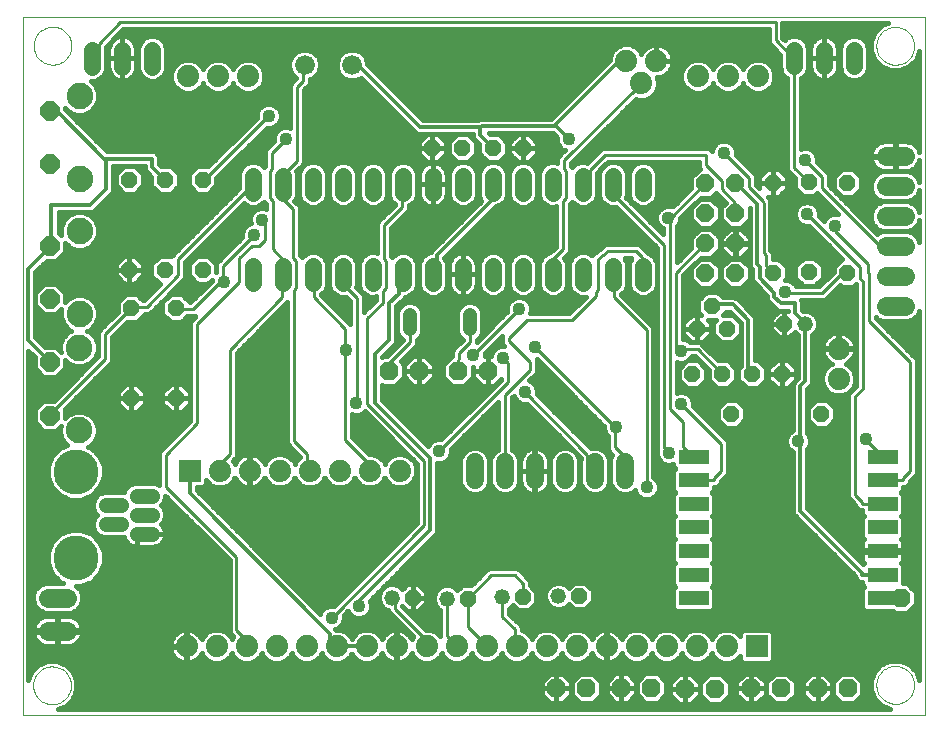
<source format=gtl>
G75*
%MOIN*%
%OFA0B0*%
%FSLAX24Y24*%
%IPPOS*%
%LPD*%
%AMOC8*
5,1,8,0,0,1.08239X$1,22.5*
%
%ADD10C,0.0000*%
%ADD11C,0.0560*%
%ADD12C,0.0640*%
%ADD13OC8,0.0560*%
%ADD14OC8,0.0520*%
%ADD15C,0.0520*%
%ADD16OC8,0.0594*%
%ADD17R,0.1000X0.0500*%
%ADD18C,0.0594*%
%ADD19OC8,0.0630*%
%ADD20R,0.0740X0.0740*%
%ADD21C,0.0740*%
%ADD22C,0.0480*%
%ADD23C,0.1500*%
%ADD24C,0.0516*%
%ADD25OC8,0.0640*%
%ADD26C,0.0885*%
%ADD27C,0.0660*%
%ADD28C,0.0160*%
%ADD29C,0.0100*%
%ADD30C,0.0436*%
%ADD31C,0.0120*%
D10*
X001445Y001401D02*
X031517Y001402D01*
X031522Y024643D01*
X001457Y024645D01*
X001445Y001401D01*
X001796Y002375D02*
X001798Y002425D01*
X001804Y002475D01*
X001814Y002524D01*
X001828Y002572D01*
X001845Y002619D01*
X001866Y002664D01*
X001891Y002708D01*
X001919Y002749D01*
X001951Y002788D01*
X001985Y002825D01*
X002022Y002859D01*
X002062Y002889D01*
X002104Y002916D01*
X002148Y002940D01*
X002194Y002961D01*
X002241Y002977D01*
X002289Y002990D01*
X002339Y002999D01*
X002388Y003004D01*
X002439Y003005D01*
X002489Y003002D01*
X002538Y002995D01*
X002587Y002984D01*
X002635Y002969D01*
X002681Y002951D01*
X002726Y002929D01*
X002769Y002903D01*
X002810Y002874D01*
X002849Y002842D01*
X002885Y002807D01*
X002917Y002769D01*
X002947Y002729D01*
X002974Y002686D01*
X002997Y002642D01*
X003016Y002596D01*
X003032Y002548D01*
X003044Y002499D01*
X003052Y002450D01*
X003056Y002400D01*
X003056Y002350D01*
X003052Y002300D01*
X003044Y002251D01*
X003032Y002202D01*
X003016Y002154D01*
X002997Y002108D01*
X002974Y002064D01*
X002947Y002021D01*
X002917Y001981D01*
X002885Y001943D01*
X002849Y001908D01*
X002810Y001876D01*
X002769Y001847D01*
X002726Y001821D01*
X002681Y001799D01*
X002635Y001781D01*
X002587Y001766D01*
X002538Y001755D01*
X002489Y001748D01*
X002439Y001745D01*
X002388Y001746D01*
X002339Y001751D01*
X002289Y001760D01*
X002241Y001773D01*
X002194Y001789D01*
X002148Y001810D01*
X002104Y001834D01*
X002062Y001861D01*
X002022Y001891D01*
X001985Y001925D01*
X001951Y001962D01*
X001919Y002001D01*
X001891Y002042D01*
X001866Y002086D01*
X001845Y002131D01*
X001828Y002178D01*
X001814Y002226D01*
X001804Y002275D01*
X001798Y002325D01*
X001796Y002375D01*
X001813Y023694D02*
X001815Y023744D01*
X001821Y023794D01*
X001831Y023843D01*
X001845Y023891D01*
X001862Y023938D01*
X001883Y023983D01*
X001908Y024027D01*
X001936Y024068D01*
X001968Y024107D01*
X002002Y024144D01*
X002039Y024178D01*
X002079Y024208D01*
X002121Y024235D01*
X002165Y024259D01*
X002211Y024280D01*
X002258Y024296D01*
X002306Y024309D01*
X002356Y024318D01*
X002405Y024323D01*
X002456Y024324D01*
X002506Y024321D01*
X002555Y024314D01*
X002604Y024303D01*
X002652Y024288D01*
X002698Y024270D01*
X002743Y024248D01*
X002786Y024222D01*
X002827Y024193D01*
X002866Y024161D01*
X002902Y024126D01*
X002934Y024088D01*
X002964Y024048D01*
X002991Y024005D01*
X003014Y023961D01*
X003033Y023915D01*
X003049Y023867D01*
X003061Y023818D01*
X003069Y023769D01*
X003073Y023719D01*
X003073Y023669D01*
X003069Y023619D01*
X003061Y023570D01*
X003049Y023521D01*
X003033Y023473D01*
X003014Y023427D01*
X002991Y023383D01*
X002964Y023340D01*
X002934Y023300D01*
X002902Y023262D01*
X002866Y023227D01*
X002827Y023195D01*
X002786Y023166D01*
X002743Y023140D01*
X002698Y023118D01*
X002652Y023100D01*
X002604Y023085D01*
X002555Y023074D01*
X002506Y023067D01*
X002456Y023064D01*
X002405Y023065D01*
X002356Y023070D01*
X002306Y023079D01*
X002258Y023092D01*
X002211Y023108D01*
X002165Y023129D01*
X002121Y023153D01*
X002079Y023180D01*
X002039Y023210D01*
X002002Y023244D01*
X001968Y023281D01*
X001936Y023320D01*
X001908Y023361D01*
X001883Y023405D01*
X001862Y023450D01*
X001845Y023497D01*
X001831Y023545D01*
X001821Y023594D01*
X001815Y023644D01*
X001813Y023694D01*
X029905Y023690D02*
X029907Y023740D01*
X029913Y023790D01*
X029923Y023839D01*
X029937Y023887D01*
X029954Y023934D01*
X029975Y023979D01*
X030000Y024023D01*
X030028Y024064D01*
X030060Y024103D01*
X030094Y024140D01*
X030131Y024174D01*
X030171Y024204D01*
X030213Y024231D01*
X030257Y024255D01*
X030303Y024276D01*
X030350Y024292D01*
X030398Y024305D01*
X030448Y024314D01*
X030497Y024319D01*
X030548Y024320D01*
X030598Y024317D01*
X030647Y024310D01*
X030696Y024299D01*
X030744Y024284D01*
X030790Y024266D01*
X030835Y024244D01*
X030878Y024218D01*
X030919Y024189D01*
X030958Y024157D01*
X030994Y024122D01*
X031026Y024084D01*
X031056Y024044D01*
X031083Y024001D01*
X031106Y023957D01*
X031125Y023911D01*
X031141Y023863D01*
X031153Y023814D01*
X031161Y023765D01*
X031165Y023715D01*
X031165Y023665D01*
X031161Y023615D01*
X031153Y023566D01*
X031141Y023517D01*
X031125Y023469D01*
X031106Y023423D01*
X031083Y023379D01*
X031056Y023336D01*
X031026Y023296D01*
X030994Y023258D01*
X030958Y023223D01*
X030919Y023191D01*
X030878Y023162D01*
X030835Y023136D01*
X030790Y023114D01*
X030744Y023096D01*
X030696Y023081D01*
X030647Y023070D01*
X030598Y023063D01*
X030548Y023060D01*
X030497Y023061D01*
X030448Y023066D01*
X030398Y023075D01*
X030350Y023088D01*
X030303Y023104D01*
X030257Y023125D01*
X030213Y023149D01*
X030171Y023176D01*
X030131Y023206D01*
X030094Y023240D01*
X030060Y023277D01*
X030028Y023316D01*
X030000Y023357D01*
X029975Y023401D01*
X029954Y023446D01*
X029937Y023493D01*
X029923Y023541D01*
X029913Y023590D01*
X029907Y023640D01*
X029905Y023690D01*
X029902Y002389D02*
X029904Y002439D01*
X029910Y002489D01*
X029920Y002538D01*
X029934Y002586D01*
X029951Y002633D01*
X029972Y002678D01*
X029997Y002722D01*
X030025Y002763D01*
X030057Y002802D01*
X030091Y002839D01*
X030128Y002873D01*
X030168Y002903D01*
X030210Y002930D01*
X030254Y002954D01*
X030300Y002975D01*
X030347Y002991D01*
X030395Y003004D01*
X030445Y003013D01*
X030494Y003018D01*
X030545Y003019D01*
X030595Y003016D01*
X030644Y003009D01*
X030693Y002998D01*
X030741Y002983D01*
X030787Y002965D01*
X030832Y002943D01*
X030875Y002917D01*
X030916Y002888D01*
X030955Y002856D01*
X030991Y002821D01*
X031023Y002783D01*
X031053Y002743D01*
X031080Y002700D01*
X031103Y002656D01*
X031122Y002610D01*
X031138Y002562D01*
X031150Y002513D01*
X031158Y002464D01*
X031162Y002414D01*
X031162Y002364D01*
X031158Y002314D01*
X031150Y002265D01*
X031138Y002216D01*
X031122Y002168D01*
X031103Y002122D01*
X031080Y002078D01*
X031053Y002035D01*
X031023Y001995D01*
X030991Y001957D01*
X030955Y001922D01*
X030916Y001890D01*
X030875Y001861D01*
X030832Y001835D01*
X030787Y001813D01*
X030741Y001795D01*
X030693Y001780D01*
X030644Y001769D01*
X030595Y001762D01*
X030545Y001759D01*
X030494Y001760D01*
X030445Y001765D01*
X030395Y001774D01*
X030347Y001787D01*
X030300Y001803D01*
X030254Y001824D01*
X030210Y001848D01*
X030168Y001875D01*
X030128Y001905D01*
X030091Y001939D01*
X030057Y001976D01*
X030025Y002015D01*
X029997Y002056D01*
X029972Y002100D01*
X029951Y002145D01*
X029934Y002192D01*
X029920Y002240D01*
X029910Y002289D01*
X029904Y002339D01*
X029902Y002389D01*
D11*
X022124Y015794D02*
X022124Y016354D01*
X021124Y016354D02*
X021124Y015794D01*
X020124Y015794D02*
X020124Y016354D01*
X019124Y016354D02*
X019124Y015794D01*
X018124Y015794D02*
X018124Y016354D01*
X017124Y016354D02*
X017124Y015794D01*
X016124Y015794D02*
X016124Y016354D01*
X015124Y016354D02*
X015124Y015794D01*
X014124Y015794D02*
X014124Y016354D01*
X013124Y016354D02*
X013124Y015794D01*
X012124Y015794D02*
X012124Y016354D01*
X011124Y016354D02*
X011124Y015794D01*
X010124Y015794D02*
X010124Y016354D01*
X009124Y016354D02*
X009124Y015794D01*
X009124Y018794D02*
X009124Y019354D01*
X010124Y019354D02*
X010124Y018794D01*
X011124Y018794D02*
X011124Y019354D01*
X012124Y019354D02*
X012124Y018794D01*
X013124Y018794D02*
X013124Y019354D01*
X014124Y019354D02*
X014124Y018794D01*
X015124Y018794D02*
X015124Y019354D01*
X016124Y019354D02*
X016124Y018794D01*
X017124Y018794D02*
X017124Y019354D01*
X018124Y019354D02*
X018124Y018794D01*
X019124Y018794D02*
X019124Y019354D01*
X020124Y019354D02*
X020124Y018794D01*
X021124Y018794D02*
X021124Y019354D01*
X022124Y019354D02*
X022124Y018794D01*
X027166Y023007D02*
X027166Y023567D01*
X028166Y023567D02*
X028166Y023007D01*
X029166Y023007D02*
X029166Y023567D01*
X005769Y023555D02*
X005769Y022995D01*
X004769Y022995D02*
X004769Y023555D01*
X003769Y023555D02*
X003769Y022995D01*
D12*
X002937Y005289D02*
X002297Y005289D01*
X002297Y004189D02*
X002937Y004189D01*
X030219Y015014D02*
X030859Y015014D01*
X030859Y016014D02*
X030219Y016014D01*
X030219Y017014D02*
X030859Y017014D01*
X030859Y018014D02*
X030219Y018014D01*
X030219Y019014D02*
X030859Y019014D01*
X030859Y020014D02*
X030219Y020014D01*
D13*
X028937Y019124D03*
X027653Y019151D03*
X026457Y019124D03*
X026457Y016124D03*
X027653Y016151D03*
X028937Y016124D03*
X024932Y014265D03*
X024432Y015015D03*
X023932Y014265D03*
X023774Y012745D03*
X024774Y012745D03*
X025769Y012746D03*
X026769Y012746D03*
X028071Y011426D03*
X025071Y011426D03*
X018136Y020284D03*
X017136Y020284D03*
X016104Y020284D03*
X015104Y020284D03*
X007444Y019229D03*
X006202Y019222D03*
X005009Y019229D03*
X005009Y016229D03*
X006202Y016222D03*
X007444Y016229D03*
X006568Y014952D03*
X005073Y014947D03*
X005073Y011947D03*
X006568Y011952D03*
D14*
X014451Y005301D03*
X016289Y005266D03*
X018136Y005313D03*
X020003Y005357D03*
X026827Y014422D03*
D15*
X027527Y014422D03*
X019303Y005357D03*
X017436Y005313D03*
X015589Y005266D03*
X013751Y005301D03*
D16*
X024208Y016107D03*
X025208Y016107D03*
X025208Y017107D03*
X025208Y018107D03*
X024208Y018107D03*
X024208Y017107D03*
X024208Y019107D03*
X025208Y019107D03*
D17*
X023811Y009999D03*
X023811Y009212D03*
X023811Y008425D03*
X023811Y007637D03*
X023811Y006850D03*
X023811Y006062D03*
X023811Y005275D03*
X030110Y005275D03*
X030110Y006062D03*
X030110Y006850D03*
X030110Y007637D03*
X030110Y008425D03*
X030110Y009212D03*
X030110Y009999D03*
D18*
X021515Y009812D02*
X021515Y009218D01*
X020515Y009218D02*
X020515Y009812D01*
X019515Y009812D02*
X019515Y009218D01*
X018515Y009218D02*
X018515Y009812D01*
X017515Y009812D02*
X017515Y009218D01*
X016515Y009218D02*
X016515Y009812D01*
D19*
X016963Y012850D03*
X015963Y012850D03*
X014666Y012849D03*
X013666Y012849D03*
X019238Y002270D03*
X020238Y002270D03*
X021408Y002286D03*
X022408Y002286D03*
X023525Y002255D03*
X024525Y002255D03*
X025734Y002270D03*
X026734Y002270D03*
X027945Y002270D03*
X028945Y002270D03*
X030728Y005275D03*
D20*
X025914Y003680D03*
X007014Y009532D03*
D21*
X008014Y009532D03*
X009014Y009532D03*
X010014Y009532D03*
X011014Y009532D03*
X012014Y009532D03*
X013014Y009532D03*
X014014Y009532D03*
X013914Y003680D03*
X014914Y003680D03*
X015914Y003680D03*
X016914Y003680D03*
X017914Y003680D03*
X018914Y003680D03*
X019914Y003680D03*
X020914Y003680D03*
X021914Y003680D03*
X022914Y003680D03*
X023914Y003680D03*
X024914Y003680D03*
X028651Y012594D03*
X028651Y013594D03*
X022070Y022442D03*
X021570Y023192D03*
X022570Y023192D03*
X023958Y022678D03*
X024958Y022678D03*
X025958Y022678D03*
X008959Y022678D03*
X007959Y022678D03*
X006959Y022678D03*
X006914Y003680D03*
X007914Y003680D03*
X008914Y003680D03*
X009914Y003680D03*
X010914Y003680D03*
X011914Y003680D03*
X012914Y003680D03*
D22*
X014354Y014250D02*
X014354Y014730D01*
X016354Y014730D02*
X016354Y014250D01*
D23*
X003220Y009498D03*
X003220Y006624D03*
D24*
X004220Y007746D02*
X004735Y007746D01*
X005247Y007431D02*
X005763Y007431D01*
X005763Y008061D02*
X005247Y008061D01*
X004735Y008376D02*
X004220Y008376D01*
X005247Y008691D02*
X005763Y008691D01*
D25*
X002348Y011364D03*
X002348Y013144D03*
X002364Y015254D03*
X002364Y017034D03*
X002364Y019754D03*
X002364Y021534D03*
D26*
X003344Y022024D03*
X003344Y019264D03*
X003344Y017524D03*
X003344Y014764D03*
X003328Y013634D03*
X003328Y010874D03*
D27*
X010849Y023053D03*
X012424Y023053D03*
D28*
X012905Y023224D02*
X021016Y023224D01*
X021020Y023229D02*
X019055Y021264D01*
X016784Y021264D01*
X016766Y021268D01*
X016737Y021264D01*
X016707Y021264D01*
X016690Y021257D01*
X016672Y021254D01*
X016646Y021238D01*
X016634Y021234D01*
X014784Y021234D01*
X012934Y023084D01*
X012934Y023154D01*
X012856Y023342D01*
X012712Y023485D01*
X012525Y023563D01*
X012322Y023563D01*
X012135Y023485D01*
X011991Y023342D01*
X011914Y023154D01*
X011914Y022951D01*
X011991Y022764D01*
X012135Y022620D01*
X012322Y022543D01*
X012525Y022543D01*
X012712Y022620D01*
X012715Y022623D01*
X014481Y020858D01*
X014549Y020790D01*
X014637Y020754D01*
X016464Y020754D01*
X016464Y020676D01*
X016501Y020588D01*
X016676Y020412D01*
X016676Y020094D01*
X016946Y019824D01*
X017327Y019824D01*
X017596Y020094D01*
X017596Y020475D01*
X017327Y020744D01*
X017023Y020744D01*
X016984Y020784D01*
X019115Y020784D01*
X019266Y020632D01*
X019266Y020494D01*
X019327Y020348D01*
X019439Y020236D01*
X019512Y020206D01*
X019409Y020104D01*
X019274Y019969D01*
X019274Y019789D01*
X019216Y019814D01*
X019033Y019814D01*
X018864Y019743D01*
X018735Y019614D01*
X018664Y019445D01*
X018664Y018702D01*
X018735Y018533D01*
X018864Y018404D01*
X019033Y018334D01*
X019216Y018334D01*
X019224Y018337D01*
X019224Y016999D01*
X019039Y016814D01*
X019033Y016814D01*
X018864Y016743D01*
X018735Y016614D01*
X018664Y016445D01*
X018664Y015702D01*
X018735Y015533D01*
X018864Y015404D01*
X019033Y015334D01*
X019216Y015334D01*
X019385Y015404D01*
X019514Y015533D01*
X019584Y015702D01*
X019584Y016445D01*
X019514Y016614D01*
X019502Y016626D01*
X019684Y016808D01*
X019684Y018418D01*
X019767Y018501D01*
X019864Y018404D01*
X020033Y018334D01*
X020216Y018334D01*
X020385Y018404D01*
X020514Y018533D01*
X020584Y018702D01*
X020584Y019445D01*
X020578Y019461D01*
X020950Y019834D01*
X023994Y019834D01*
X023994Y019628D01*
X024039Y019584D01*
X024011Y019584D01*
X023731Y019304D01*
X023731Y018955D01*
X023113Y018337D01*
X023054Y018362D01*
X022895Y018362D01*
X022749Y018301D01*
X022637Y018189D01*
X022576Y018043D01*
X022576Y017884D01*
X022637Y017738D01*
X022749Y017626D01*
X022794Y017607D01*
X022794Y017409D01*
X021560Y018643D01*
X021584Y018702D01*
X021584Y019445D01*
X021514Y019614D01*
X021385Y019743D01*
X021216Y019814D01*
X021033Y019814D01*
X020864Y019743D01*
X020735Y019614D01*
X020664Y019445D01*
X020664Y018702D01*
X020735Y018533D01*
X020864Y018404D01*
X021033Y018334D01*
X021216Y018334D01*
X021218Y018334D01*
X022594Y016958D01*
X022594Y010232D01*
X022586Y010213D01*
X022586Y010054D01*
X022647Y009908D01*
X022759Y009796D01*
X022905Y009735D01*
X023064Y009735D01*
X023131Y009763D01*
X023131Y009675D01*
X023200Y009606D01*
X023131Y009536D01*
X023131Y008887D01*
X023200Y008818D01*
X023131Y008749D01*
X023131Y008100D01*
X023200Y008031D01*
X023131Y007962D01*
X023131Y007313D01*
X023200Y007243D01*
X023131Y007174D01*
X023131Y006525D01*
X023200Y006456D01*
X023131Y006387D01*
X023131Y005738D01*
X023200Y005669D01*
X023131Y005599D01*
X023131Y004950D01*
X023236Y004845D01*
X024385Y004845D01*
X024491Y004950D01*
X024491Y005599D01*
X024421Y005669D01*
X024491Y005738D01*
X024491Y006387D01*
X024421Y006456D01*
X024491Y006525D01*
X024491Y007174D01*
X024421Y007243D01*
X024491Y007313D01*
X024491Y007962D01*
X024421Y008031D01*
X024491Y008100D01*
X024491Y008749D01*
X024421Y008818D01*
X024491Y008887D01*
X024491Y008984D01*
X024580Y008984D01*
X024714Y009118D01*
X027124Y009118D01*
X027124Y009276D02*
X024812Y009276D01*
X024820Y009284D02*
X024954Y009418D01*
X024954Y010519D01*
X023793Y011681D01*
X023793Y011833D01*
X023732Y011979D01*
X023620Y012091D01*
X023474Y012152D01*
X023315Y012152D01*
X023254Y012126D01*
X023254Y013161D01*
X023315Y013135D01*
X023474Y013135D01*
X023542Y013164D01*
X023314Y012936D01*
X023314Y012555D01*
X023584Y012285D01*
X023965Y012285D01*
X024234Y012555D01*
X024234Y012936D01*
X023965Y013205D01*
X023629Y013205D01*
X023732Y013308D01*
X023747Y013344D01*
X023849Y013344D01*
X024314Y012878D01*
X024314Y012555D01*
X024584Y012285D01*
X024965Y012285D01*
X025234Y012555D01*
X025234Y012936D01*
X024965Y013205D01*
X024638Y013205D01*
X024174Y013669D01*
X024040Y013804D01*
X023688Y013804D01*
X023620Y013871D01*
X023474Y013932D01*
X023464Y013932D01*
X023464Y016038D01*
X024056Y016629D01*
X024406Y016629D01*
X024685Y016909D01*
X024685Y017304D01*
X024406Y017584D01*
X024011Y017584D01*
X023731Y017304D01*
X023731Y016955D01*
X023254Y016479D01*
X023254Y017680D01*
X023312Y017738D01*
X023373Y017884D01*
X023373Y017946D01*
X024056Y018629D01*
X024406Y018629D01*
X024555Y018778D01*
X024880Y018453D01*
X024731Y018304D01*
X024731Y017909D01*
X025011Y017629D01*
X025406Y017629D01*
X025685Y017909D01*
X025685Y018293D01*
X025694Y018284D01*
X025694Y016356D01*
X025731Y016268D01*
X025774Y016224D01*
X025774Y015896D01*
X025811Y015808D01*
X026254Y015364D01*
X026254Y015276D01*
X026291Y015188D01*
X026511Y014968D01*
X026579Y014900D01*
X026667Y014864D01*
X026954Y014864D01*
X026954Y014862D01*
X026827Y014862D01*
X026645Y014862D01*
X026387Y014605D01*
X026387Y014422D01*
X026387Y014240D01*
X026645Y013982D01*
X026827Y013982D01*
X027009Y013982D01*
X027177Y014150D01*
X027278Y014049D01*
X027294Y014042D01*
X027294Y012613D01*
X027161Y012479D01*
X027124Y012391D01*
X027124Y010870D01*
X027079Y010851D01*
X026967Y010739D01*
X026906Y010593D01*
X026906Y010434D01*
X026967Y010288D01*
X027079Y010176D01*
X027124Y010157D01*
X027124Y008146D01*
X027161Y008058D01*
X027229Y007990D01*
X029194Y006024D01*
X029194Y006016D01*
X029231Y005928D01*
X029299Y005860D01*
X029387Y005824D01*
X029430Y005824D01*
X029430Y005738D01*
X029499Y005669D01*
X029430Y005599D01*
X029430Y004950D01*
X029535Y004845D01*
X030457Y004845D01*
X030523Y004780D01*
X030933Y004780D01*
X031223Y005070D01*
X031223Y005480D01*
X030933Y005770D01*
X030790Y005770D01*
X030790Y006387D01*
X030721Y006456D01*
X030754Y006489D01*
X030778Y006530D01*
X030790Y006576D01*
X030790Y006805D01*
X030155Y006805D01*
X030155Y006895D01*
X030790Y006895D01*
X030790Y007123D01*
X030778Y007169D01*
X030754Y007210D01*
X030721Y007243D01*
X030790Y007313D01*
X030790Y007962D01*
X030721Y008031D01*
X030790Y008100D01*
X030790Y008749D01*
X030721Y008818D01*
X030790Y008887D01*
X030790Y008984D01*
X030880Y008984D01*
X031014Y009118D01*
X031339Y009118D01*
X031339Y009276D02*
X031112Y009276D01*
X031120Y009284D02*
X031254Y009418D01*
X031254Y013239D01*
X031120Y013374D01*
X031120Y013374D01*
X029884Y014609D01*
X029884Y014642D01*
X029936Y014590D01*
X030120Y014514D01*
X030959Y014514D01*
X031142Y014590D01*
X031283Y014731D01*
X031340Y014868D01*
X031337Y002561D01*
X031218Y002848D01*
X030990Y003076D01*
X030693Y003199D01*
X030370Y003199D01*
X030073Y003076D01*
X029845Y002848D01*
X029722Y002550D01*
X029722Y002228D01*
X029845Y001930D01*
X030073Y001703D01*
X030365Y001582D01*
X002627Y001581D01*
X002885Y001688D01*
X003113Y001916D01*
X003236Y002214D01*
X003236Y002536D01*
X003113Y002834D01*
X002885Y003061D01*
X002587Y003185D01*
X002265Y003185D01*
X001968Y003061D01*
X001740Y002834D01*
X001625Y002558D01*
X001631Y013527D01*
X001848Y013311D01*
X001848Y012937D01*
X002141Y012644D01*
X002555Y012644D01*
X002848Y012937D01*
X002848Y013234D01*
X002975Y013106D01*
X003204Y013012D01*
X003452Y013012D01*
X003681Y013106D01*
X003856Y013282D01*
X003951Y013510D01*
X003951Y013758D01*
X003856Y013987D01*
X003681Y014162D01*
X003600Y014195D01*
X003697Y014236D01*
X003872Y014411D01*
X003967Y014640D01*
X003967Y014887D01*
X003872Y015116D01*
X003697Y015291D01*
X003468Y015386D01*
X003221Y015386D01*
X002992Y015291D01*
X002864Y015164D01*
X002864Y015461D01*
X002572Y015754D01*
X002157Y015754D01*
X001864Y015461D01*
X001864Y015046D01*
X002157Y014754D01*
X002572Y014754D01*
X002734Y014916D01*
X002722Y014887D01*
X002722Y014640D01*
X002817Y014411D01*
X002992Y014236D01*
X003073Y014202D01*
X002975Y014162D01*
X002800Y013987D01*
X002706Y013758D01*
X002706Y013510D01*
X002717Y013482D01*
X002555Y013644D01*
X002193Y013644D01*
X001864Y013973D01*
X001864Y016144D01*
X002254Y016534D01*
X002572Y016534D01*
X002864Y016826D01*
X002864Y017123D01*
X002992Y016996D01*
X003221Y016901D01*
X003468Y016901D01*
X003697Y016996D01*
X003872Y017171D01*
X003967Y017400D01*
X003967Y017647D01*
X003872Y017876D01*
X003697Y018051D01*
X003468Y018146D01*
X003221Y018146D01*
X002992Y018051D01*
X002817Y017876D01*
X002722Y017647D01*
X002722Y017400D01*
X002734Y017371D01*
X002644Y017461D01*
X002644Y018154D01*
X003742Y018154D01*
X003830Y018190D01*
X003898Y018258D01*
X004418Y018778D01*
X004454Y018866D01*
X004454Y019694D01*
X005524Y019694D01*
X005524Y019606D01*
X005561Y019518D01*
X005742Y019336D01*
X005742Y019031D01*
X006012Y018762D01*
X006393Y018762D01*
X006662Y019031D01*
X006662Y019412D01*
X006393Y019682D01*
X006076Y019682D01*
X006004Y019753D01*
X006004Y019981D01*
X005968Y020069D01*
X005900Y020137D01*
X005812Y020174D01*
X004264Y020174D01*
X002864Y021573D01*
X002864Y021623D01*
X002992Y021496D01*
X003221Y021401D01*
X003468Y021401D01*
X003697Y021496D01*
X003872Y021671D01*
X003967Y021900D01*
X003967Y022147D01*
X003872Y022376D01*
X003713Y022535D01*
X003861Y022535D01*
X004030Y022605D01*
X004159Y022735D01*
X004229Y022904D01*
X004229Y023647D01*
X004224Y023658D01*
X004224Y023668D01*
X004800Y024244D01*
X026314Y024244D01*
X026314Y023778D01*
X026706Y023386D01*
X026706Y022916D01*
X026776Y022747D01*
X026906Y022617D01*
X026934Y022605D01*
X026934Y019538D01*
X027193Y019280D01*
X027193Y018960D01*
X027462Y018691D01*
X027843Y018691D01*
X027928Y018775D01*
X027989Y018714D01*
X028623Y018079D01*
X028594Y018092D01*
X028435Y018092D01*
X028289Y018031D01*
X028177Y017919D01*
X028150Y017853D01*
X027993Y018011D01*
X027993Y018163D01*
X027932Y018309D01*
X027820Y018421D01*
X027674Y018482D01*
X027515Y018482D01*
X027369Y018421D01*
X027257Y018309D01*
X027196Y018163D01*
X027196Y018004D01*
X027257Y017858D01*
X027369Y017746D01*
X027515Y017685D01*
X027667Y017685D01*
X028769Y016584D01*
X028747Y016584D01*
X028477Y016314D01*
X028477Y016162D01*
X027999Y015684D01*
X027223Y015684D01*
X027212Y015709D01*
X027100Y015821D01*
X026954Y015882D01*
X026865Y015882D01*
X026917Y015933D01*
X026917Y016315D01*
X026647Y016584D01*
X026454Y016584D01*
X026454Y016809D01*
X026374Y016889D01*
X026374Y018549D01*
X026354Y018569D01*
X026354Y018609D01*
X026299Y018664D01*
X026457Y018664D01*
X026647Y018664D01*
X026917Y018933D01*
X026917Y019124D01*
X026917Y019315D01*
X026647Y019584D01*
X026457Y019584D01*
X026457Y019124D01*
X026457Y019124D01*
X026917Y019124D01*
X026457Y019124D01*
X026457Y018664D01*
X026457Y019124D01*
X026457Y019124D01*
X026457Y019124D01*
X026457Y019584D01*
X026266Y019584D01*
X025997Y019315D01*
X025997Y019124D01*
X025997Y018966D01*
X025894Y019069D01*
X025894Y019379D01*
X025213Y020061D01*
X025213Y020213D01*
X025152Y020359D01*
X025040Y020471D01*
X024894Y020532D01*
X024735Y020532D01*
X024589Y020471D01*
X024477Y020359D01*
X024416Y020213D01*
X024416Y020197D01*
X024320Y020294D01*
X020759Y020294D01*
X020624Y020159D01*
X020261Y019795D01*
X020216Y019814D01*
X020033Y019814D01*
X019864Y019743D01*
X019767Y019646D01*
X019734Y019679D01*
X019734Y019778D01*
X021881Y021925D01*
X021961Y021892D01*
X022180Y021892D01*
X022382Y021976D01*
X022537Y022130D01*
X022620Y022332D01*
X022620Y022551D01*
X022583Y022642D01*
X022614Y022642D01*
X022699Y022655D01*
X022782Y022682D01*
X022859Y022721D01*
X022929Y022772D01*
X022990Y022833D01*
X023041Y022904D01*
X023080Y022981D01*
X023107Y023063D01*
X023120Y023148D01*
X023120Y023192D01*
X023120Y023235D01*
X023107Y023321D01*
X023080Y023403D01*
X023041Y023480D01*
X022990Y023550D01*
X022929Y023611D01*
X022859Y023662D01*
X022782Y023701D01*
X022699Y023728D01*
X022614Y023742D01*
X022570Y023742D01*
X022527Y023742D01*
X022442Y023728D01*
X022359Y023701D01*
X022282Y023662D01*
X022212Y023611D01*
X022151Y023550D01*
X022100Y023480D01*
X022070Y023422D01*
X022037Y023503D01*
X021882Y023658D01*
X021680Y023742D01*
X021461Y023742D01*
X021259Y023658D01*
X021104Y023503D01*
X021020Y023301D01*
X021020Y023229D01*
X021054Y023383D02*
X012815Y023383D01*
X012577Y023541D02*
X021142Y023541D01*
X021359Y023700D02*
X006207Y023700D01*
X006229Y023647D02*
X006159Y023816D01*
X006030Y023945D01*
X005861Y024015D01*
X005678Y024015D01*
X005508Y023945D01*
X005379Y023816D01*
X005309Y023647D01*
X005309Y022904D01*
X005379Y022735D01*
X005508Y022605D01*
X005678Y022535D01*
X005861Y022535D01*
X006030Y022605D01*
X006159Y022735D01*
X006229Y022904D01*
X006229Y023647D01*
X006229Y023541D02*
X010695Y023541D01*
X010747Y023563D02*
X010560Y023485D01*
X010416Y023342D01*
X010339Y023154D01*
X010339Y022951D01*
X010416Y022764D01*
X010560Y022620D01*
X010564Y022619D01*
X010489Y022544D01*
X010354Y022409D01*
X010354Y020966D01*
X010294Y020992D01*
X010135Y020992D01*
X009989Y020931D01*
X009877Y020819D01*
X009816Y020673D01*
X009816Y020521D01*
X009649Y020354D01*
X009514Y020219D01*
X009514Y019679D01*
X009482Y019646D01*
X009385Y019743D01*
X009216Y019814D01*
X009033Y019814D01*
X008864Y019743D01*
X008735Y019614D01*
X008664Y019445D01*
X008664Y018939D01*
X006539Y016814D01*
X006404Y016679D01*
X006404Y016670D01*
X006393Y016682D01*
X006012Y016682D01*
X005742Y016412D01*
X005742Y016031D01*
X006012Y015762D01*
X006027Y015762D01*
X005489Y015224D01*
X005447Y015224D01*
X005263Y015407D01*
X004882Y015407D01*
X004613Y015138D01*
X004613Y014817D01*
X004099Y014304D01*
X003964Y014169D01*
X003964Y013349D01*
X002480Y011864D01*
X002141Y011864D01*
X001848Y011571D01*
X001848Y011157D01*
X002141Y010864D01*
X002555Y010864D01*
X002717Y011026D01*
X002706Y010998D01*
X002706Y010750D01*
X002800Y010522D01*
X002935Y010387D01*
X002693Y010287D01*
X002431Y010025D01*
X002290Y009683D01*
X002290Y009313D01*
X002431Y008971D01*
X002693Y008710D01*
X003035Y008568D01*
X003405Y008568D01*
X003746Y008710D01*
X004008Y008971D01*
X004150Y009313D01*
X004150Y009683D01*
X004008Y010025D01*
X003746Y010287D01*
X003641Y010330D01*
X003681Y010346D01*
X003856Y010522D01*
X003951Y010750D01*
X003951Y010998D01*
X003856Y011227D01*
X003681Y011402D01*
X003452Y011497D01*
X003204Y011497D01*
X002975Y011402D01*
X002848Y011275D01*
X002848Y011571D01*
X002843Y011577D01*
X004424Y013158D01*
X004424Y013978D01*
X004933Y014487D01*
X005263Y014487D01*
X005533Y014756D01*
X005533Y014764D01*
X005680Y014764D01*
X005814Y014898D01*
X006864Y015948D01*
X006864Y016488D01*
X008822Y018446D01*
X008864Y018404D01*
X009033Y018334D01*
X009216Y018334D01*
X009385Y018404D01*
X009482Y018501D01*
X009564Y018418D01*
X009564Y018266D01*
X009504Y018292D01*
X009345Y018292D01*
X009199Y018231D01*
X009087Y018119D01*
X009026Y017973D01*
X009026Y017814D01*
X009043Y017774D01*
X008939Y017731D01*
X008827Y017619D01*
X008766Y017473D01*
X008766Y017321D01*
X008039Y016594D01*
X007904Y016459D01*
X007904Y016147D01*
X007904Y016147D01*
X007904Y016419D01*
X007635Y016689D01*
X007254Y016689D01*
X006984Y016419D01*
X006984Y016038D01*
X007254Y015769D01*
X007635Y015769D01*
X007746Y015880D01*
X007746Y015861D01*
X007028Y015142D01*
X007028Y015143D01*
X006758Y015412D01*
X006377Y015412D01*
X006108Y015143D01*
X006108Y014762D01*
X006377Y014492D01*
X006758Y014492D01*
X006939Y014674D01*
X007209Y014674D01*
X007169Y014634D01*
X007034Y014499D01*
X007034Y011199D01*
X006129Y010294D01*
X005994Y010159D01*
X005994Y009069D01*
X005850Y009129D01*
X005160Y009129D01*
X004999Y009062D01*
X004876Y008939D01*
X004824Y008813D01*
X004822Y008814D01*
X004133Y008814D01*
X003972Y008747D01*
X003849Y008624D01*
X003782Y008463D01*
X003782Y008289D01*
X003849Y008128D01*
X003916Y008061D01*
X003849Y007994D01*
X003782Y007833D01*
X003782Y007659D01*
X003849Y007498D01*
X003972Y007375D01*
X004133Y007308D01*
X004822Y007308D01*
X004826Y007310D01*
X004841Y007263D01*
X004873Y007202D01*
X004913Y007146D01*
X004962Y007097D01*
X005018Y007057D01*
X005079Y007025D01*
X005145Y007004D01*
X005213Y006993D01*
X005247Y006993D01*
X005247Y007431D01*
X005247Y007431D01*
X005247Y006993D01*
X005797Y006993D01*
X005865Y007004D01*
X005931Y007025D01*
X005992Y007057D01*
X006048Y007097D01*
X006097Y007146D01*
X006137Y007202D01*
X006169Y007263D01*
X006190Y007329D01*
X006201Y007397D01*
X006201Y007431D01*
X005247Y007431D01*
X005247Y007431D01*
X006201Y007431D01*
X006201Y007466D01*
X006190Y007534D01*
X006169Y007599D01*
X006137Y007661D01*
X006097Y007716D01*
X006067Y007746D01*
X006134Y007813D01*
X006201Y007974D01*
X006201Y008148D01*
X006134Y008309D01*
X006067Y008376D01*
X006134Y008443D01*
X006201Y008604D01*
X006201Y008692D01*
X008344Y006548D01*
X008344Y004128D01*
X008465Y004008D01*
X008448Y003991D01*
X008414Y003910D01*
X008380Y003991D01*
X008226Y004146D01*
X008023Y004230D01*
X007805Y004230D01*
X007602Y004146D01*
X007448Y003991D01*
X007414Y003910D01*
X007384Y003968D01*
X007333Y004038D01*
X007272Y004099D01*
X007202Y004150D01*
X007125Y004189D01*
X007043Y004216D01*
X006957Y004230D01*
X006934Y004230D01*
X006934Y003700D01*
X006894Y003700D01*
X006894Y004230D01*
X006871Y004230D01*
X006785Y004216D01*
X006703Y004189D01*
X006626Y004150D01*
X006556Y004099D01*
X006494Y004038D01*
X006444Y003968D01*
X006404Y003891D01*
X006378Y003808D01*
X006364Y003723D01*
X006364Y003700D01*
X006894Y003700D01*
X006894Y003660D01*
X006364Y003660D01*
X006364Y003636D01*
X006378Y003551D01*
X006404Y003469D01*
X006444Y003391D01*
X006494Y003321D01*
X006556Y003260D01*
X006626Y003209D01*
X006703Y003170D01*
X006785Y003143D01*
X006871Y003130D01*
X006894Y003130D01*
X006894Y003660D01*
X006934Y003660D01*
X006934Y003130D01*
X006957Y003130D01*
X007043Y003143D01*
X007125Y003170D01*
X007202Y003209D01*
X007272Y003260D01*
X007333Y003321D01*
X007384Y003391D01*
X007414Y003450D01*
X007448Y003368D01*
X007602Y003213D01*
X007805Y003130D01*
X008023Y003130D01*
X008226Y003213D01*
X008380Y003368D01*
X008414Y003450D01*
X008448Y003368D01*
X008602Y003213D01*
X008805Y003130D01*
X009023Y003130D01*
X009226Y003213D01*
X009380Y003368D01*
X009414Y003450D01*
X009448Y003368D01*
X009602Y003213D01*
X009805Y003130D01*
X010023Y003130D01*
X010226Y003213D01*
X010380Y003368D01*
X010414Y003450D01*
X010448Y003368D01*
X010602Y003213D01*
X010805Y003130D01*
X011023Y003130D01*
X011226Y003213D01*
X011380Y003368D01*
X011414Y003450D01*
X011448Y003368D01*
X011602Y003213D01*
X011805Y003130D01*
X012023Y003130D01*
X012226Y003213D01*
X012380Y003368D01*
X012407Y003434D01*
X012421Y003434D01*
X012448Y003368D01*
X012602Y003213D01*
X012805Y003130D01*
X013023Y003130D01*
X013226Y003213D01*
X013380Y003368D01*
X013414Y003450D01*
X013444Y003391D01*
X013494Y003321D01*
X013556Y003260D01*
X013626Y003209D01*
X013703Y003170D01*
X013785Y003143D01*
X013871Y003130D01*
X013894Y003130D01*
X013894Y003660D01*
X013934Y003660D01*
X013934Y003130D01*
X013957Y003130D01*
X014043Y003143D01*
X014125Y003170D01*
X014202Y003209D01*
X014272Y003260D01*
X014333Y003321D01*
X014384Y003391D01*
X014414Y003450D01*
X014448Y003368D01*
X014602Y003213D01*
X014805Y003130D01*
X015023Y003130D01*
X015226Y003213D01*
X015380Y003368D01*
X015414Y003450D01*
X015448Y003368D01*
X015602Y003213D01*
X015805Y003130D01*
X016023Y003130D01*
X016226Y003213D01*
X016380Y003368D01*
X016414Y003450D01*
X016448Y003368D01*
X016602Y003213D01*
X016805Y003130D01*
X017023Y003130D01*
X017226Y003213D01*
X017380Y003368D01*
X017414Y003450D01*
X017448Y003368D01*
X017602Y003213D01*
X017805Y003130D01*
X018023Y003130D01*
X018226Y003213D01*
X018380Y003368D01*
X018414Y003450D01*
X018448Y003368D01*
X018602Y003213D01*
X018805Y003130D01*
X019023Y003130D01*
X019226Y003213D01*
X019380Y003368D01*
X019414Y003450D01*
X019448Y003368D01*
X019602Y003213D01*
X019805Y003130D01*
X020023Y003130D01*
X020226Y003213D01*
X020380Y003368D01*
X020414Y003450D01*
X020444Y003391D01*
X020494Y003321D01*
X020556Y003260D01*
X020626Y003209D01*
X020703Y003170D01*
X020785Y003143D01*
X020871Y003130D01*
X020894Y003130D01*
X020894Y003660D01*
X020934Y003660D01*
X020934Y003130D01*
X020957Y003130D01*
X021043Y003143D01*
X021125Y003170D01*
X021202Y003209D01*
X021272Y003260D01*
X021333Y003321D01*
X021384Y003391D01*
X021414Y003450D01*
X021448Y003368D01*
X021602Y003213D01*
X021805Y003130D01*
X022023Y003130D01*
X022226Y003213D01*
X022380Y003368D01*
X022414Y003450D01*
X022448Y003368D01*
X022602Y003213D01*
X022805Y003130D01*
X023023Y003130D01*
X023226Y003213D01*
X023380Y003368D01*
X023414Y003450D01*
X023448Y003368D01*
X023602Y003213D01*
X023805Y003130D01*
X024023Y003130D01*
X024226Y003213D01*
X024380Y003368D01*
X024414Y003450D01*
X024448Y003368D01*
X024602Y003213D01*
X024805Y003130D01*
X025023Y003130D01*
X025226Y003213D01*
X025364Y003352D01*
X025364Y003235D01*
X025469Y003130D01*
X026359Y003130D01*
X026464Y003235D01*
X026464Y004124D01*
X026359Y004230D01*
X025469Y004230D01*
X025364Y004124D01*
X025364Y004007D01*
X025226Y004146D01*
X025023Y004230D01*
X024805Y004230D01*
X024602Y004146D01*
X024448Y003991D01*
X024414Y003910D01*
X024380Y003991D01*
X024226Y004146D01*
X024023Y004230D01*
X023805Y004230D01*
X023602Y004146D01*
X023448Y003991D01*
X023414Y003910D01*
X023380Y003991D01*
X023226Y004146D01*
X023023Y004230D01*
X022805Y004230D01*
X022602Y004146D01*
X022448Y003991D01*
X022414Y003910D01*
X022380Y003991D01*
X022226Y004146D01*
X022023Y004230D01*
X021805Y004230D01*
X021602Y004146D01*
X021448Y003991D01*
X021414Y003910D01*
X021384Y003968D01*
X021333Y004038D01*
X021272Y004099D01*
X021202Y004150D01*
X021125Y004189D01*
X021043Y004216D01*
X020957Y004230D01*
X020934Y004230D01*
X020934Y003700D01*
X020894Y003700D01*
X020894Y004230D01*
X020871Y004230D01*
X020785Y004216D01*
X020703Y004189D01*
X020626Y004150D01*
X020556Y004099D01*
X020494Y004038D01*
X020444Y003968D01*
X020414Y003910D01*
X020380Y003991D01*
X020226Y004146D01*
X020023Y004230D01*
X019805Y004230D01*
X019602Y004146D01*
X019448Y003991D01*
X019414Y003910D01*
X019380Y003991D01*
X019226Y004146D01*
X019023Y004230D01*
X018805Y004230D01*
X018602Y004146D01*
X018448Y003991D01*
X018414Y003910D01*
X018380Y003991D01*
X018226Y004146D01*
X018084Y004204D01*
X018084Y004339D01*
X017950Y004474D01*
X017666Y004757D01*
X017666Y004932D01*
X017685Y004940D01*
X017786Y005041D01*
X017954Y004873D01*
X018319Y004873D01*
X018576Y005131D01*
X018576Y005495D01*
X018366Y005705D01*
X018366Y005857D01*
X018084Y006139D01*
X017950Y006274D01*
X016972Y006274D01*
X016404Y005706D01*
X016107Y005706D01*
X015939Y005538D01*
X015839Y005639D01*
X015677Y005706D01*
X015502Y005706D01*
X015340Y005639D01*
X015216Y005515D01*
X015149Y005353D01*
X015149Y005178D01*
X015216Y005016D01*
X015340Y004893D01*
X015359Y004885D01*
X015359Y004012D01*
X015226Y004146D01*
X015023Y004230D01*
X014894Y004230D01*
X014098Y005025D01*
X014101Y005029D01*
X014269Y004861D01*
X014451Y004861D01*
X014451Y005301D01*
X014451Y005741D01*
X014269Y005741D01*
X014101Y005573D01*
X014001Y005674D01*
X013839Y005741D01*
X013664Y005741D01*
X013502Y005674D01*
X013378Y005550D01*
X013311Y005388D01*
X013311Y005213D01*
X013378Y005052D01*
X013502Y004928D01*
X013634Y004873D01*
X013634Y004838D01*
X014465Y004008D01*
X014448Y003991D01*
X014414Y003910D01*
X014384Y003968D01*
X014333Y004038D01*
X014272Y004099D01*
X014202Y004150D01*
X014125Y004189D01*
X014043Y004216D01*
X013957Y004230D01*
X013934Y004230D01*
X013934Y003700D01*
X013894Y003700D01*
X013894Y004230D01*
X013871Y004230D01*
X013785Y004216D01*
X013703Y004189D01*
X013626Y004150D01*
X013556Y004099D01*
X013494Y004038D01*
X013444Y003968D01*
X013414Y003910D01*
X013380Y003991D01*
X013226Y004146D01*
X013023Y004230D01*
X012805Y004230D01*
X012602Y004146D01*
X012448Y003991D01*
X012416Y003914D01*
X012412Y003914D01*
X012380Y003991D01*
X012226Y004146D01*
X012023Y004230D01*
X011898Y004230D01*
X011872Y004255D01*
X011970Y004296D01*
X012082Y004408D01*
X012143Y004554D01*
X012143Y004706D01*
X012290Y004854D01*
X012317Y004788D01*
X012429Y004676D01*
X012575Y004615D01*
X012734Y004615D01*
X012880Y004676D01*
X012992Y004788D01*
X013053Y004934D01*
X013053Y005093D01*
X013012Y005191D01*
X015228Y007408D01*
X015264Y007496D01*
X015264Y009795D01*
X015414Y009795D01*
X015560Y009856D01*
X015672Y009968D01*
X015733Y010114D01*
X015733Y010266D01*
X017285Y011819D01*
X017285Y010233D01*
X017245Y010216D01*
X017111Y010082D01*
X017038Y009907D01*
X017038Y009123D01*
X017111Y008947D01*
X017245Y008813D01*
X017420Y008740D01*
X017610Y008740D01*
X017785Y008813D01*
X017920Y008947D01*
X017992Y009123D01*
X017992Y009907D01*
X017920Y010082D01*
X017785Y010216D01*
X017745Y010233D01*
X017745Y011959D01*
X017811Y012025D01*
X017847Y011938D01*
X017959Y011826D01*
X018105Y011765D01*
X018247Y011765D01*
X020044Y009968D01*
X020044Y009923D01*
X020038Y009907D01*
X020038Y009123D01*
X020111Y008947D01*
X020245Y008813D01*
X020420Y008740D01*
X020610Y008740D01*
X020785Y008813D01*
X020920Y008947D01*
X020992Y009123D01*
X020992Y009907D01*
X020920Y010082D01*
X020785Y010216D01*
X020610Y010289D01*
X020420Y010289D01*
X020388Y010276D01*
X018582Y012082D01*
X018583Y012084D01*
X018583Y012243D01*
X018522Y012389D01*
X018410Y012501D01*
X018323Y012537D01*
X018450Y012664D01*
X018584Y012798D01*
X018584Y013239D01*
X018578Y013245D01*
X018587Y013245D01*
X020836Y010996D01*
X020836Y010894D01*
X020897Y010748D01*
X020954Y010690D01*
X020954Y010218D01*
X021105Y010068D01*
X021038Y009907D01*
X021038Y009123D01*
X021111Y008947D01*
X021245Y008813D01*
X021420Y008740D01*
X021610Y008740D01*
X021785Y008813D01*
X021852Y008880D01*
X021907Y008748D01*
X022019Y008636D01*
X022165Y008575D01*
X022324Y008575D01*
X022470Y008636D01*
X022582Y008748D01*
X022643Y008894D01*
X022643Y009053D01*
X022582Y009199D01*
X022474Y009307D01*
X022474Y014309D01*
X022340Y014444D01*
X021384Y015399D01*
X021384Y015403D01*
X021385Y015404D01*
X021514Y015533D01*
X021584Y015702D01*
X021584Y016445D01*
X021515Y016614D01*
X021734Y016614D01*
X021664Y016445D01*
X021664Y015702D01*
X021735Y015533D01*
X021864Y015404D01*
X022033Y015334D01*
X022216Y015334D01*
X022385Y015404D01*
X022514Y015533D01*
X022584Y015702D01*
X022584Y016445D01*
X022514Y016614D01*
X022385Y016743D01*
X022291Y016783D01*
X022200Y016874D01*
X022000Y017074D01*
X020970Y017074D01*
X020892Y017084D01*
X020877Y017074D01*
X020859Y017074D01*
X020803Y017017D01*
X020547Y016824D01*
X020529Y016824D01*
X020473Y016767D01*
X020410Y016719D01*
X020385Y016743D01*
X020216Y016814D01*
X020033Y016814D01*
X019864Y016743D01*
X019735Y016614D01*
X019664Y016445D01*
X019664Y015702D01*
X019735Y015533D01*
X019864Y015404D01*
X020033Y015334D01*
X020216Y015334D01*
X020222Y015336D01*
X019659Y014774D01*
X018373Y014774D01*
X018403Y014844D01*
X018403Y015003D01*
X018342Y015149D01*
X018230Y015261D01*
X018084Y015322D01*
X017925Y015322D01*
X017779Y015261D01*
X017667Y015149D01*
X017606Y015003D01*
X017606Y014851D01*
X016584Y013829D01*
X016584Y013890D01*
X016592Y013894D01*
X016711Y014012D01*
X016774Y014166D01*
X016774Y014813D01*
X016711Y014968D01*
X016592Y015086D01*
X016438Y015150D01*
X016271Y015150D01*
X016117Y015086D01*
X015998Y014968D01*
X015934Y014813D01*
X015934Y014166D01*
X015998Y014012D01*
X016117Y013894D01*
X016119Y013893D01*
X015899Y013674D01*
X015764Y013539D01*
X015764Y013349D01*
X015761Y013345D01*
X015758Y013345D01*
X015468Y013055D01*
X015468Y012645D01*
X015758Y012355D01*
X016168Y012355D01*
X016458Y012645D01*
X016458Y012975D01*
X016468Y012975D01*
X016468Y012850D01*
X016468Y012645D01*
X016758Y012355D01*
X016963Y012355D01*
X017168Y012355D01*
X017384Y012572D01*
X017384Y012569D01*
X015407Y010592D01*
X015255Y010592D01*
X015109Y010531D01*
X014997Y010419D01*
X014968Y010349D01*
X013424Y011893D01*
X013424Y012391D01*
X013461Y012354D01*
X013871Y012354D01*
X014161Y012644D01*
X014161Y013054D01*
X014046Y013170D01*
X014584Y013708D01*
X014584Y013890D01*
X014592Y013894D01*
X014711Y014012D01*
X014774Y014166D01*
X014774Y014813D01*
X014711Y014968D01*
X014592Y015086D01*
X014438Y015150D01*
X014271Y015150D01*
X014117Y015086D01*
X013998Y014968D01*
X013934Y014813D01*
X013934Y014166D01*
X013998Y014012D01*
X014117Y013894D01*
X014119Y013893D01*
X013579Y013354D01*
X013570Y013344D01*
X013461Y013344D01*
X013424Y013307D01*
X013424Y013314D01*
X013868Y013758D01*
X013904Y013846D01*
X013904Y015014D01*
X014188Y015298D01*
X014203Y015334D01*
X014216Y015334D01*
X014385Y015404D01*
X014514Y015533D01*
X014584Y015702D01*
X014584Y016445D01*
X014514Y016614D01*
X014385Y016743D01*
X014216Y016814D01*
X014033Y016814D01*
X013864Y016743D01*
X013767Y016646D01*
X013734Y016679D01*
X013734Y017618D01*
X014324Y018208D01*
X014324Y018378D01*
X014385Y018404D01*
X014514Y018533D01*
X014584Y018702D01*
X014584Y019445D01*
X014514Y019614D01*
X014385Y019743D01*
X014216Y019814D01*
X014033Y019814D01*
X013864Y019743D01*
X013735Y019614D01*
X013664Y019445D01*
X013664Y018702D01*
X013735Y018533D01*
X013864Y018404D01*
X013864Y018403D01*
X013864Y018399D01*
X013409Y017944D01*
X013274Y017809D01*
X013274Y016789D01*
X013216Y016814D01*
X013033Y016814D01*
X012864Y016743D01*
X012735Y016614D01*
X012664Y016445D01*
X012664Y015702D01*
X012735Y015533D01*
X012864Y015404D01*
X013033Y015334D01*
X013216Y015334D01*
X013224Y015337D01*
X013224Y015229D01*
X012839Y014844D01*
X012814Y014819D01*
X012814Y015389D01*
X012560Y015643D01*
X012584Y015702D01*
X012584Y016445D01*
X012514Y016614D01*
X012385Y016743D01*
X012216Y016814D01*
X012033Y016814D01*
X011864Y016743D01*
X011735Y016614D01*
X011664Y016445D01*
X011664Y015702D01*
X011735Y015533D01*
X011864Y015404D01*
X012033Y015334D01*
X012216Y015334D01*
X012218Y015334D01*
X012354Y015198D01*
X012354Y014429D01*
X012290Y014494D01*
X011384Y015399D01*
X011384Y015403D01*
X011385Y015404D01*
X011514Y015533D01*
X011584Y015702D01*
X011584Y016445D01*
X011514Y016614D01*
X011385Y016743D01*
X011216Y016814D01*
X011033Y016814D01*
X010864Y016743D01*
X010767Y016646D01*
X010684Y016729D01*
X010684Y018339D01*
X010502Y018521D01*
X010514Y018533D01*
X010584Y018702D01*
X010584Y019445D01*
X010560Y019504D01*
X010814Y019758D01*
X010814Y022218D01*
X011024Y022428D01*
X011024Y022573D01*
X011138Y022620D01*
X011281Y022764D01*
X011359Y022951D01*
X011359Y023154D01*
X011281Y023342D01*
X011138Y023485D01*
X010950Y023563D01*
X010747Y023563D01*
X011002Y023541D02*
X012270Y023541D01*
X012032Y023383D02*
X011240Y023383D01*
X011330Y023224D02*
X011943Y023224D01*
X011914Y023066D02*
X011359Y023066D01*
X011340Y022907D02*
X011932Y022907D01*
X012006Y022749D02*
X011266Y022749D01*
X011065Y022590D02*
X012208Y022590D01*
X012639Y022590D02*
X012749Y022590D01*
X012907Y022432D02*
X011024Y022432D01*
X010869Y022273D02*
X013066Y022273D01*
X013224Y022115D02*
X010814Y022115D01*
X010814Y021956D02*
X013383Y021956D01*
X013541Y021798D02*
X010814Y021798D01*
X010814Y021639D02*
X013700Y021639D01*
X013858Y021481D02*
X010814Y021481D01*
X010814Y021322D02*
X014017Y021322D01*
X014175Y021164D02*
X010814Y021164D01*
X010814Y021005D02*
X014334Y021005D01*
X014492Y020847D02*
X010814Y020847D01*
X010814Y020688D02*
X014858Y020688D01*
X014914Y020744D02*
X014644Y020475D01*
X014644Y020284D01*
X014644Y020094D01*
X014914Y019824D01*
X015104Y019824D01*
X015104Y020284D01*
X014644Y020284D01*
X015104Y020284D01*
X015104Y020284D01*
X015104Y020284D01*
X015104Y019824D01*
X015295Y019824D01*
X015564Y020094D01*
X015564Y020284D01*
X015105Y020284D01*
X015105Y020284D01*
X015564Y020284D01*
X015564Y020475D01*
X015295Y020744D01*
X015104Y020744D01*
X014914Y020744D01*
X015104Y020744D02*
X015104Y020284D01*
X015104Y020284D01*
X015104Y020744D01*
X015104Y020688D02*
X015104Y020688D01*
X015104Y020530D02*
X015104Y020530D01*
X015104Y020371D02*
X015104Y020371D01*
X015104Y020213D02*
X015104Y020213D01*
X015104Y020054D02*
X015104Y020054D01*
X015104Y019896D02*
X015104Y019896D01*
X015088Y019814D02*
X015017Y019802D01*
X014948Y019780D01*
X014883Y019747D01*
X014825Y019704D01*
X014774Y019653D01*
X014731Y019595D01*
X014698Y019530D01*
X014676Y019461D01*
X014664Y019390D01*
X014664Y019074D01*
X015124Y019074D01*
X015124Y019814D01*
X015088Y019814D01*
X015124Y019814D02*
X015124Y019074D01*
X015124Y019074D01*
X015124Y019073D01*
X015124Y019073D01*
X015124Y018334D01*
X015088Y018334D01*
X015017Y018345D01*
X014948Y018367D01*
X014883Y018400D01*
X014825Y018443D01*
X014774Y018494D01*
X014731Y018552D01*
X014698Y018617D01*
X014676Y018686D01*
X014664Y018757D01*
X014664Y019073D01*
X015124Y019073D01*
X015124Y018334D01*
X015161Y018334D01*
X015232Y018345D01*
X015301Y018367D01*
X015366Y018400D01*
X015424Y018443D01*
X015475Y018494D01*
X015518Y018552D01*
X015551Y018617D01*
X015573Y018686D01*
X015584Y018757D01*
X015584Y019073D01*
X015125Y019073D01*
X015125Y019074D01*
X015584Y019074D01*
X015584Y019390D01*
X015573Y019461D01*
X015551Y019530D01*
X015518Y019595D01*
X015475Y019653D01*
X015424Y019704D01*
X015366Y019747D01*
X015301Y019780D01*
X015232Y019802D01*
X015161Y019814D01*
X015124Y019814D01*
X015124Y019737D02*
X015124Y019737D01*
X015124Y019579D02*
X015124Y019579D01*
X015124Y019420D02*
X015124Y019420D01*
X015124Y019262D02*
X015124Y019262D01*
X015124Y019103D02*
X015124Y019103D01*
X015124Y018945D02*
X015124Y018945D01*
X015124Y018786D02*
X015124Y018786D01*
X015124Y018628D02*
X015124Y018628D01*
X015124Y018469D02*
X015124Y018469D01*
X014798Y018469D02*
X014451Y018469D01*
X014554Y018628D02*
X014695Y018628D01*
X014664Y018786D02*
X014584Y018786D01*
X014584Y018945D02*
X014664Y018945D01*
X014664Y019103D02*
X014584Y019103D01*
X014584Y019262D02*
X014664Y019262D01*
X014669Y019420D02*
X014584Y019420D01*
X014529Y019579D02*
X014723Y019579D01*
X014870Y019737D02*
X014391Y019737D01*
X014684Y020054D02*
X010814Y020054D01*
X010814Y019896D02*
X014843Y019896D01*
X014644Y020213D02*
X010814Y020213D01*
X010814Y020371D02*
X014644Y020371D01*
X014699Y020530D02*
X010814Y020530D01*
X010354Y021005D02*
X009844Y021005D01*
X009870Y021016D02*
X009982Y021128D01*
X010043Y021274D01*
X010043Y021433D01*
X009982Y021579D01*
X009870Y021691D01*
X009724Y021752D01*
X009565Y021752D01*
X009419Y021691D01*
X009307Y021579D01*
X009246Y021433D01*
X009246Y021295D01*
X007638Y019686D01*
X007635Y019689D01*
X007254Y019689D01*
X006984Y019419D01*
X006984Y019038D01*
X007254Y018769D01*
X007635Y018769D01*
X007904Y019038D01*
X007904Y019274D01*
X009586Y020955D01*
X009724Y020955D01*
X009870Y021016D01*
X009905Y020847D02*
X009477Y020847D01*
X009318Y020688D02*
X009823Y020688D01*
X009816Y020530D02*
X009160Y020530D01*
X009001Y020371D02*
X009667Y020371D01*
X009514Y020213D02*
X008843Y020213D01*
X008684Y020054D02*
X009514Y020054D01*
X009514Y019896D02*
X008526Y019896D01*
X008367Y019737D02*
X008857Y019737D01*
X008720Y019579D02*
X008209Y019579D01*
X008050Y019420D02*
X008664Y019420D01*
X008664Y019262D02*
X007904Y019262D01*
X007904Y019103D02*
X008664Y019103D01*
X008664Y018945D02*
X007811Y018945D01*
X007653Y018786D02*
X008512Y018786D01*
X008353Y018628D02*
X004268Y018628D01*
X004421Y018786D02*
X004802Y018786D01*
X004819Y018769D02*
X005200Y018769D01*
X005469Y019038D01*
X005469Y019420D01*
X005659Y019420D01*
X005742Y019262D02*
X005469Y019262D01*
X005469Y019420D02*
X005200Y019689D01*
X004819Y019689D01*
X004549Y019420D01*
X004549Y019038D01*
X004819Y018769D01*
X004643Y018945D02*
X004454Y018945D01*
X004454Y019103D02*
X004549Y019103D01*
X004549Y019262D02*
X004454Y019262D01*
X004454Y019420D02*
X004550Y019420D01*
X004454Y019579D02*
X004709Y019579D01*
X005310Y019579D02*
X005536Y019579D01*
X005469Y019103D02*
X005742Y019103D01*
X005829Y018945D02*
X005376Y018945D01*
X005217Y018786D02*
X005987Y018786D01*
X006417Y018786D02*
X007236Y018786D01*
X007078Y018945D02*
X006575Y018945D01*
X006662Y019103D02*
X006984Y019103D01*
X006984Y019262D02*
X006662Y019262D01*
X006654Y019420D02*
X006985Y019420D01*
X007144Y019579D02*
X006496Y019579D01*
X006020Y019737D02*
X007689Y019737D01*
X007847Y019896D02*
X006004Y019896D01*
X005974Y020054D02*
X008006Y020054D01*
X008164Y020213D02*
X004225Y020213D01*
X004066Y020371D02*
X008323Y020371D01*
X008481Y020530D02*
X003908Y020530D01*
X003749Y020688D02*
X008640Y020688D01*
X008798Y020847D02*
X003591Y020847D01*
X003432Y021005D02*
X008957Y021005D01*
X009115Y021164D02*
X003274Y021164D01*
X003115Y021322D02*
X009246Y021322D01*
X009266Y021481D02*
X003660Y021481D01*
X003840Y021639D02*
X009367Y021639D01*
X009922Y021639D02*
X010354Y021639D01*
X010354Y021481D02*
X010023Y021481D01*
X010043Y021322D02*
X010354Y021322D01*
X010354Y021164D02*
X009997Y021164D01*
X010354Y021798D02*
X003925Y021798D01*
X003967Y021956D02*
X010354Y021956D01*
X010354Y022115D02*
X003967Y022115D01*
X003915Y022273D02*
X006585Y022273D01*
X006647Y022211D02*
X006492Y022366D01*
X006409Y022568D01*
X006409Y022787D01*
X006492Y022989D01*
X006647Y023144D01*
X006849Y023228D01*
X007068Y023228D01*
X007270Y023144D01*
X007425Y022989D01*
X007459Y022908D01*
X007492Y022989D01*
X007647Y023144D01*
X007849Y023228D01*
X008068Y023228D01*
X008270Y023144D01*
X008425Y022989D01*
X008459Y022908D01*
X008492Y022989D01*
X008647Y023144D01*
X008849Y023228D01*
X009068Y023228D01*
X009270Y023144D01*
X009425Y022989D01*
X009509Y022787D01*
X009509Y022568D01*
X009425Y022366D01*
X009270Y022211D01*
X009068Y022128D01*
X008849Y022128D01*
X008647Y022211D01*
X008492Y022366D01*
X008459Y022447D01*
X008425Y022366D01*
X008270Y022211D01*
X008068Y022128D01*
X007849Y022128D01*
X007647Y022211D01*
X007492Y022366D01*
X007459Y022447D01*
X007425Y022366D01*
X007270Y022211D01*
X007068Y022128D01*
X006849Y022128D01*
X006647Y022211D01*
X006465Y022432D02*
X003817Y022432D01*
X003993Y022590D02*
X004551Y022590D01*
X004528Y022602D02*
X004592Y022569D01*
X004661Y022546D01*
X004733Y022535D01*
X004769Y022535D01*
X004769Y023275D01*
X004769Y023275D01*
X004769Y022535D01*
X004805Y022535D01*
X004877Y022546D01*
X004946Y022569D01*
X005010Y022602D01*
X005069Y022644D01*
X005120Y022695D01*
X005162Y022754D01*
X005195Y022819D01*
X005218Y022887D01*
X005229Y022959D01*
X005229Y023275D01*
X004769Y023275D01*
X004309Y023275D01*
X004309Y022959D01*
X004320Y022887D01*
X004343Y022819D01*
X004376Y022754D01*
X004418Y022695D01*
X004469Y022644D01*
X004528Y022602D01*
X004380Y022749D02*
X004165Y022749D01*
X004229Y022907D02*
X004317Y022907D01*
X004309Y023066D02*
X004229Y023066D01*
X004229Y023224D02*
X004309Y023224D01*
X004309Y023275D02*
X004769Y023275D01*
X004769Y023275D01*
X004769Y023275D01*
X005229Y023275D01*
X005229Y023591D01*
X005218Y023663D01*
X005195Y023732D01*
X005162Y023796D01*
X005120Y023855D01*
X005069Y023906D01*
X005010Y023949D01*
X004946Y023981D01*
X004877Y024004D01*
X004805Y024015D01*
X004769Y024015D01*
X004733Y024015D01*
X004661Y024004D01*
X004592Y023981D01*
X004528Y023949D01*
X004469Y023906D01*
X004418Y023855D01*
X004376Y023796D01*
X004343Y023732D01*
X004320Y023663D01*
X004309Y023591D01*
X004309Y023275D01*
X004309Y023383D02*
X004229Y023383D01*
X004229Y023541D02*
X004309Y023541D01*
X004332Y023700D02*
X004256Y023700D01*
X004414Y023858D02*
X004421Y023858D01*
X004573Y024017D02*
X026314Y024017D01*
X026314Y024175D02*
X004731Y024175D01*
X004769Y024015D02*
X004769Y023275D01*
X004769Y023275D01*
X004769Y024015D01*
X004769Y023858D02*
X004769Y023858D01*
X004769Y023700D02*
X004769Y023700D01*
X004769Y023541D02*
X004769Y023541D01*
X004769Y023383D02*
X004769Y023383D01*
X004769Y023224D02*
X004769Y023224D01*
X004769Y023066D02*
X004769Y023066D01*
X004769Y022907D02*
X004769Y022907D01*
X004769Y022749D02*
X004769Y022749D01*
X004769Y022590D02*
X004769Y022590D01*
X004987Y022590D02*
X005545Y022590D01*
X005373Y022749D02*
X005158Y022749D01*
X005221Y022907D02*
X005309Y022907D01*
X005309Y023066D02*
X005229Y023066D01*
X005229Y023224D02*
X005309Y023224D01*
X005309Y023383D02*
X005229Y023383D01*
X005229Y023541D02*
X005309Y023541D01*
X005331Y023700D02*
X005206Y023700D01*
X005117Y023858D02*
X005421Y023858D01*
X006117Y023858D02*
X026314Y023858D01*
X026393Y023700D02*
X022785Y023700D01*
X022570Y023700D02*
X022570Y023700D01*
X022570Y023742D02*
X022570Y023192D01*
X022570Y023192D01*
X022570Y023742D01*
X022570Y023541D02*
X022570Y023541D01*
X022570Y023383D02*
X022570Y023383D01*
X022570Y023224D02*
X022570Y023224D01*
X022570Y023192D02*
X023120Y023192D01*
X022570Y023192D01*
X022570Y023192D01*
X022144Y023541D02*
X021999Y023541D01*
X021782Y023700D02*
X022355Y023700D01*
X022996Y023541D02*
X026552Y023541D01*
X026706Y023383D02*
X023087Y023383D01*
X023120Y023224D02*
X023840Y023224D01*
X023849Y023228D02*
X023647Y023144D01*
X023492Y022989D01*
X023408Y022787D01*
X023408Y022569D01*
X023492Y022366D01*
X023647Y022212D01*
X023849Y022128D01*
X024068Y022128D01*
X024270Y022212D01*
X024425Y022366D01*
X024458Y022448D01*
X024492Y022366D01*
X024647Y022212D01*
X024849Y022128D01*
X025068Y022128D01*
X025270Y022212D01*
X025425Y022366D01*
X025458Y022448D01*
X025492Y022366D01*
X025647Y022212D01*
X025849Y022128D01*
X026068Y022128D01*
X026270Y022212D01*
X026425Y022366D01*
X026508Y022569D01*
X026508Y022787D01*
X026425Y022989D01*
X026270Y023144D01*
X026068Y023228D01*
X025849Y023228D01*
X025647Y023144D01*
X025492Y022989D01*
X025458Y022908D01*
X025425Y022989D01*
X025270Y023144D01*
X025068Y023228D01*
X024849Y023228D01*
X024647Y023144D01*
X024492Y022989D01*
X024458Y022908D01*
X024425Y022989D01*
X024270Y023144D01*
X024068Y023228D01*
X023849Y023228D01*
X024077Y023224D02*
X024840Y023224D01*
X025077Y023224D02*
X025840Y023224D01*
X026077Y023224D02*
X026706Y023224D01*
X026706Y023066D02*
X026348Y023066D01*
X026459Y022907D02*
X026710Y022907D01*
X026776Y022749D02*
X026508Y022749D01*
X026508Y022590D02*
X026934Y022590D01*
X026934Y022432D02*
X026452Y022432D01*
X026331Y022273D02*
X026934Y022273D01*
X026934Y022115D02*
X022521Y022115D01*
X022596Y022273D02*
X023585Y022273D01*
X023465Y022432D02*
X022620Y022432D01*
X022604Y022590D02*
X023408Y022590D01*
X023408Y022749D02*
X022896Y022749D01*
X023043Y022907D02*
X023458Y022907D01*
X023568Y023066D02*
X023107Y023066D01*
X024348Y023066D02*
X024568Y023066D01*
X024465Y022432D02*
X024452Y022432D01*
X024331Y022273D02*
X024585Y022273D01*
X025331Y022273D02*
X025585Y022273D01*
X025465Y022432D02*
X025452Y022432D01*
X025348Y023066D02*
X025568Y023066D01*
X026774Y023969D02*
X026774Y024463D01*
X030283Y024463D01*
X030076Y024377D01*
X029848Y024149D01*
X029725Y023852D01*
X029725Y023529D01*
X029848Y023232D01*
X030076Y023004D01*
X030373Y022881D01*
X030696Y022881D01*
X030993Y023004D01*
X031221Y023232D01*
X031342Y023523D01*
X031341Y020149D01*
X031322Y020206D01*
X031287Y020276D01*
X031240Y020340D01*
X031185Y020396D01*
X031121Y020442D01*
X031051Y020478D01*
X030976Y020502D01*
X030898Y020514D01*
X030559Y020514D01*
X030559Y020034D01*
X030519Y020034D01*
X030519Y019994D01*
X030559Y019994D01*
X030559Y019514D01*
X030898Y019514D01*
X030976Y019526D01*
X031051Y019551D01*
X031121Y019586D01*
X031185Y019633D01*
X031240Y019688D01*
X031287Y019752D01*
X031322Y019822D01*
X031341Y019879D01*
X031341Y019158D01*
X031283Y019297D01*
X031142Y019438D01*
X030959Y019514D01*
X030120Y019514D01*
X029936Y019438D01*
X029795Y019297D01*
X029719Y019114D01*
X029719Y018915D01*
X029795Y018731D01*
X029936Y018590D01*
X030120Y018514D01*
X029936Y018438D01*
X029795Y018297D01*
X029719Y018114D01*
X029719Y017915D01*
X029795Y017731D01*
X029936Y017590D01*
X030120Y017514D01*
X029936Y017438D01*
X029926Y017428D01*
X028314Y019039D01*
X028314Y019429D01*
X027933Y019811D01*
X027933Y019963D01*
X027872Y020109D01*
X027760Y020221D01*
X027614Y020282D01*
X027455Y020282D01*
X027394Y020256D01*
X027394Y022604D01*
X027427Y022617D01*
X027556Y022747D01*
X027626Y022916D01*
X027626Y023659D01*
X027556Y023828D01*
X027427Y023957D01*
X027258Y024027D01*
X027075Y024027D01*
X026906Y023957D01*
X026846Y023897D01*
X026774Y023969D01*
X026774Y024017D02*
X027049Y024017D01*
X027284Y024017D02*
X028062Y024017D01*
X028059Y024016D02*
X027990Y023994D01*
X027925Y023961D01*
X027867Y023918D01*
X027815Y023867D01*
X027773Y023808D01*
X027740Y023744D01*
X027718Y023675D01*
X027706Y023604D01*
X027706Y023287D01*
X027706Y022971D01*
X027718Y022900D01*
X027740Y022831D01*
X027773Y022766D01*
X027815Y022708D01*
X027867Y022656D01*
X027925Y022614D01*
X027990Y022581D01*
X028059Y022559D01*
X028130Y022547D01*
X028166Y022547D01*
X028166Y023287D01*
X028166Y023287D01*
X027706Y023287D01*
X028166Y023287D01*
X028166Y023287D01*
X028166Y022547D01*
X028202Y022547D01*
X028274Y022559D01*
X028343Y022581D01*
X028407Y022614D01*
X028466Y022656D01*
X028517Y022708D01*
X028560Y022766D01*
X028593Y022831D01*
X028615Y022900D01*
X028626Y022971D01*
X028626Y023287D01*
X028166Y023287D01*
X028166Y023287D01*
X028166Y024027D01*
X028130Y024027D01*
X028059Y024016D01*
X028166Y024017D02*
X028166Y024017D01*
X028166Y024027D02*
X028166Y023287D01*
X028166Y023287D01*
X028626Y023287D01*
X028626Y023604D01*
X028615Y023675D01*
X028593Y023744D01*
X028560Y023808D01*
X028517Y023867D01*
X028466Y023918D01*
X028407Y023961D01*
X028343Y023994D01*
X028274Y024016D01*
X028202Y024027D01*
X028166Y024027D01*
X028271Y024017D02*
X029049Y024017D01*
X029075Y024027D02*
X028906Y023957D01*
X028776Y023828D01*
X028706Y023659D01*
X028706Y022916D01*
X028776Y022747D01*
X028906Y022617D01*
X029075Y022547D01*
X029258Y022547D01*
X029427Y022617D01*
X029556Y022747D01*
X029626Y022916D01*
X029626Y023659D01*
X029556Y023828D01*
X029427Y023957D01*
X029258Y024027D01*
X029075Y024027D01*
X029284Y024017D02*
X029793Y024017D01*
X029727Y023858D02*
X029526Y023858D01*
X029609Y023700D02*
X029725Y023700D01*
X029725Y023541D02*
X029626Y023541D01*
X029626Y023383D02*
X029785Y023383D01*
X029856Y023224D02*
X029626Y023224D01*
X029626Y023066D02*
X030014Y023066D01*
X030309Y022907D02*
X029623Y022907D01*
X029557Y022749D02*
X031341Y022749D01*
X031341Y022907D02*
X030760Y022907D01*
X031055Y023066D02*
X031342Y023066D01*
X031342Y023224D02*
X031213Y023224D01*
X031284Y023383D02*
X031342Y023383D01*
X031341Y022590D02*
X029361Y022590D01*
X028972Y022590D02*
X028360Y022590D01*
X028166Y022590D02*
X028166Y022590D01*
X028166Y022749D02*
X028166Y022749D01*
X028166Y022907D02*
X028166Y022907D01*
X028166Y023066D02*
X028166Y023066D01*
X028166Y023224D02*
X028166Y023224D01*
X028166Y023383D02*
X028166Y023383D01*
X028166Y023541D02*
X028166Y023541D01*
X028166Y023700D02*
X028166Y023700D01*
X028166Y023858D02*
X028166Y023858D01*
X027809Y023858D02*
X027526Y023858D01*
X027609Y023700D02*
X027726Y023700D01*
X027706Y023541D02*
X027626Y023541D01*
X027626Y023383D02*
X027706Y023383D01*
X027706Y023224D02*
X027626Y023224D01*
X027626Y023066D02*
X027706Y023066D01*
X027716Y022907D02*
X027623Y022907D01*
X027557Y022749D02*
X027786Y022749D01*
X027972Y022590D02*
X027394Y022590D01*
X027394Y022432D02*
X031341Y022432D01*
X031341Y022273D02*
X027394Y022273D01*
X027394Y022115D02*
X031341Y022115D01*
X031341Y021956D02*
X027394Y021956D01*
X027394Y021798D02*
X031341Y021798D01*
X031341Y021639D02*
X027394Y021639D01*
X027394Y021481D02*
X031341Y021481D01*
X031341Y021322D02*
X027394Y021322D01*
X027394Y021164D02*
X031341Y021164D01*
X031341Y021005D02*
X027394Y021005D01*
X027394Y020847D02*
X031341Y020847D01*
X031341Y020688D02*
X027394Y020688D01*
X027394Y020530D02*
X031341Y020530D01*
X031341Y020371D02*
X031209Y020371D01*
X031319Y020213D02*
X031341Y020213D01*
X031341Y019737D02*
X031276Y019737D01*
X031341Y019579D02*
X031105Y019579D01*
X031160Y019420D02*
X031341Y019420D01*
X031341Y019262D02*
X031298Y019262D01*
X031341Y018870D02*
X031340Y018158D01*
X031283Y018297D01*
X031142Y018438D01*
X030959Y018514D01*
X030120Y018514D01*
X030959Y018514D01*
X031142Y018590D01*
X031283Y018731D01*
X031341Y018870D01*
X031341Y018786D02*
X031306Y018786D01*
X031341Y018628D02*
X031180Y018628D01*
X031067Y018469D02*
X031341Y018469D01*
X031341Y018311D02*
X031270Y018311D01*
X031340Y017870D02*
X031340Y017159D01*
X031283Y017297D01*
X031142Y017438D01*
X030959Y017514D01*
X030120Y017514D01*
X030959Y017514D01*
X031142Y017590D01*
X031283Y017731D01*
X031340Y017870D01*
X031340Y017835D02*
X031326Y017835D01*
X031340Y017677D02*
X031229Y017677D01*
X031340Y017518D02*
X030968Y017518D01*
X031221Y017360D02*
X031340Y017360D01*
X031323Y017201D02*
X031340Y017201D01*
X030110Y017518D02*
X029835Y017518D01*
X029850Y017677D02*
X029677Y017677D01*
X029752Y017835D02*
X029518Y017835D01*
X029360Y017994D02*
X029719Y017994D01*
X029735Y018152D02*
X029201Y018152D01*
X029043Y018311D02*
X029808Y018311D01*
X030011Y018469D02*
X028884Y018469D01*
X028726Y018628D02*
X029899Y018628D01*
X029772Y018786D02*
X029250Y018786D01*
X029128Y018664D02*
X029397Y018933D01*
X029397Y019314D01*
X029128Y019584D01*
X028747Y019584D01*
X028477Y019314D01*
X028477Y018933D01*
X028747Y018664D01*
X029128Y018664D01*
X028625Y018786D02*
X028567Y018786D01*
X028477Y018945D02*
X028409Y018945D01*
X028477Y019103D02*
X028314Y019103D01*
X028314Y019262D02*
X028477Y019262D01*
X028583Y019420D02*
X028314Y019420D01*
X028165Y019579D02*
X028742Y019579D01*
X029133Y019579D02*
X029973Y019579D01*
X029957Y019586D02*
X030027Y019551D01*
X030102Y019526D01*
X030180Y019514D01*
X030519Y019514D01*
X030519Y019994D01*
X029719Y019994D01*
X029719Y019975D01*
X029731Y019897D01*
X029756Y019822D01*
X029791Y019752D01*
X029838Y019688D01*
X029893Y019633D01*
X029957Y019586D01*
X029918Y019420D02*
X029292Y019420D01*
X029397Y019262D02*
X029780Y019262D01*
X029719Y019103D02*
X029397Y019103D01*
X029397Y018945D02*
X029719Y018945D01*
X030519Y019579D02*
X030559Y019579D01*
X030559Y019737D02*
X030519Y019737D01*
X030519Y019896D02*
X030559Y019896D01*
X030519Y020034D02*
X029719Y020034D01*
X029719Y020053D01*
X029731Y020131D01*
X029756Y020206D01*
X029791Y020276D01*
X029838Y020340D01*
X029893Y020396D01*
X029957Y020442D01*
X030027Y020478D01*
X030102Y020502D01*
X030180Y020514D01*
X030519Y020514D01*
X030519Y020034D01*
X030519Y020054D02*
X030559Y020054D01*
X030559Y020213D02*
X030519Y020213D01*
X030519Y020371D02*
X030559Y020371D01*
X029869Y020371D02*
X027394Y020371D01*
X027768Y020213D02*
X029759Y020213D01*
X029719Y020054D02*
X027895Y020054D01*
X027933Y019896D02*
X029732Y019896D01*
X029802Y019737D02*
X028006Y019737D01*
X027193Y019262D02*
X026917Y019262D01*
X026917Y019103D02*
X027193Y019103D01*
X027208Y018945D02*
X026917Y018945D01*
X026769Y018786D02*
X027367Y018786D01*
X027485Y018469D02*
X026374Y018469D01*
X026374Y018311D02*
X027259Y018311D01*
X027196Y018152D02*
X026374Y018152D01*
X026374Y017994D02*
X027201Y017994D01*
X027280Y017835D02*
X026374Y017835D01*
X026374Y017677D02*
X027676Y017677D01*
X027835Y017518D02*
X026374Y017518D01*
X026374Y017360D02*
X027993Y017360D01*
X028152Y017201D02*
X026374Y017201D01*
X026374Y017043D02*
X028310Y017043D01*
X028469Y016884D02*
X026379Y016884D01*
X026454Y016726D02*
X028627Y016726D01*
X028730Y016567D02*
X027887Y016567D01*
X027843Y016611D02*
X027462Y016611D01*
X027193Y016341D01*
X027193Y015960D01*
X027462Y015691D01*
X027843Y015691D01*
X028113Y015960D01*
X028113Y016341D01*
X027843Y016611D01*
X028045Y016409D02*
X028572Y016409D01*
X028477Y016250D02*
X028113Y016250D01*
X028113Y016092D02*
X028407Y016092D01*
X028249Y015933D02*
X028086Y015933D01*
X028090Y015775D02*
X027927Y015775D01*
X028324Y015358D02*
X028688Y015722D01*
X028747Y015664D01*
X029128Y015664D01*
X029213Y015749D01*
X029214Y015748D01*
X029214Y012349D01*
X028964Y012099D01*
X028964Y008638D01*
X029099Y008504D01*
X029204Y008398D01*
X029204Y008338D01*
X029339Y008204D01*
X029430Y008204D01*
X029430Y008100D01*
X029499Y008031D01*
X029430Y007962D01*
X029430Y007313D01*
X029499Y007243D01*
X029466Y007210D01*
X029442Y007169D01*
X029430Y007123D01*
X029430Y006895D01*
X030065Y006895D01*
X030065Y006805D01*
X029430Y006805D01*
X029430Y006576D01*
X029442Y006530D01*
X029466Y006489D01*
X029499Y006456D01*
X029470Y006427D01*
X027604Y008293D01*
X027604Y010250D01*
X027642Y010288D01*
X027703Y010434D01*
X027703Y010593D01*
X027642Y010739D01*
X027604Y010777D01*
X027604Y012244D01*
X027670Y012310D01*
X027738Y012378D01*
X027774Y012466D01*
X027774Y014049D01*
X027776Y014049D01*
X027900Y014173D01*
X027967Y014335D01*
X027967Y014510D01*
X027900Y014672D01*
X027776Y014795D01*
X027615Y014862D01*
X027455Y014862D01*
X027434Y014883D01*
X027434Y015151D01*
X027405Y015224D01*
X028190Y015224D01*
X028324Y015358D01*
X028265Y015299D02*
X029214Y015299D01*
X029214Y015141D02*
X027434Y015141D01*
X027434Y014982D02*
X029214Y014982D01*
X029214Y014824D02*
X027708Y014824D01*
X027903Y014665D02*
X029214Y014665D01*
X029214Y014507D02*
X027967Y014507D01*
X027967Y014348D02*
X029214Y014348D01*
X029214Y014190D02*
X027907Y014190D01*
X027774Y014031D02*
X028317Y014031D01*
X028293Y014013D02*
X028232Y013952D01*
X028181Y013882D01*
X028141Y013805D01*
X028115Y013722D01*
X028101Y013637D01*
X028101Y013614D01*
X028631Y013614D01*
X028631Y014144D01*
X028608Y014144D01*
X028522Y014130D01*
X028440Y014103D01*
X028363Y014064D01*
X028293Y014013D01*
X028176Y013873D02*
X027774Y013873D01*
X027774Y013714D02*
X028113Y013714D01*
X028101Y013574D02*
X028101Y013550D01*
X028115Y013465D01*
X028141Y013383D01*
X028181Y013305D01*
X028232Y013235D01*
X028293Y013174D01*
X028363Y013123D01*
X028421Y013094D01*
X028339Y013060D01*
X028185Y012905D01*
X028101Y012703D01*
X028101Y012484D01*
X028185Y012282D01*
X028339Y012127D01*
X028542Y012044D01*
X028760Y012044D01*
X028963Y012127D01*
X029117Y012282D01*
X029201Y012484D01*
X029201Y012703D01*
X029117Y012905D01*
X028963Y013060D01*
X028881Y013094D01*
X028939Y013123D01*
X029009Y013174D01*
X029071Y013235D01*
X029121Y013305D01*
X029161Y013383D01*
X029187Y013465D01*
X029201Y013550D01*
X029201Y013574D01*
X028671Y013574D01*
X028671Y013614D01*
X028631Y013614D01*
X028631Y013574D01*
X028101Y013574D01*
X028101Y013556D02*
X027774Y013556D01*
X027774Y013397D02*
X028137Y013397D01*
X028229Y013239D02*
X027774Y013239D01*
X027774Y013080D02*
X028388Y013080D01*
X028201Y012922D02*
X027774Y012922D01*
X027774Y012763D02*
X028126Y012763D01*
X028101Y012605D02*
X027774Y012605D01*
X027766Y012446D02*
X028117Y012446D01*
X028183Y012288D02*
X027648Y012288D01*
X027604Y012129D02*
X028338Y012129D01*
X028262Y011886D02*
X027881Y011886D01*
X027611Y011617D01*
X027611Y011236D01*
X027881Y010966D01*
X028262Y010966D01*
X028531Y011236D01*
X028531Y011617D01*
X028262Y011886D01*
X028336Y011812D02*
X028964Y011812D01*
X028964Y011654D02*
X028495Y011654D01*
X028531Y011495D02*
X028964Y011495D01*
X028964Y011337D02*
X028531Y011337D01*
X028474Y011178D02*
X028964Y011178D01*
X028964Y011020D02*
X028315Y011020D01*
X027828Y011020D02*
X027604Y011020D01*
X027604Y011178D02*
X027669Y011178D01*
X027611Y011337D02*
X027604Y011337D01*
X027604Y011495D02*
X027611Y011495D01*
X027604Y011654D02*
X027648Y011654D01*
X027604Y011812D02*
X027806Y011812D01*
X027604Y011971D02*
X028964Y011971D01*
X028964Y012129D02*
X028995Y012129D01*
X029120Y012288D02*
X029153Y012288D01*
X029185Y012446D02*
X029214Y012446D01*
X029201Y012605D02*
X029214Y012605D01*
X029214Y012763D02*
X029176Y012763D01*
X029214Y012922D02*
X029101Y012922D01*
X029214Y013080D02*
X028914Y013080D01*
X029073Y013239D02*
X029214Y013239D01*
X029214Y013397D02*
X029165Y013397D01*
X029201Y013556D02*
X029214Y013556D01*
X029201Y013614D02*
X029201Y013637D01*
X029187Y013722D01*
X029161Y013805D01*
X029121Y013882D01*
X029071Y013952D01*
X029009Y014013D01*
X028939Y014064D01*
X028862Y014103D01*
X028780Y014130D01*
X028694Y014144D01*
X028671Y014144D01*
X028671Y013614D01*
X029201Y013614D01*
X029189Y013714D02*
X029214Y013714D01*
X029214Y013873D02*
X029126Y013873D01*
X029214Y014031D02*
X028985Y014031D01*
X028671Y014031D02*
X028631Y014031D01*
X028631Y013873D02*
X028671Y013873D01*
X028671Y013714D02*
X028631Y013714D01*
X027294Y013714D02*
X025874Y013714D01*
X025874Y013556D02*
X027294Y013556D01*
X027294Y013397D02*
X025874Y013397D01*
X025874Y013239D02*
X027294Y013239D01*
X027294Y013080D02*
X027086Y013080D01*
X026960Y013206D02*
X027229Y012937D01*
X027229Y012746D01*
X026769Y012746D01*
X026769Y012286D01*
X026960Y012286D01*
X027229Y012556D01*
X027229Y012746D01*
X026769Y012746D01*
X026769Y012746D01*
X026769Y012286D01*
X026578Y012286D01*
X026309Y012556D01*
X026309Y012746D01*
X026769Y012746D01*
X026769Y012746D01*
X026769Y012746D01*
X026309Y012746D01*
X026309Y012937D01*
X026578Y013206D01*
X026769Y013206D01*
X026960Y013206D01*
X026769Y013206D02*
X026769Y012746D01*
X026769Y013206D01*
X026769Y013080D02*
X026769Y013080D01*
X026769Y012922D02*
X026769Y012922D01*
X026769Y012763D02*
X026769Y012763D01*
X026769Y012746D02*
X026769Y012746D01*
X026769Y012605D02*
X026769Y012605D01*
X026769Y012446D02*
X026769Y012446D01*
X026769Y012288D02*
X026769Y012288D01*
X026577Y012288D02*
X025961Y012288D01*
X025960Y012286D02*
X026229Y012556D01*
X026229Y012937D01*
X025960Y013206D01*
X025874Y013206D01*
X025874Y014601D01*
X025838Y014689D01*
X025250Y015277D01*
X025162Y015314D01*
X024785Y015314D01*
X024623Y015475D01*
X024242Y015475D01*
X023972Y015206D01*
X023972Y014825D01*
X024072Y014725D01*
X023932Y014725D01*
X023742Y014725D01*
X023472Y014456D01*
X023472Y014265D01*
X023472Y014075D01*
X023742Y013805D01*
X023932Y013805D01*
X023932Y014265D01*
X023932Y014265D01*
X023472Y014265D01*
X023932Y014265D01*
X023932Y014265D01*
X023932Y013805D01*
X024123Y013805D01*
X024392Y014075D01*
X024392Y014265D01*
X023932Y014265D01*
X023932Y014265D01*
X023932Y014725D01*
X023932Y014265D01*
X023932Y014265D01*
X024392Y014265D01*
X024392Y014456D01*
X024293Y014555D01*
X024572Y014555D01*
X024472Y014456D01*
X024472Y014075D01*
X024742Y013805D01*
X025123Y013805D01*
X025392Y014075D01*
X025392Y014456D01*
X025123Y014725D01*
X024793Y014725D01*
X024892Y014825D01*
X024892Y014834D01*
X025015Y014834D01*
X025394Y014454D01*
X025394Y013022D01*
X025309Y012937D01*
X025309Y012556D01*
X025578Y012286D01*
X025960Y012286D01*
X026119Y012446D02*
X026419Y012446D01*
X026309Y012605D02*
X026229Y012605D01*
X026229Y012763D02*
X026309Y012763D01*
X026309Y012922D02*
X026229Y012922D01*
X026086Y013080D02*
X026452Y013080D01*
X027229Y012922D02*
X027294Y012922D01*
X027294Y012763D02*
X027229Y012763D01*
X027229Y012605D02*
X027286Y012605D01*
X027147Y012446D02*
X027119Y012446D01*
X027124Y012288D02*
X026961Y012288D01*
X027124Y012129D02*
X023528Y012129D01*
X023582Y012288D02*
X023254Y012288D01*
X023254Y012446D02*
X023423Y012446D01*
X023314Y012605D02*
X023254Y012605D01*
X023254Y012763D02*
X023314Y012763D01*
X023314Y012922D02*
X023254Y012922D01*
X023254Y013080D02*
X023459Y013080D01*
X023663Y013239D02*
X023954Y013239D01*
X024090Y013080D02*
X024113Y013080D01*
X024234Y012922D02*
X024271Y012922D01*
X024234Y012763D02*
X024314Y012763D01*
X024314Y012605D02*
X024234Y012605D01*
X024126Y012446D02*
X024423Y012446D01*
X024582Y012288D02*
X023967Y012288D01*
X023736Y011971D02*
X027124Y011971D01*
X027124Y011812D02*
X025336Y011812D01*
X025262Y011886D02*
X025531Y011617D01*
X025531Y011236D01*
X025262Y010966D01*
X024881Y010966D01*
X024611Y011236D01*
X024611Y011617D01*
X024881Y011886D01*
X025262Y011886D01*
X025495Y011654D02*
X027124Y011654D01*
X027124Y011495D02*
X025531Y011495D01*
X025531Y011337D02*
X027124Y011337D01*
X027124Y011178D02*
X025474Y011178D01*
X025315Y011020D02*
X027124Y011020D01*
X027103Y010861D02*
X024612Y010861D01*
X024454Y011020D02*
X024828Y011020D01*
X024669Y011178D02*
X024295Y011178D01*
X024137Y011337D02*
X024611Y011337D01*
X024611Y011495D02*
X023978Y011495D01*
X023820Y011654D02*
X024648Y011654D01*
X024806Y011812D02*
X023793Y011812D01*
X023261Y012129D02*
X023254Y012129D01*
X022594Y012129D02*
X022474Y012129D01*
X022474Y011971D02*
X022594Y011971D01*
X022594Y011812D02*
X022474Y011812D01*
X022474Y011654D02*
X022594Y011654D01*
X022594Y011495D02*
X022474Y011495D01*
X022474Y011337D02*
X022594Y011337D01*
X022594Y011178D02*
X022474Y011178D01*
X022474Y011020D02*
X022594Y011020D01*
X022594Y010861D02*
X022474Y010861D01*
X022474Y010703D02*
X022594Y010703D01*
X022594Y010544D02*
X022474Y010544D01*
X022474Y010386D02*
X022594Y010386D01*
X022592Y010227D02*
X022474Y010227D01*
X022474Y010069D02*
X022586Y010069D01*
X022646Y009910D02*
X022474Y009910D01*
X022474Y009752D02*
X022866Y009752D01*
X023103Y009752D02*
X023131Y009752D01*
X023187Y009593D02*
X022474Y009593D01*
X022474Y009435D02*
X023131Y009435D01*
X023131Y009276D02*
X022505Y009276D01*
X022616Y009118D02*
X023131Y009118D01*
X023131Y008959D02*
X022643Y008959D01*
X022604Y008801D02*
X023182Y008801D01*
X023131Y008642D02*
X022476Y008642D01*
X022013Y008642D02*
X015264Y008642D01*
X015264Y008484D02*
X023131Y008484D01*
X023131Y008325D02*
X015264Y008325D01*
X015264Y008167D02*
X023131Y008167D01*
X023177Y008008D02*
X015264Y008008D01*
X015264Y007850D02*
X023131Y007850D01*
X023131Y007691D02*
X015264Y007691D01*
X015264Y007533D02*
X023131Y007533D01*
X023131Y007374D02*
X015194Y007374D01*
X015036Y007216D02*
X023172Y007216D01*
X023131Y007057D02*
X014877Y007057D01*
X014719Y006899D02*
X023131Y006899D01*
X023131Y006740D02*
X014560Y006740D01*
X014402Y006582D02*
X023131Y006582D01*
X023167Y006423D02*
X014243Y006423D01*
X014085Y006265D02*
X016963Y006265D01*
X016804Y006106D02*
X013926Y006106D01*
X013768Y005948D02*
X016646Y005948D01*
X016487Y005789D02*
X013609Y005789D01*
X013459Y005631D02*
X013451Y005631D01*
X013346Y005472D02*
X013292Y005472D01*
X013311Y005314D02*
X013134Y005314D01*
X013027Y005155D02*
X013336Y005155D01*
X013434Y004997D02*
X013053Y004997D01*
X013013Y004838D02*
X013635Y004838D01*
X013793Y004680D02*
X012884Y004680D01*
X012425Y004680D02*
X012143Y004680D01*
X012129Y004521D02*
X013952Y004521D01*
X014110Y004363D02*
X012037Y004363D01*
X012085Y004204D02*
X012743Y004204D01*
X012502Y004046D02*
X012326Y004046D01*
X013085Y004204D02*
X013748Y004204D01*
X013894Y004204D02*
X013934Y004204D01*
X014080Y004204D02*
X014269Y004204D01*
X014326Y004046D02*
X014427Y004046D01*
X014761Y004363D02*
X015359Y004363D01*
X015359Y004521D02*
X014602Y004521D01*
X014444Y004680D02*
X015359Y004680D01*
X015359Y004838D02*
X014285Y004838D01*
X014451Y004861D02*
X014634Y004861D01*
X014891Y005119D01*
X014891Y005301D01*
X014891Y005483D01*
X014634Y005741D01*
X014451Y005741D01*
X014451Y005301D01*
X014451Y005301D01*
X014451Y005301D01*
X014451Y004861D01*
X014451Y004997D02*
X014451Y004997D01*
X014451Y005155D02*
X014451Y005155D01*
X014451Y005301D02*
X014451Y005301D01*
X014891Y005301D01*
X014451Y005301D01*
X014451Y005314D02*
X014451Y005314D01*
X014451Y005472D02*
X014451Y005472D01*
X014451Y005631D02*
X014451Y005631D01*
X014159Y005631D02*
X014044Y005631D01*
X014744Y005631D02*
X015332Y005631D01*
X015199Y005472D02*
X014891Y005472D01*
X014891Y005314D02*
X015149Y005314D01*
X015159Y005155D02*
X014891Y005155D01*
X014769Y004997D02*
X015236Y004997D01*
X015359Y004204D02*
X015085Y004204D01*
X015326Y004046D02*
X015359Y004046D01*
X015398Y003412D02*
X015430Y003412D01*
X015563Y003253D02*
X015265Y003253D01*
X014563Y003253D02*
X014262Y003253D01*
X014395Y003412D02*
X014430Y003412D01*
X013934Y003412D02*
X013894Y003412D01*
X013894Y003570D02*
X013934Y003570D01*
X013934Y003729D02*
X013894Y003729D01*
X013894Y003887D02*
X013934Y003887D01*
X013934Y004046D02*
X013894Y004046D01*
X013502Y004046D02*
X013326Y004046D01*
X013398Y003412D02*
X013433Y003412D01*
X013565Y003253D02*
X013265Y003253D01*
X013894Y003253D02*
X013934Y003253D01*
X012563Y003253D02*
X012265Y003253D01*
X012398Y003412D02*
X012430Y003412D01*
X011563Y003253D02*
X011265Y003253D01*
X011398Y003412D02*
X011430Y003412D01*
X010563Y003253D02*
X010265Y003253D01*
X010398Y003412D02*
X010430Y003412D01*
X009563Y003253D02*
X009265Y003253D01*
X009398Y003412D02*
X009430Y003412D01*
X008563Y003253D02*
X008265Y003253D01*
X008398Y003412D02*
X008430Y003412D01*
X008427Y004046D02*
X008326Y004046D01*
X008344Y004204D02*
X008085Y004204D01*
X008344Y004363D02*
X003406Y004363D01*
X003400Y004381D02*
X003365Y004451D01*
X003318Y004515D01*
X003263Y004571D01*
X003199Y004617D01*
X003129Y004653D01*
X003054Y004677D01*
X002976Y004689D01*
X002637Y004689D01*
X002637Y004209D01*
X003437Y004209D01*
X003437Y004229D01*
X003425Y004306D01*
X003400Y004381D01*
X003312Y004521D02*
X008344Y004521D01*
X008344Y004680D02*
X003038Y004680D01*
X003037Y004789D02*
X003220Y004865D01*
X003361Y005006D01*
X003437Y005190D01*
X003437Y005389D01*
X003361Y005573D01*
X003239Y005694D01*
X003405Y005694D01*
X003746Y005836D01*
X004008Y006097D01*
X004150Y006439D01*
X004150Y006809D01*
X004008Y007151D01*
X003746Y007413D01*
X003405Y007554D01*
X003035Y007554D01*
X002693Y007413D01*
X002431Y007151D01*
X002290Y006809D01*
X002290Y006439D01*
X002431Y006097D01*
X002693Y005836D01*
X002805Y005789D01*
X002198Y005789D01*
X002014Y005713D01*
X001873Y005573D01*
X001797Y005389D01*
X001797Y005190D01*
X001873Y005006D01*
X002014Y004865D01*
X002198Y004789D01*
X003037Y004789D01*
X003154Y004838D02*
X008344Y004838D01*
X008344Y004997D02*
X003351Y004997D01*
X003423Y005155D02*
X008344Y005155D01*
X008344Y005314D02*
X003437Y005314D01*
X003403Y005472D02*
X008344Y005472D01*
X008344Y005631D02*
X003303Y005631D01*
X003634Y005789D02*
X008344Y005789D01*
X008344Y005948D02*
X003858Y005948D01*
X004012Y006106D02*
X008344Y006106D01*
X008344Y006265D02*
X004077Y006265D01*
X004143Y006423D02*
X008344Y006423D01*
X008311Y006582D02*
X004150Y006582D01*
X004150Y006740D02*
X008153Y006740D01*
X007994Y006899D02*
X004113Y006899D01*
X004047Y007057D02*
X005017Y007057D01*
X004866Y007216D02*
X003943Y007216D01*
X003974Y007374D02*
X003785Y007374D01*
X003834Y007533D02*
X003457Y007533D01*
X003782Y007691D02*
X001628Y007691D01*
X001628Y007533D02*
X002982Y007533D01*
X002654Y007374D02*
X001628Y007374D01*
X001628Y007216D02*
X002496Y007216D01*
X002392Y007057D02*
X001628Y007057D01*
X001628Y006899D02*
X002327Y006899D01*
X002290Y006740D02*
X001628Y006740D01*
X001628Y006582D02*
X002290Y006582D01*
X002296Y006423D02*
X001627Y006423D01*
X001627Y006265D02*
X002362Y006265D01*
X002428Y006106D02*
X001627Y006106D01*
X001627Y005948D02*
X002581Y005948D01*
X002197Y005789D02*
X001627Y005789D01*
X001627Y005631D02*
X001931Y005631D01*
X001832Y005472D02*
X001627Y005472D01*
X001627Y005314D02*
X001797Y005314D01*
X001811Y005155D02*
X001627Y005155D01*
X001627Y004997D02*
X001883Y004997D01*
X002080Y004838D02*
X001627Y004838D01*
X001627Y004680D02*
X002196Y004680D01*
X002180Y004677D02*
X002105Y004653D01*
X002035Y004617D01*
X001971Y004571D01*
X001916Y004515D01*
X001869Y004451D01*
X001834Y004381D01*
X001809Y004306D01*
X001797Y004229D01*
X001797Y004209D01*
X002597Y004209D01*
X002597Y004169D01*
X002637Y004169D01*
X002637Y003689D01*
X002976Y003689D01*
X003054Y003702D01*
X003129Y003726D01*
X003199Y003762D01*
X003263Y003808D01*
X003318Y003864D01*
X003365Y003927D01*
X003400Y003997D01*
X003425Y004072D01*
X003437Y004150D01*
X003437Y004169D01*
X002637Y004169D01*
X002637Y004209D01*
X002597Y004209D01*
X002597Y004689D01*
X002258Y004689D01*
X002180Y004677D01*
X001922Y004521D02*
X001626Y004521D01*
X001626Y004363D02*
X001828Y004363D01*
X001797Y004169D02*
X001797Y004150D01*
X001809Y004072D01*
X001834Y003997D01*
X001869Y003927D01*
X001916Y003864D01*
X001971Y003808D01*
X002035Y003762D01*
X002105Y003726D01*
X002180Y003702D01*
X002258Y003689D01*
X002597Y003689D01*
X002597Y004169D01*
X001797Y004169D01*
X001818Y004046D02*
X001626Y004046D01*
X001626Y004204D02*
X002597Y004204D01*
X002637Y004204D02*
X006748Y004204D01*
X006894Y004204D02*
X006934Y004204D01*
X007080Y004204D02*
X007743Y004204D01*
X007502Y004046D02*
X007326Y004046D01*
X006934Y004046D02*
X006894Y004046D01*
X006894Y003887D02*
X006934Y003887D01*
X006934Y003729D02*
X006894Y003729D01*
X006894Y003570D02*
X006934Y003570D01*
X006934Y003412D02*
X006894Y003412D01*
X006894Y003253D02*
X006934Y003253D01*
X007262Y003253D02*
X007563Y003253D01*
X007430Y003412D02*
X007395Y003412D01*
X006565Y003253D02*
X001626Y003253D01*
X001626Y003095D02*
X002047Y003095D01*
X001842Y002936D02*
X001626Y002936D01*
X001626Y002778D02*
X001716Y002778D01*
X001651Y002619D02*
X001625Y002619D01*
X001626Y003412D02*
X006433Y003412D01*
X006374Y003570D02*
X001626Y003570D01*
X001626Y003729D02*
X002100Y003729D01*
X001899Y003887D02*
X001626Y003887D01*
X002597Y003887D02*
X002637Y003887D01*
X002637Y003729D02*
X002597Y003729D01*
X002597Y004046D02*
X002637Y004046D01*
X002637Y004363D02*
X002597Y004363D01*
X002597Y004521D02*
X002637Y004521D01*
X002637Y004680D02*
X002597Y004680D01*
X003416Y004046D02*
X006502Y004046D01*
X006403Y003887D02*
X003335Y003887D01*
X003134Y003729D02*
X006365Y003729D01*
X003202Y002619D02*
X018887Y002619D01*
X018743Y002476D02*
X018743Y002270D01*
X018743Y002065D01*
X019033Y001775D01*
X019238Y001775D01*
X019238Y002270D01*
X019238Y002270D01*
X019238Y001775D01*
X019443Y001775D01*
X019733Y002065D01*
X019733Y002270D01*
X019238Y002270D01*
X018743Y002270D01*
X019238Y002270D01*
X019238Y002270D01*
X019238Y002270D01*
X019733Y002270D01*
X019733Y002476D01*
X019443Y002765D01*
X019238Y002765D01*
X019033Y002765D01*
X018743Y002476D01*
X018743Y002461D02*
X003236Y002461D01*
X003236Y002302D02*
X018743Y002302D01*
X018743Y002144D02*
X003207Y002144D01*
X003142Y001985D02*
X018824Y001985D01*
X018982Y001827D02*
X003023Y001827D01*
X002836Y001668D02*
X030156Y001668D01*
X029949Y001827D02*
X029201Y001827D01*
X029150Y001775D02*
X029440Y002065D01*
X029440Y002476D01*
X029150Y002765D01*
X028740Y002765D01*
X028450Y002476D01*
X028450Y002065D01*
X028740Y001775D01*
X029150Y001775D01*
X029359Y001985D02*
X029822Y001985D01*
X029757Y002144D02*
X029440Y002144D01*
X029440Y002302D02*
X029722Y002302D01*
X029722Y002461D02*
X029440Y002461D01*
X029296Y002619D02*
X029750Y002619D01*
X029816Y002778D02*
X022617Y002778D01*
X022613Y002781D02*
X022203Y002781D01*
X021913Y002491D01*
X021913Y002081D01*
X022203Y001791D01*
X022613Y001791D01*
X022903Y002081D01*
X022903Y002491D01*
X022613Y002781D01*
X022775Y002619D02*
X023190Y002619D01*
X023320Y002750D02*
X023030Y002460D01*
X023030Y002255D01*
X023525Y002255D01*
X023525Y002255D01*
X023525Y002750D01*
X023320Y002750D01*
X023525Y002750D02*
X023730Y002750D01*
X024020Y002460D01*
X024020Y002255D01*
X023525Y002255D01*
X023525Y002255D01*
X023030Y002255D01*
X023030Y002050D01*
X023320Y001760D01*
X023525Y001760D01*
X023525Y002255D01*
X023525Y002255D01*
X023525Y002750D01*
X023525Y002619D02*
X023525Y002619D01*
X023525Y002461D02*
X023525Y002461D01*
X023525Y002302D02*
X023525Y002302D01*
X023525Y002255D02*
X023525Y002255D01*
X023525Y001760D01*
X023730Y001760D01*
X024020Y002050D01*
X024020Y002255D01*
X023525Y002255D01*
X023525Y002144D02*
X023525Y002144D01*
X023525Y001985D02*
X023525Y001985D01*
X023525Y001827D02*
X023525Y001827D01*
X023254Y001827D02*
X022649Y001827D01*
X022807Y001985D02*
X023095Y001985D01*
X023030Y002144D02*
X022903Y002144D01*
X022903Y002302D02*
X023030Y002302D01*
X023031Y002461D02*
X022903Y002461D01*
X022200Y002778D02*
X021617Y002778D01*
X021613Y002781D02*
X021408Y002781D01*
X021203Y002781D01*
X020913Y002491D01*
X020913Y002286D01*
X020913Y002081D01*
X021203Y001791D01*
X021408Y001791D01*
X021408Y002286D01*
X020913Y002286D01*
X021408Y002286D01*
X021408Y002286D01*
X021408Y002286D01*
X021408Y001791D01*
X021613Y001791D01*
X021903Y002081D01*
X021903Y002286D01*
X021408Y002286D01*
X021408Y002781D01*
X021408Y002286D01*
X021408Y002286D01*
X021408Y002286D01*
X021903Y002286D01*
X021903Y002491D01*
X021613Y002781D01*
X021408Y002778D02*
X021408Y002778D01*
X021408Y002619D02*
X021408Y002619D01*
X021408Y002461D02*
X021408Y002461D01*
X021408Y002302D02*
X021408Y002302D01*
X021408Y002144D02*
X021408Y002144D01*
X021408Y001985D02*
X021408Y001985D01*
X021408Y001827D02*
X021408Y001827D01*
X021168Y001827D02*
X020494Y001827D01*
X020443Y001775D02*
X020733Y002065D01*
X020733Y002476D01*
X020443Y002765D01*
X020033Y002765D01*
X019743Y002476D01*
X019743Y002065D01*
X020033Y001775D01*
X020443Y001775D01*
X020653Y001985D02*
X021009Y001985D01*
X020913Y002144D02*
X020733Y002144D01*
X020733Y002302D02*
X020913Y002302D01*
X020913Y002461D02*
X020733Y002461D01*
X020590Y002619D02*
X021041Y002619D01*
X021200Y002778D02*
X003136Y002778D01*
X003011Y002936D02*
X029933Y002936D01*
X030118Y003095D02*
X002805Y003095D01*
X005247Y007057D02*
X005247Y007057D01*
X005247Y007216D02*
X005247Y007216D01*
X005247Y007374D02*
X005247Y007374D01*
X005993Y007057D02*
X007836Y007057D01*
X007677Y007216D02*
X006144Y007216D01*
X006197Y007374D02*
X007519Y007374D01*
X007360Y007533D02*
X006190Y007533D01*
X006115Y007691D02*
X007202Y007691D01*
X007043Y007850D02*
X006149Y007850D01*
X006201Y008008D02*
X006885Y008008D01*
X006726Y008167D02*
X006193Y008167D01*
X006118Y008325D02*
X006568Y008325D01*
X006409Y008484D02*
X006151Y008484D01*
X006201Y008642D02*
X006251Y008642D01*
X005994Y009118D02*
X005877Y009118D01*
X005994Y009276D02*
X004134Y009276D01*
X004150Y009435D02*
X005994Y009435D01*
X005994Y009593D02*
X004150Y009593D01*
X004121Y009752D02*
X005994Y009752D01*
X005994Y009910D02*
X004056Y009910D01*
X003964Y010069D02*
X005994Y010069D01*
X006063Y010227D02*
X003806Y010227D01*
X003720Y010386D02*
X006221Y010386D01*
X006380Y010544D02*
X003865Y010544D01*
X003931Y010703D02*
X006538Y010703D01*
X006697Y010861D02*
X003951Y010861D01*
X003942Y011020D02*
X006855Y011020D01*
X007014Y011178D02*
X003876Y011178D01*
X003746Y011337D02*
X007034Y011337D01*
X007034Y011495D02*
X006761Y011495D01*
X006758Y011492D02*
X007028Y011762D01*
X007028Y011952D01*
X006568Y011952D01*
X006568Y011492D01*
X006758Y011492D01*
X006568Y011492D02*
X006568Y011952D01*
X006568Y011952D01*
X006568Y011952D01*
X006108Y011952D01*
X006108Y011762D01*
X006377Y011492D01*
X006568Y011492D01*
X006568Y011495D02*
X006568Y011495D01*
X006568Y011654D02*
X006568Y011654D01*
X006568Y011812D02*
X006568Y011812D01*
X006568Y011952D02*
X006568Y011952D01*
X007028Y011952D01*
X007028Y012143D01*
X006758Y012412D01*
X006568Y012412D01*
X006568Y011952D01*
X006108Y011952D01*
X006108Y012143D01*
X006377Y012412D01*
X006568Y012412D01*
X006568Y011952D01*
X006568Y011952D01*
X006568Y011971D02*
X006568Y011971D01*
X006568Y012129D02*
X006568Y012129D01*
X006568Y012288D02*
X006568Y012288D01*
X006883Y012288D02*
X007034Y012288D01*
X007034Y012446D02*
X003712Y012446D01*
X003554Y012288D02*
X004763Y012288D01*
X004882Y012407D02*
X004613Y012138D01*
X004613Y011947D01*
X005073Y011947D01*
X005533Y011947D01*
X005533Y012138D01*
X005263Y012407D01*
X005073Y012407D01*
X005073Y011947D01*
X005073Y011947D01*
X005533Y011947D01*
X005533Y011756D01*
X005263Y011487D01*
X005073Y011487D01*
X005073Y011947D01*
X005073Y011947D01*
X005073Y011947D01*
X005073Y012407D01*
X004882Y012407D01*
X005073Y012288D02*
X005073Y012288D01*
X005073Y012129D02*
X005073Y012129D01*
X005073Y011971D02*
X005073Y011971D01*
X005073Y011947D02*
X005073Y011947D01*
X005073Y011487D01*
X004882Y011487D01*
X004613Y011756D01*
X004613Y011947D01*
X005073Y011947D01*
X005073Y011812D02*
X005073Y011812D01*
X005073Y011654D02*
X005073Y011654D01*
X005073Y011495D02*
X005073Y011495D01*
X005271Y011495D02*
X006375Y011495D01*
X006216Y011654D02*
X005430Y011654D01*
X005533Y011812D02*
X006108Y011812D01*
X006108Y011971D02*
X005533Y011971D01*
X005533Y012129D02*
X006108Y012129D01*
X006252Y012288D02*
X005383Y012288D01*
X004716Y011654D02*
X002920Y011654D01*
X002848Y011495D02*
X003200Y011495D01*
X003456Y011495D02*
X004874Y011495D01*
X004613Y011812D02*
X003078Y011812D01*
X003237Y011971D02*
X004613Y011971D01*
X004613Y012129D02*
X003395Y012129D01*
X003062Y012446D02*
X001631Y012446D01*
X001631Y012288D02*
X002903Y012288D01*
X002745Y012129D02*
X001631Y012129D01*
X001631Y011971D02*
X002586Y011971D01*
X002089Y011812D02*
X001630Y011812D01*
X001630Y011654D02*
X001930Y011654D01*
X001848Y011495D02*
X001630Y011495D01*
X001630Y011337D02*
X001848Y011337D01*
X001848Y011178D02*
X001630Y011178D01*
X001630Y011020D02*
X001986Y011020D01*
X001630Y010861D02*
X002706Y010861D01*
X002711Y011020D02*
X002714Y011020D01*
X002725Y010703D02*
X001630Y010703D01*
X001630Y010544D02*
X002791Y010544D01*
X002932Y010386D02*
X001630Y010386D01*
X001630Y010227D02*
X002633Y010227D01*
X002475Y010069D02*
X001629Y010069D01*
X001629Y009910D02*
X002384Y009910D01*
X002318Y009752D02*
X001629Y009752D01*
X001629Y009593D02*
X002290Y009593D01*
X002290Y009435D02*
X001629Y009435D01*
X001629Y009276D02*
X002305Y009276D01*
X002371Y009118D02*
X001629Y009118D01*
X001629Y008959D02*
X002444Y008959D01*
X002602Y008801D02*
X001629Y008801D01*
X001629Y008642D02*
X002856Y008642D01*
X003583Y008642D02*
X003867Y008642D01*
X003837Y008801D02*
X004100Y008801D01*
X003996Y008959D02*
X004896Y008959D01*
X005133Y009118D02*
X004069Y009118D01*
X003790Y008484D02*
X001629Y008484D01*
X001629Y008325D02*
X003782Y008325D01*
X003833Y008167D02*
X001628Y008167D01*
X001628Y008008D02*
X003863Y008008D01*
X003789Y007850D02*
X001628Y007850D01*
X002848Y011337D02*
X002910Y011337D01*
X003220Y012605D02*
X001631Y012605D01*
X001631Y012763D02*
X002022Y012763D01*
X001864Y012922D02*
X001631Y012922D01*
X001631Y013080D02*
X001848Y013080D01*
X001848Y013239D02*
X001631Y013239D01*
X001631Y013397D02*
X001762Y013397D01*
X002123Y013714D02*
X002706Y013714D01*
X002706Y013556D02*
X002644Y013556D01*
X002753Y013873D02*
X001965Y013873D01*
X001864Y014031D02*
X002845Y014031D01*
X003042Y014190D02*
X001864Y014190D01*
X001864Y014348D02*
X002880Y014348D01*
X002777Y014507D02*
X001864Y014507D01*
X001864Y014665D02*
X002722Y014665D01*
X002722Y014824D02*
X002642Y014824D01*
X002087Y014824D02*
X001864Y014824D01*
X001864Y014982D02*
X001929Y014982D01*
X001864Y015141D02*
X001864Y015141D01*
X001864Y015299D02*
X001864Y015299D01*
X001864Y015458D02*
X001864Y015458D01*
X001864Y015616D02*
X002020Y015616D01*
X001864Y015775D02*
X004813Y015775D01*
X004819Y015769D02*
X004549Y016038D01*
X004549Y016229D01*
X005009Y016229D01*
X005009Y016229D01*
X004549Y016229D01*
X004549Y016420D01*
X004819Y016689D01*
X005009Y016689D01*
X005009Y016229D01*
X005009Y016229D01*
X005009Y016229D01*
X005009Y015769D01*
X004819Y015769D01*
X005009Y015769D02*
X005200Y015769D01*
X005469Y016038D01*
X005469Y016229D01*
X005469Y016420D01*
X005200Y016689D01*
X005009Y016689D01*
X005009Y016229D01*
X005009Y015769D01*
X005009Y015775D02*
X005009Y015775D01*
X005009Y015933D02*
X005009Y015933D01*
X005009Y016092D02*
X005009Y016092D01*
X005010Y016229D02*
X005010Y016229D01*
X005469Y016229D01*
X005010Y016229D01*
X005009Y016250D02*
X005009Y016250D01*
X005009Y016409D02*
X005009Y016409D01*
X005009Y016567D02*
X005009Y016567D01*
X004697Y016567D02*
X002605Y016567D01*
X002764Y016726D02*
X006451Y016726D01*
X006610Y016884D02*
X002864Y016884D01*
X002864Y017043D02*
X002945Y017043D01*
X002722Y017518D02*
X002644Y017518D01*
X002644Y017677D02*
X002734Y017677D01*
X002800Y017835D02*
X002644Y017835D01*
X002644Y017994D02*
X002934Y017994D01*
X002644Y018152D02*
X007878Y018152D01*
X008036Y018311D02*
X003951Y018311D01*
X004109Y018469D02*
X008195Y018469D01*
X008528Y018152D02*
X009120Y018152D01*
X009035Y017994D02*
X008370Y017994D01*
X008211Y017835D02*
X009026Y017835D01*
X008885Y017677D02*
X008053Y017677D01*
X007894Y017518D02*
X008785Y017518D01*
X008766Y017360D02*
X007736Y017360D01*
X007577Y017201D02*
X008647Y017201D01*
X008488Y017043D02*
X007419Y017043D01*
X007260Y016884D02*
X008330Y016884D01*
X008171Y016726D02*
X007102Y016726D01*
X007132Y016567D02*
X006943Y016567D01*
X006984Y016409D02*
X006864Y016409D01*
X006864Y016250D02*
X006984Y016250D01*
X006984Y016092D02*
X006864Y016092D01*
X006849Y015933D02*
X007089Y015933D01*
X007248Y015775D02*
X006691Y015775D01*
X006532Y015616D02*
X007502Y015616D01*
X007641Y015775D02*
X007660Y015775D01*
X007343Y015458D02*
X006374Y015458D01*
X006264Y015299D02*
X006215Y015299D01*
X006108Y015141D02*
X006057Y015141D01*
X006108Y014982D02*
X005898Y014982D01*
X005740Y014824D02*
X006108Y014824D01*
X006205Y014665D02*
X005441Y014665D01*
X005283Y014507D02*
X006363Y014507D01*
X006773Y014507D02*
X007042Y014507D01*
X007034Y014348D02*
X004794Y014348D01*
X004636Y014190D02*
X007034Y014190D01*
X007034Y014031D02*
X004477Y014031D01*
X004424Y013873D02*
X007034Y013873D01*
X007034Y013714D02*
X004424Y013714D01*
X004424Y013556D02*
X007034Y013556D01*
X007034Y013397D02*
X004424Y013397D01*
X004424Y013239D02*
X007034Y013239D01*
X007034Y013080D02*
X004346Y013080D01*
X004188Y012922D02*
X007034Y012922D01*
X007034Y012763D02*
X004029Y012763D01*
X003871Y012605D02*
X007034Y012605D01*
X007028Y012129D02*
X007034Y012129D01*
X007028Y011971D02*
X007034Y011971D01*
X007028Y011812D02*
X007034Y011812D01*
X007034Y011654D02*
X006919Y011654D01*
X008584Y011654D02*
X010274Y011654D01*
X010274Y011812D02*
X008584Y011812D01*
X008584Y011971D02*
X010274Y011971D01*
X010274Y012129D02*
X008584Y012129D01*
X008584Y012288D02*
X010274Y012288D01*
X010274Y012446D02*
X008584Y012446D01*
X008584Y012605D02*
X010274Y012605D01*
X010274Y012763D02*
X008584Y012763D01*
X008584Y012922D02*
X010274Y012922D01*
X010274Y013080D02*
X008584Y013080D01*
X008584Y013239D02*
X010274Y013239D01*
X010274Y013397D02*
X008584Y013397D01*
X008584Y013468D02*
X010274Y015158D01*
X010274Y010428D01*
X010409Y010294D01*
X010704Y009999D01*
X010703Y009999D01*
X010548Y009844D01*
X010514Y009762D01*
X010480Y009844D01*
X010326Y009999D01*
X010123Y010082D01*
X009905Y010082D01*
X009703Y009999D01*
X009548Y009844D01*
X009514Y009763D01*
X009484Y009821D01*
X009434Y009891D01*
X009372Y009952D01*
X009302Y010003D01*
X009225Y010042D01*
X009143Y010069D01*
X009057Y010082D01*
X009034Y010082D01*
X009034Y009552D01*
X008994Y009552D01*
X008994Y010082D01*
X008971Y010082D01*
X008885Y010069D01*
X008803Y010042D01*
X008726Y010003D01*
X008656Y009952D01*
X008595Y009891D01*
X008544Y009821D01*
X008514Y009763D01*
X008480Y009844D01*
X008460Y009864D01*
X008584Y009988D01*
X008584Y013468D01*
X008672Y013556D02*
X010274Y013556D01*
X010274Y013714D02*
X008830Y013714D01*
X008989Y013873D02*
X010274Y013873D01*
X010274Y014031D02*
X009147Y014031D01*
X009306Y014190D02*
X010274Y014190D01*
X010274Y014348D02*
X009464Y014348D01*
X009623Y014507D02*
X010274Y014507D01*
X010274Y014665D02*
X009781Y014665D01*
X009940Y014824D02*
X010274Y014824D01*
X010274Y014982D02*
X010098Y014982D01*
X010257Y015141D02*
X010274Y015141D01*
X011439Y015458D02*
X011810Y015458D01*
X011700Y015616D02*
X011549Y015616D01*
X011584Y015775D02*
X011664Y015775D01*
X011664Y015933D02*
X011584Y015933D01*
X011584Y016092D02*
X011664Y016092D01*
X011664Y016250D02*
X011584Y016250D01*
X011584Y016409D02*
X011664Y016409D01*
X011715Y016567D02*
X011534Y016567D01*
X011403Y016726D02*
X011846Y016726D01*
X012403Y016726D02*
X012846Y016726D01*
X012715Y016567D02*
X012534Y016567D01*
X012584Y016409D02*
X012664Y016409D01*
X012664Y016250D02*
X012584Y016250D01*
X012584Y016092D02*
X012664Y016092D01*
X012664Y015933D02*
X012584Y015933D01*
X012584Y015775D02*
X012664Y015775D01*
X012700Y015616D02*
X012587Y015616D01*
X012746Y015458D02*
X012810Y015458D01*
X012814Y015299D02*
X013224Y015299D01*
X013136Y015141D02*
X012814Y015141D01*
X012814Y014982D02*
X012978Y014982D01*
X012819Y014824D02*
X012814Y014824D01*
X012354Y014824D02*
X011960Y014824D01*
X011801Y014982D02*
X012354Y014982D01*
X012354Y015141D02*
X011643Y015141D01*
X011484Y015299D02*
X012254Y015299D01*
X012354Y014665D02*
X012118Y014665D01*
X012277Y014507D02*
X012354Y014507D01*
X013904Y014507D02*
X013934Y014507D01*
X013934Y014665D02*
X013904Y014665D01*
X013904Y014824D02*
X013939Y014824D01*
X013904Y014982D02*
X014013Y014982D01*
X014031Y015141D02*
X014249Y015141D01*
X014189Y015299D02*
X017871Y015299D01*
X017864Y015404D02*
X018033Y015334D01*
X018216Y015334D01*
X018385Y015404D01*
X018514Y015533D01*
X018584Y015702D01*
X018584Y016445D01*
X018514Y016614D01*
X018385Y016743D01*
X018216Y016814D01*
X018033Y016814D01*
X017864Y016743D01*
X017735Y016614D01*
X017664Y016445D01*
X017664Y015702D01*
X017735Y015533D01*
X017864Y015404D01*
X017810Y015458D02*
X017439Y015458D01*
X017385Y015404D02*
X017514Y015533D01*
X017584Y015702D01*
X017584Y016445D01*
X017514Y016614D01*
X017385Y016743D01*
X017216Y016814D01*
X017033Y016814D01*
X016864Y016743D01*
X016735Y016614D01*
X016664Y016445D01*
X016664Y015702D01*
X016735Y015533D01*
X016864Y015404D01*
X017033Y015334D01*
X017216Y015334D01*
X017385Y015404D01*
X017549Y015616D02*
X017700Y015616D01*
X017664Y015775D02*
X017584Y015775D01*
X017584Y015933D02*
X017664Y015933D01*
X017664Y016092D02*
X017584Y016092D01*
X017584Y016250D02*
X017664Y016250D01*
X017664Y016409D02*
X017584Y016409D01*
X017534Y016567D02*
X017715Y016567D01*
X017846Y016726D02*
X017403Y016726D01*
X016846Y016726D02*
X016395Y016726D01*
X016366Y016747D02*
X016301Y016780D01*
X016232Y016802D01*
X016161Y016814D01*
X016124Y016814D01*
X016088Y016814D01*
X016017Y016802D01*
X015948Y016780D01*
X015883Y016747D01*
X015825Y016704D01*
X015774Y016653D01*
X015731Y016595D01*
X015698Y016530D01*
X015676Y016461D01*
X015664Y016390D01*
X015664Y016074D01*
X016124Y016074D01*
X016124Y016814D01*
X016124Y016074D01*
X016124Y016074D01*
X016124Y016073D01*
X016124Y016073D01*
X016124Y015334D01*
X016088Y015334D01*
X016017Y015345D01*
X015948Y015367D01*
X015883Y015400D01*
X015825Y015443D01*
X015774Y015494D01*
X015731Y015552D01*
X015698Y015617D01*
X015676Y015686D01*
X015664Y015757D01*
X015664Y016073D01*
X016124Y016073D01*
X016124Y015334D01*
X016161Y015334D01*
X016232Y015345D01*
X016301Y015367D01*
X016366Y015400D01*
X016424Y015443D01*
X016475Y015494D01*
X016518Y015552D01*
X016551Y015617D01*
X016573Y015686D01*
X016584Y015757D01*
X016584Y016073D01*
X016125Y016073D01*
X016125Y016074D01*
X016584Y016074D01*
X016584Y016390D01*
X016573Y016461D01*
X016551Y016530D01*
X016518Y016595D01*
X016475Y016653D01*
X016424Y016704D01*
X016366Y016747D01*
X016124Y016726D02*
X016124Y016726D01*
X016124Y016567D02*
X016124Y016567D01*
X016124Y016409D02*
X016124Y016409D01*
X016124Y016250D02*
X016124Y016250D01*
X016124Y016092D02*
X016124Y016092D01*
X016124Y015933D02*
X016124Y015933D01*
X016124Y015775D02*
X016124Y015775D01*
X016124Y015616D02*
X016124Y015616D01*
X016124Y015458D02*
X016124Y015458D01*
X015810Y015458D02*
X015439Y015458D01*
X015385Y015404D02*
X015514Y015533D01*
X015584Y015702D01*
X015584Y016445D01*
X015514Y016614D01*
X015509Y016619D01*
X017229Y018339D01*
X017385Y018404D01*
X017514Y018533D01*
X017584Y018702D01*
X017584Y019445D01*
X017514Y019614D01*
X017385Y019743D01*
X017216Y019814D01*
X017033Y019814D01*
X016864Y019743D01*
X016735Y019614D01*
X016664Y019445D01*
X016664Y018702D01*
X016735Y018533D01*
X016740Y018528D01*
X015061Y016849D01*
X015046Y016814D01*
X015033Y016814D01*
X014864Y016743D01*
X014735Y016614D01*
X014664Y016445D01*
X014664Y015702D01*
X014735Y015533D01*
X014864Y015404D01*
X015033Y015334D01*
X015216Y015334D01*
X015385Y015404D01*
X015549Y015616D02*
X015699Y015616D01*
X015664Y015775D02*
X015584Y015775D01*
X015584Y015933D02*
X015664Y015933D01*
X015664Y016092D02*
X015584Y016092D01*
X015584Y016250D02*
X015664Y016250D01*
X015667Y016409D02*
X015584Y016409D01*
X015534Y016567D02*
X015717Y016567D01*
X015616Y016726D02*
X015854Y016726D01*
X015774Y016884D02*
X019110Y016884D01*
X019224Y017043D02*
X015933Y017043D01*
X016091Y017201D02*
X019224Y017201D01*
X019224Y017360D02*
X016250Y017360D01*
X016408Y017518D02*
X019224Y017518D01*
X019224Y017677D02*
X016567Y017677D01*
X016725Y017835D02*
X019224Y017835D01*
X019224Y017994D02*
X016884Y017994D01*
X017042Y018152D02*
X019224Y018152D01*
X019224Y018311D02*
X017201Y018311D01*
X017451Y018469D02*
X017798Y018469D01*
X017735Y018533D02*
X017864Y018404D01*
X018033Y018334D01*
X018216Y018334D01*
X018385Y018404D01*
X018514Y018533D01*
X018584Y018702D01*
X018584Y019445D01*
X018514Y019614D01*
X018385Y019743D01*
X018216Y019814D01*
X018033Y019814D01*
X017864Y019743D01*
X017735Y019614D01*
X017664Y019445D01*
X017664Y018702D01*
X017735Y018533D01*
X017695Y018628D02*
X017554Y018628D01*
X017584Y018786D02*
X017664Y018786D01*
X017664Y018945D02*
X017584Y018945D01*
X017584Y019103D02*
X017664Y019103D01*
X017664Y019262D02*
X017584Y019262D01*
X017584Y019420D02*
X017664Y019420D01*
X017720Y019579D02*
X017529Y019579D01*
X017391Y019737D02*
X017857Y019737D01*
X017946Y019824D02*
X018136Y019824D01*
X018136Y020284D01*
X018136Y020284D01*
X017676Y020284D01*
X017676Y020094D01*
X017946Y019824D01*
X017875Y019896D02*
X017398Y019896D01*
X017557Y020054D02*
X017716Y020054D01*
X017676Y020213D02*
X017596Y020213D01*
X017676Y020284D02*
X018136Y020284D01*
X018136Y020284D01*
X018136Y019824D01*
X018327Y019824D01*
X018596Y020094D01*
X018596Y020284D01*
X018136Y020284D01*
X018136Y020284D01*
X018136Y020744D01*
X017946Y020744D01*
X017676Y020475D01*
X017676Y020284D01*
X017676Y020371D02*
X017596Y020371D01*
X017542Y020530D02*
X017731Y020530D01*
X017889Y020688D02*
X017383Y020688D01*
X018136Y020688D02*
X018136Y020688D01*
X018136Y020744D02*
X018327Y020744D01*
X018596Y020475D01*
X018596Y020284D01*
X018136Y020284D01*
X018136Y020284D01*
X018136Y020744D01*
X018136Y020530D02*
X018136Y020530D01*
X018136Y020371D02*
X018136Y020371D01*
X018136Y020213D02*
X018136Y020213D01*
X018136Y020054D02*
X018136Y020054D01*
X018136Y019896D02*
X018136Y019896D01*
X018398Y019896D02*
X019274Y019896D01*
X019360Y020054D02*
X018557Y020054D01*
X018596Y020213D02*
X019496Y020213D01*
X019317Y020371D02*
X018596Y020371D01*
X018542Y020530D02*
X019266Y020530D01*
X019211Y020688D02*
X018383Y020688D01*
X018391Y019737D02*
X018857Y019737D01*
X018720Y019579D02*
X018529Y019579D01*
X018584Y019420D02*
X018664Y019420D01*
X018664Y019262D02*
X018584Y019262D01*
X018584Y019103D02*
X018664Y019103D01*
X018664Y018945D02*
X018584Y018945D01*
X018584Y018786D02*
X018664Y018786D01*
X018695Y018628D02*
X018554Y018628D01*
X018451Y018469D02*
X018798Y018469D01*
X019684Y018311D02*
X021242Y018311D01*
X021401Y018152D02*
X019684Y018152D01*
X019684Y017994D02*
X021559Y017994D01*
X021718Y017835D02*
X019684Y017835D01*
X019684Y017677D02*
X021876Y017677D01*
X022035Y017518D02*
X019684Y017518D01*
X019684Y017360D02*
X022193Y017360D01*
X022352Y017201D02*
X019684Y017201D01*
X019684Y017043D02*
X020828Y017043D01*
X020627Y016884D02*
X019684Y016884D01*
X019602Y016726D02*
X019846Y016726D01*
X019715Y016567D02*
X019534Y016567D01*
X019584Y016409D02*
X019664Y016409D01*
X019664Y016250D02*
X019584Y016250D01*
X019584Y016092D02*
X019664Y016092D01*
X019664Y015933D02*
X019584Y015933D01*
X019584Y015775D02*
X019664Y015775D01*
X019700Y015616D02*
X019549Y015616D01*
X019439Y015458D02*
X019810Y015458D01*
X020026Y015141D02*
X018346Y015141D01*
X018403Y014982D02*
X019868Y014982D01*
X019709Y014824D02*
X018394Y014824D01*
X018138Y015299D02*
X020185Y015299D01*
X021439Y015458D02*
X021810Y015458D01*
X021700Y015616D02*
X021549Y015616D01*
X021584Y015775D02*
X021664Y015775D01*
X021664Y015933D02*
X021584Y015933D01*
X021584Y016092D02*
X021664Y016092D01*
X021664Y016250D02*
X021584Y016250D01*
X021584Y016409D02*
X021664Y016409D01*
X021715Y016567D02*
X021534Y016567D01*
X022031Y017043D02*
X022510Y017043D01*
X022594Y016884D02*
X022189Y016884D01*
X022403Y016726D02*
X022594Y016726D01*
X022594Y016567D02*
X022534Y016567D01*
X022584Y016409D02*
X022594Y016409D01*
X022584Y016250D02*
X022594Y016250D01*
X022584Y016092D02*
X022594Y016092D01*
X022584Y015933D02*
X022594Y015933D01*
X022584Y015775D02*
X022594Y015775D01*
X022594Y015616D02*
X022549Y015616D01*
X022594Y015458D02*
X022439Y015458D01*
X022594Y015299D02*
X021484Y015299D01*
X021643Y015141D02*
X022594Y015141D01*
X022594Y014982D02*
X021801Y014982D01*
X021960Y014824D02*
X022594Y014824D01*
X022594Y014665D02*
X022118Y014665D01*
X022277Y014507D02*
X022594Y014507D01*
X022594Y014348D02*
X022435Y014348D01*
X022474Y014190D02*
X022594Y014190D01*
X022594Y014031D02*
X022474Y014031D01*
X022474Y013873D02*
X022594Y013873D01*
X022594Y013714D02*
X022474Y013714D01*
X022474Y013556D02*
X022594Y013556D01*
X022594Y013397D02*
X022474Y013397D01*
X022474Y013239D02*
X022594Y013239D01*
X022594Y013080D02*
X022474Y013080D01*
X022474Y012922D02*
X022594Y012922D01*
X022594Y012763D02*
X022474Y012763D01*
X022474Y012605D02*
X022594Y012605D01*
X022594Y012446D02*
X022474Y012446D01*
X022474Y012288D02*
X022594Y012288D01*
X020813Y011020D02*
X019644Y011020D01*
X019485Y011178D02*
X020655Y011178D01*
X020496Y011337D02*
X019327Y011337D01*
X019168Y011495D02*
X020338Y011495D01*
X020179Y011654D02*
X019010Y011654D01*
X018851Y011812D02*
X020021Y011812D01*
X019862Y011971D02*
X018693Y011971D01*
X018583Y012129D02*
X019704Y012129D01*
X019545Y012288D02*
X018564Y012288D01*
X018465Y012446D02*
X019387Y012446D01*
X019228Y012605D02*
X018391Y012605D01*
X018549Y012763D02*
X019070Y012763D01*
X018911Y012922D02*
X018584Y012922D01*
X018584Y013080D02*
X018753Y013080D01*
X018594Y013239D02*
X018584Y013239D01*
X017501Y013672D02*
X017365Y013672D01*
X017219Y013611D01*
X017107Y013499D01*
X017046Y013353D01*
X017046Y013345D01*
X016963Y013345D01*
X016963Y012850D01*
X016963Y012355D01*
X016963Y012850D01*
X016963Y012850D01*
X016468Y012850D01*
X016963Y012850D01*
X016963Y012850D01*
X016963Y012850D01*
X016963Y013345D01*
X016853Y013345D01*
X016853Y013446D01*
X017424Y014018D01*
X017424Y013748D01*
X017501Y013672D01*
X017459Y013714D02*
X017120Y013714D01*
X017163Y013556D02*
X016962Y013556D01*
X017065Y013397D02*
X016853Y013397D01*
X016963Y013239D02*
X016963Y013239D01*
X016963Y013080D02*
X016963Y013080D01*
X016963Y012922D02*
X016963Y012922D01*
X016963Y012763D02*
X016963Y012763D01*
X016963Y012605D02*
X016963Y012605D01*
X016963Y012446D02*
X016963Y012446D01*
X017103Y012288D02*
X013424Y012288D01*
X013424Y012129D02*
X016945Y012129D01*
X016786Y011971D02*
X013424Y011971D01*
X013505Y011812D02*
X016628Y011812D01*
X016469Y011654D02*
X013664Y011654D01*
X013822Y011495D02*
X016311Y011495D01*
X016152Y011337D02*
X013981Y011337D01*
X014139Y011178D02*
X015994Y011178D01*
X015835Y011020D02*
X014298Y011020D01*
X014456Y010861D02*
X015677Y010861D01*
X015518Y010703D02*
X014615Y010703D01*
X014773Y010544D02*
X015140Y010544D01*
X014983Y010386D02*
X014932Y010386D01*
X014480Y009844D02*
X014326Y009999D01*
X014123Y010082D01*
X013905Y010082D01*
X013703Y009999D01*
X013548Y009844D01*
X013514Y009762D01*
X013480Y009844D01*
X013326Y009999D01*
X013123Y010082D01*
X013001Y010082D01*
X012424Y010659D01*
X012424Y011421D01*
X012485Y011395D01*
X012644Y011395D01*
X012790Y011456D01*
X012843Y011509D01*
X014584Y009768D01*
X014584Y007799D01*
X011817Y005032D01*
X011665Y005032D01*
X011519Y004971D01*
X011407Y004859D01*
X011366Y004761D01*
X007254Y008873D01*
X007254Y008982D01*
X007459Y008982D01*
X007564Y009088D01*
X007564Y009205D01*
X007703Y009066D01*
X007905Y008982D01*
X008123Y008982D01*
X008326Y009066D01*
X008480Y009221D01*
X008514Y009302D01*
X008544Y009244D01*
X008595Y009174D01*
X008656Y009113D01*
X008726Y009062D01*
X008803Y009023D01*
X008885Y008996D01*
X008971Y008982D01*
X008994Y008982D01*
X008994Y009512D01*
X009034Y009512D01*
X009034Y008982D01*
X009057Y008982D01*
X009143Y008996D01*
X009225Y009023D01*
X009302Y009062D01*
X009372Y009113D01*
X009434Y009174D01*
X009484Y009244D01*
X009514Y009302D01*
X009548Y009221D01*
X009703Y009066D01*
X009905Y008982D01*
X010123Y008982D01*
X010326Y009066D01*
X010480Y009221D01*
X010514Y009302D01*
X010548Y009221D01*
X010703Y009066D01*
X010905Y008982D01*
X011123Y008982D01*
X011326Y009066D01*
X011480Y009221D01*
X011514Y009302D01*
X011548Y009221D01*
X011703Y009066D01*
X011905Y008982D01*
X012123Y008982D01*
X012326Y009066D01*
X012480Y009221D01*
X012514Y009302D01*
X012548Y009221D01*
X012703Y009066D01*
X012905Y008982D01*
X013123Y008982D01*
X013326Y009066D01*
X013480Y009221D01*
X013514Y009302D01*
X013548Y009221D01*
X013703Y009066D01*
X013905Y008982D01*
X014123Y008982D01*
X014326Y009066D01*
X014480Y009221D01*
X014564Y009423D01*
X014564Y009642D01*
X014480Y009844D01*
X014443Y009910D02*
X014414Y009910D01*
X014519Y009752D02*
X014584Y009752D01*
X014584Y009593D02*
X014564Y009593D01*
X014564Y009435D02*
X014584Y009435D01*
X014584Y009276D02*
X014503Y009276D01*
X014584Y009118D02*
X014377Y009118D01*
X014584Y008959D02*
X007254Y008959D01*
X007327Y008801D02*
X014584Y008801D01*
X014584Y008642D02*
X007485Y008642D01*
X007644Y008484D02*
X014584Y008484D01*
X014584Y008325D02*
X007802Y008325D01*
X007961Y008167D02*
X014584Y008167D01*
X014584Y008008D02*
X008119Y008008D01*
X008278Y007850D02*
X014584Y007850D01*
X014477Y007691D02*
X008436Y007691D01*
X008595Y007533D02*
X014318Y007533D01*
X014160Y007374D02*
X008753Y007374D01*
X008912Y007216D02*
X014001Y007216D01*
X013843Y007057D02*
X009070Y007057D01*
X009229Y006899D02*
X013684Y006899D01*
X013526Y006740D02*
X009387Y006740D01*
X009546Y006582D02*
X013367Y006582D01*
X013209Y006423D02*
X009704Y006423D01*
X009863Y006265D02*
X013050Y006265D01*
X012892Y006106D02*
X010021Y006106D01*
X010180Y005948D02*
X012733Y005948D01*
X012575Y005789D02*
X010338Y005789D01*
X010497Y005631D02*
X012416Y005631D01*
X012258Y005472D02*
X010655Y005472D01*
X010814Y005314D02*
X012099Y005314D01*
X011941Y005155D02*
X010972Y005155D01*
X011131Y004997D02*
X011581Y004997D01*
X011398Y004838D02*
X011289Y004838D01*
X012274Y004838D02*
X012296Y004838D01*
X014127Y004997D02*
X014134Y004997D01*
X015847Y005631D02*
X016032Y005631D01*
X017666Y004838D02*
X030464Y004838D01*
X030991Y004838D02*
X031338Y004838D01*
X031338Y004680D02*
X017744Y004680D01*
X017902Y004521D02*
X031338Y004521D01*
X031338Y004363D02*
X018061Y004363D01*
X018085Y004204D02*
X018743Y004204D01*
X018502Y004046D02*
X018326Y004046D01*
X019085Y004204D02*
X019743Y004204D01*
X019502Y004046D02*
X019326Y004046D01*
X020085Y004204D02*
X020748Y004204D01*
X020894Y004204D02*
X020934Y004204D01*
X021080Y004204D02*
X021743Y004204D01*
X021502Y004046D02*
X021326Y004046D01*
X020934Y004046D02*
X020894Y004046D01*
X020894Y003887D02*
X020934Y003887D01*
X020934Y003729D02*
X020894Y003729D01*
X020894Y003570D02*
X020934Y003570D01*
X020934Y003412D02*
X020894Y003412D01*
X020894Y003253D02*
X020934Y003253D01*
X021262Y003253D02*
X021563Y003253D01*
X021430Y003412D02*
X021395Y003412D01*
X022265Y003253D02*
X022563Y003253D01*
X022430Y003412D02*
X022398Y003412D01*
X022326Y004046D02*
X022502Y004046D01*
X022743Y004204D02*
X022085Y004204D01*
X023085Y004204D02*
X023743Y004204D01*
X023502Y004046D02*
X023326Y004046D01*
X024085Y004204D02*
X024743Y004204D01*
X024502Y004046D02*
X024326Y004046D01*
X025085Y004204D02*
X025444Y004204D01*
X025364Y004046D02*
X025326Y004046D01*
X025364Y003253D02*
X025265Y003253D01*
X025529Y002765D02*
X025239Y002476D01*
X025239Y002270D01*
X025239Y002065D01*
X025529Y001775D01*
X025734Y001775D01*
X025939Y001775D01*
X026229Y002065D01*
X026229Y002270D01*
X025734Y002270D01*
X025734Y002270D01*
X025734Y001775D01*
X025734Y002270D01*
X025734Y002270D01*
X026229Y002270D01*
X026229Y002476D01*
X025939Y002765D01*
X025734Y002765D01*
X025734Y002270D01*
X025239Y002270D01*
X025734Y002270D01*
X025734Y002270D01*
X025734Y002270D01*
X025734Y002765D01*
X025529Y002765D01*
X025382Y002619D02*
X024861Y002619D01*
X024730Y002750D02*
X024320Y002750D01*
X024030Y002460D01*
X024030Y002050D01*
X024320Y001760D01*
X024730Y001760D01*
X025020Y002050D01*
X025020Y002460D01*
X024730Y002750D01*
X025020Y002461D02*
X025239Y002461D01*
X025239Y002302D02*
X025020Y002302D01*
X025020Y002144D02*
X025239Y002144D01*
X025319Y001985D02*
X024956Y001985D01*
X024797Y001827D02*
X025478Y001827D01*
X025734Y001827D02*
X025734Y001827D01*
X025734Y001985D02*
X025734Y001985D01*
X025734Y002144D02*
X025734Y002144D01*
X025734Y002302D02*
X025734Y002302D01*
X025734Y002461D02*
X025734Y002461D01*
X025734Y002619D02*
X025734Y002619D01*
X026085Y002619D02*
X026382Y002619D01*
X026239Y002476D02*
X026529Y002765D01*
X026939Y002765D01*
X027229Y002476D01*
X027229Y002065D01*
X026939Y001775D01*
X026529Y001775D01*
X026239Y002065D01*
X026239Y002476D01*
X026239Y002461D02*
X026229Y002461D01*
X026229Y002302D02*
X026239Y002302D01*
X026229Y002144D02*
X026239Y002144D01*
X026319Y001985D02*
X026148Y001985D01*
X025990Y001827D02*
X026478Y001827D01*
X026990Y001827D02*
X027689Y001827D01*
X027740Y001775D02*
X027945Y001775D01*
X028150Y001775D01*
X028440Y002065D01*
X028440Y002270D01*
X027945Y002270D01*
X027945Y001775D01*
X027945Y002270D01*
X027945Y002270D01*
X027945Y002270D01*
X028440Y002270D01*
X028440Y002476D01*
X028150Y002765D01*
X027945Y002765D01*
X027945Y002270D01*
X027450Y002270D01*
X027450Y002065D01*
X027740Y001775D01*
X027945Y001827D02*
X027945Y001827D01*
X027945Y001985D02*
X027945Y001985D01*
X027945Y002144D02*
X027945Y002144D01*
X027945Y002270D02*
X027945Y002270D01*
X027945Y002270D01*
X027450Y002270D01*
X027450Y002476D01*
X027740Y002765D01*
X027945Y002765D01*
X027945Y002270D01*
X027945Y002302D02*
X027945Y002302D01*
X027945Y002461D02*
X027945Y002461D01*
X027945Y002619D02*
X027945Y002619D01*
X028296Y002619D02*
X028593Y002619D01*
X028450Y002461D02*
X028440Y002461D01*
X028440Y002302D02*
X028450Y002302D01*
X028440Y002144D02*
X028450Y002144D01*
X028530Y001985D02*
X028359Y001985D01*
X028201Y001827D02*
X028689Y001827D01*
X027593Y002619D02*
X027085Y002619D01*
X027229Y002461D02*
X027450Y002461D01*
X027450Y002302D02*
X027229Y002302D01*
X027229Y002144D02*
X027450Y002144D01*
X027530Y001985D02*
X027148Y001985D01*
X026464Y003253D02*
X031337Y003253D01*
X031337Y003095D02*
X030945Y003095D01*
X031130Y002936D02*
X031337Y002936D01*
X031337Y002778D02*
X031247Y002778D01*
X031313Y002619D02*
X031337Y002619D01*
X031337Y003412D02*
X026464Y003412D01*
X026464Y003570D02*
X031337Y003570D01*
X031337Y003729D02*
X026464Y003729D01*
X026464Y003887D02*
X031338Y003887D01*
X031338Y004046D02*
X026464Y004046D01*
X026384Y004204D02*
X031338Y004204D01*
X031338Y004997D02*
X031149Y004997D01*
X031223Y005155D02*
X031338Y005155D01*
X031338Y005314D02*
X031223Y005314D01*
X031223Y005472D02*
X031338Y005472D01*
X031338Y005631D02*
X031072Y005631D01*
X031338Y005789D02*
X030790Y005789D01*
X030790Y005948D02*
X031338Y005948D01*
X031338Y006106D02*
X030790Y006106D01*
X030790Y006265D02*
X031338Y006265D01*
X031338Y006423D02*
X030754Y006423D01*
X030790Y006582D02*
X031338Y006582D01*
X031338Y006740D02*
X030790Y006740D01*
X030790Y006899D02*
X031338Y006899D01*
X031338Y007057D02*
X030790Y007057D01*
X030749Y007216D02*
X031338Y007216D01*
X031338Y007374D02*
X030790Y007374D01*
X030790Y007533D02*
X031338Y007533D01*
X031338Y007691D02*
X030790Y007691D01*
X030790Y007850D02*
X031338Y007850D01*
X031338Y008008D02*
X030743Y008008D01*
X030790Y008167D02*
X031338Y008167D01*
X031338Y008325D02*
X030790Y008325D01*
X030790Y008484D02*
X031338Y008484D01*
X031339Y008642D02*
X030790Y008642D01*
X030738Y008801D02*
X031339Y008801D01*
X031339Y008959D02*
X030790Y008959D01*
X031014Y009118D02*
X031014Y009178D01*
X031120Y009284D01*
X031254Y009435D02*
X031339Y009435D01*
X031339Y009593D02*
X031254Y009593D01*
X031254Y009752D02*
X031339Y009752D01*
X031339Y009910D02*
X031254Y009910D01*
X031254Y010069D02*
X031339Y010069D01*
X031339Y010227D02*
X031254Y010227D01*
X031254Y010386D02*
X031339Y010386D01*
X031339Y010544D02*
X031254Y010544D01*
X031254Y010703D02*
X031339Y010703D01*
X031339Y010861D02*
X031254Y010861D01*
X031254Y011020D02*
X031339Y011020D01*
X031339Y011178D02*
X031254Y011178D01*
X031254Y011337D02*
X031339Y011337D01*
X031339Y011495D02*
X031254Y011495D01*
X031254Y011654D02*
X031339Y011654D01*
X031339Y011812D02*
X031254Y011812D01*
X031254Y011971D02*
X031339Y011971D01*
X031339Y012129D02*
X031254Y012129D01*
X031254Y012288D02*
X031339Y012288D01*
X031339Y012446D02*
X031254Y012446D01*
X031254Y012605D02*
X031339Y012605D01*
X031339Y012763D02*
X031254Y012763D01*
X031254Y012922D02*
X031339Y012922D01*
X031339Y013080D02*
X031254Y013080D01*
X031254Y013239D02*
X031339Y013239D01*
X031340Y013397D02*
X031096Y013397D01*
X030938Y013556D02*
X031340Y013556D01*
X031340Y013714D02*
X030779Y013714D01*
X030621Y013873D02*
X031340Y013873D01*
X031340Y014031D02*
X030462Y014031D01*
X030304Y014190D02*
X031340Y014190D01*
X031340Y014348D02*
X030145Y014348D01*
X029987Y014507D02*
X031340Y014507D01*
X031340Y014665D02*
X031217Y014665D01*
X031321Y014824D02*
X031340Y014824D01*
X029214Y015458D02*
X028424Y015458D01*
X028582Y015616D02*
X029214Y015616D01*
X027378Y015775D02*
X027146Y015775D01*
X027220Y015933D02*
X026916Y015933D01*
X026917Y016092D02*
X027193Y016092D01*
X027193Y016250D02*
X026917Y016250D01*
X026823Y016409D02*
X027260Y016409D01*
X027419Y016567D02*
X026664Y016567D01*
X025749Y016250D02*
X025685Y016250D01*
X025685Y016304D02*
X025406Y016584D01*
X025011Y016584D01*
X024731Y016304D01*
X024731Y015909D01*
X025011Y015629D01*
X025406Y015629D01*
X025685Y015909D01*
X025685Y016304D01*
X025694Y016409D02*
X025581Y016409D01*
X025694Y016567D02*
X025423Y016567D01*
X025406Y016629D02*
X025217Y016629D01*
X025217Y017098D01*
X025217Y017115D01*
X025685Y017115D01*
X025685Y017304D01*
X025406Y017584D01*
X025217Y017584D01*
X025217Y017115D01*
X025200Y017115D01*
X025200Y017098D01*
X025217Y017098D01*
X025685Y017098D01*
X025685Y016909D01*
X025406Y016629D01*
X025502Y016726D02*
X025694Y016726D01*
X025694Y016884D02*
X025660Y016884D01*
X025685Y017043D02*
X025694Y017043D01*
X025685Y017201D02*
X025694Y017201D01*
X025694Y017360D02*
X025630Y017360D01*
X025694Y017518D02*
X025472Y017518D01*
X025453Y017677D02*
X025694Y017677D01*
X025694Y017835D02*
X025611Y017835D01*
X025685Y017994D02*
X025694Y017994D01*
X025685Y018152D02*
X025694Y018152D01*
X026336Y018628D02*
X028075Y018628D01*
X028234Y018469D02*
X027704Y018469D01*
X027930Y018311D02*
X028392Y018311D01*
X028551Y018152D02*
X027993Y018152D01*
X028010Y017994D02*
X028252Y017994D01*
X027053Y019420D02*
X026811Y019420D01*
X026934Y019579D02*
X026653Y019579D01*
X026457Y019579D02*
X026457Y019579D01*
X026457Y019420D02*
X026457Y019420D01*
X026457Y019262D02*
X026457Y019262D01*
X026457Y019124D02*
X025997Y019124D01*
X026457Y019124D01*
X026457Y019124D01*
X026457Y019103D02*
X026457Y019103D01*
X026457Y018945D02*
X026457Y018945D01*
X026457Y018786D02*
X026457Y018786D01*
X025997Y019103D02*
X025894Y019103D01*
X025894Y019262D02*
X025997Y019262D01*
X026102Y019420D02*
X025853Y019420D01*
X025695Y019579D02*
X026261Y019579D01*
X026934Y019737D02*
X025536Y019737D01*
X025378Y019896D02*
X026934Y019896D01*
X026934Y020054D02*
X025219Y020054D01*
X025213Y020213D02*
X026934Y020213D01*
X026934Y020371D02*
X025140Y020371D01*
X024899Y020530D02*
X026934Y020530D01*
X026934Y020688D02*
X020644Y020688D01*
X020486Y020530D02*
X024730Y020530D01*
X024489Y020371D02*
X020327Y020371D01*
X020169Y020213D02*
X020678Y020213D01*
X020520Y020054D02*
X020010Y020054D01*
X019852Y019896D02*
X020361Y019896D01*
X020695Y019579D02*
X020720Y019579D01*
X020664Y019420D02*
X020584Y019420D01*
X020584Y019262D02*
X020664Y019262D01*
X020664Y019103D02*
X020584Y019103D01*
X020584Y018945D02*
X020664Y018945D01*
X020664Y018786D02*
X020584Y018786D01*
X020554Y018628D02*
X020695Y018628D01*
X020798Y018469D02*
X020451Y018469D01*
X019798Y018469D02*
X019735Y018469D01*
X019734Y019737D02*
X019857Y019737D01*
X020853Y019737D02*
X020857Y019737D01*
X021391Y019737D02*
X021857Y019737D01*
X021864Y019743D02*
X021735Y019614D01*
X021664Y019445D01*
X021664Y018702D01*
X021735Y018533D01*
X021864Y018404D01*
X022033Y018334D01*
X022216Y018334D01*
X022385Y018404D01*
X022514Y018533D01*
X022584Y018702D01*
X022584Y019445D01*
X022514Y019614D01*
X022385Y019743D01*
X022216Y019814D01*
X022033Y019814D01*
X021864Y019743D01*
X021720Y019579D02*
X021529Y019579D01*
X021584Y019420D02*
X021664Y019420D01*
X021664Y019262D02*
X021584Y019262D01*
X021584Y019103D02*
X021664Y019103D01*
X021664Y018945D02*
X021584Y018945D01*
X021584Y018786D02*
X021664Y018786D01*
X021695Y018628D02*
X021576Y018628D01*
X021734Y018469D02*
X021798Y018469D01*
X021893Y018311D02*
X022772Y018311D01*
X022622Y018152D02*
X022051Y018152D01*
X022210Y017994D02*
X022576Y017994D01*
X022597Y017835D02*
X022368Y017835D01*
X022527Y017677D02*
X022698Y017677D01*
X022685Y017518D02*
X022794Y017518D01*
X023254Y017518D02*
X023945Y017518D01*
X024011Y017629D02*
X024406Y017629D01*
X024685Y017909D01*
X024685Y018304D01*
X024406Y018584D01*
X024011Y018584D01*
X023731Y018304D01*
X023731Y017909D01*
X024011Y017629D01*
X023964Y017677D02*
X023254Y017677D01*
X023352Y017835D02*
X023805Y017835D01*
X023731Y017994D02*
X023420Y017994D01*
X023578Y018152D02*
X023731Y018152D01*
X023737Y018311D02*
X023737Y018311D01*
X023895Y018469D02*
X023896Y018469D01*
X024054Y018628D02*
X024705Y018628D01*
X024864Y018469D02*
X024521Y018469D01*
X024679Y018311D02*
X024737Y018311D01*
X024731Y018152D02*
X024685Y018152D01*
X024685Y017994D02*
X024731Y017994D01*
X024805Y017835D02*
X024611Y017835D01*
X024453Y017677D02*
X024964Y017677D01*
X025011Y017584D02*
X024731Y017304D01*
X024731Y017115D01*
X025200Y017115D01*
X025200Y017584D01*
X025011Y017584D01*
X024945Y017518D02*
X024472Y017518D01*
X024630Y017360D02*
X024786Y017360D01*
X024731Y017201D02*
X024685Y017201D01*
X024731Y017098D02*
X024731Y016909D01*
X025011Y016629D01*
X025200Y016629D01*
X025200Y017098D01*
X024731Y017098D01*
X024731Y017043D02*
X024685Y017043D01*
X024660Y016884D02*
X024756Y016884D01*
X024915Y016726D02*
X024502Y016726D01*
X024406Y016584D02*
X024011Y016584D01*
X023731Y016304D01*
X023731Y015909D01*
X024011Y015629D01*
X024406Y015629D01*
X024685Y015909D01*
X024685Y016304D01*
X024406Y016584D01*
X024423Y016567D02*
X024994Y016567D01*
X024835Y016409D02*
X024581Y016409D01*
X024685Y016250D02*
X024731Y016250D01*
X024731Y016092D02*
X024685Y016092D01*
X024685Y015933D02*
X024731Y015933D01*
X024866Y015775D02*
X024551Y015775D01*
X024641Y015458D02*
X026161Y015458D01*
X026254Y015299D02*
X025197Y015299D01*
X025387Y015141D02*
X026338Y015141D01*
X026497Y014982D02*
X025545Y014982D01*
X025704Y014824D02*
X026606Y014824D01*
X026827Y014824D02*
X026827Y014824D01*
X026827Y014862D02*
X026827Y014422D01*
X026827Y013982D01*
X026827Y014422D01*
X026827Y014422D01*
X026387Y014422D01*
X026827Y014422D01*
X026827Y014422D01*
X026827Y014422D01*
X026827Y014862D01*
X026827Y014665D02*
X026827Y014665D01*
X026827Y014507D02*
X026827Y014507D01*
X026827Y014348D02*
X026827Y014348D01*
X026827Y014190D02*
X026827Y014190D01*
X026827Y014031D02*
X026827Y014031D01*
X026596Y014031D02*
X025874Y014031D01*
X025874Y013873D02*
X027294Y013873D01*
X027294Y014031D02*
X027058Y014031D01*
X026438Y014190D02*
X025874Y014190D01*
X025874Y014348D02*
X026387Y014348D01*
X026387Y014507D02*
X025874Y014507D01*
X025848Y014665D02*
X026447Y014665D01*
X025394Y014348D02*
X025392Y014348D01*
X025392Y014190D02*
X025394Y014190D01*
X025394Y014031D02*
X025349Y014031D01*
X025394Y013873D02*
X025190Y013873D01*
X025394Y013714D02*
X024129Y013714D01*
X024190Y013873D02*
X024675Y013873D01*
X024516Y014031D02*
X024349Y014031D01*
X024392Y014190D02*
X024472Y014190D01*
X024472Y014348D02*
X024392Y014348D01*
X024342Y014507D02*
X024523Y014507D01*
X024891Y014824D02*
X025025Y014824D01*
X025183Y014665D02*
X025184Y014665D01*
X025342Y014507D02*
X025342Y014507D01*
X025394Y013556D02*
X024288Y013556D01*
X024446Y013397D02*
X025394Y013397D01*
X025394Y013239D02*
X024605Y013239D01*
X025090Y013080D02*
X025394Y013080D01*
X025309Y012922D02*
X025234Y012922D01*
X025234Y012763D02*
X025309Y012763D01*
X025309Y012605D02*
X025234Y012605D01*
X025126Y012446D02*
X025419Y012446D01*
X025577Y012288D02*
X024967Y012288D01*
X024771Y010703D02*
X026952Y010703D01*
X026906Y010544D02*
X024929Y010544D01*
X024954Y010386D02*
X026927Y010386D01*
X027028Y010227D02*
X024954Y010227D01*
X024954Y010069D02*
X027124Y010069D01*
X027124Y009910D02*
X024954Y009910D01*
X024954Y009752D02*
X027124Y009752D01*
X027124Y009593D02*
X024954Y009593D01*
X024954Y009435D02*
X027124Y009435D01*
X027124Y008959D02*
X024491Y008959D01*
X024439Y008801D02*
X027124Y008801D01*
X027124Y008642D02*
X024491Y008642D01*
X024491Y008484D02*
X027124Y008484D01*
X027124Y008325D02*
X024491Y008325D01*
X024491Y008167D02*
X027124Y008167D01*
X027211Y008008D02*
X024444Y008008D01*
X024491Y007850D02*
X027369Y007850D01*
X027528Y007691D02*
X024491Y007691D01*
X024491Y007533D02*
X027686Y007533D01*
X027845Y007374D02*
X024491Y007374D01*
X024449Y007216D02*
X028003Y007216D01*
X028162Y007057D02*
X024491Y007057D01*
X024491Y006899D02*
X028320Y006899D01*
X028479Y006740D02*
X024491Y006740D01*
X024491Y006582D02*
X028637Y006582D01*
X028796Y006423D02*
X024454Y006423D01*
X024491Y006265D02*
X028954Y006265D01*
X029113Y006106D02*
X024491Y006106D01*
X024491Y005948D02*
X029223Y005948D01*
X029430Y005789D02*
X024491Y005789D01*
X024460Y005631D02*
X029461Y005631D01*
X029430Y005472D02*
X024491Y005472D01*
X024491Y005314D02*
X029430Y005314D01*
X029430Y005155D02*
X024491Y005155D01*
X024491Y004997D02*
X029430Y004997D01*
X029430Y006582D02*
X029316Y006582D01*
X029430Y006740D02*
X029157Y006740D01*
X028999Y006899D02*
X029430Y006899D01*
X029430Y007057D02*
X028840Y007057D01*
X028682Y007216D02*
X029471Y007216D01*
X029430Y007374D02*
X028523Y007374D01*
X028365Y007533D02*
X029430Y007533D01*
X029430Y007691D02*
X028206Y007691D01*
X028048Y007850D02*
X029430Y007850D01*
X029476Y008008D02*
X027889Y008008D01*
X027731Y008167D02*
X029430Y008167D01*
X029218Y008325D02*
X027604Y008325D01*
X027604Y008484D02*
X029119Y008484D01*
X028964Y008642D02*
X027604Y008642D01*
X027604Y008801D02*
X028964Y008801D01*
X028964Y008959D02*
X027604Y008959D01*
X027604Y009118D02*
X028964Y009118D01*
X028964Y009276D02*
X027604Y009276D01*
X027604Y009435D02*
X028964Y009435D01*
X028964Y009593D02*
X027604Y009593D01*
X027604Y009752D02*
X028964Y009752D01*
X028964Y009910D02*
X027604Y009910D01*
X027604Y010069D02*
X028964Y010069D01*
X028964Y010227D02*
X027604Y010227D01*
X027682Y010386D02*
X028964Y010386D01*
X028964Y010544D02*
X027703Y010544D01*
X027657Y010703D02*
X028964Y010703D01*
X028964Y010861D02*
X027604Y010861D01*
X024820Y009284D02*
X024714Y009178D01*
X024714Y009118D01*
X021885Y008801D02*
X021755Y008801D01*
X021275Y008801D02*
X020755Y008801D01*
X020924Y008959D02*
X021106Y008959D01*
X021040Y009118D02*
X020990Y009118D01*
X020992Y009276D02*
X021038Y009276D01*
X021038Y009435D02*
X020992Y009435D01*
X020992Y009593D02*
X021038Y009593D01*
X021038Y009752D02*
X020992Y009752D01*
X020991Y009910D02*
X021039Y009910D01*
X021104Y010069D02*
X020925Y010069D01*
X020954Y010227D02*
X020760Y010227D01*
X020954Y010386D02*
X020278Y010386D01*
X020119Y010544D02*
X020954Y010544D01*
X020942Y010703D02*
X019961Y010703D01*
X019802Y010861D02*
X020850Y010861D01*
X019944Y010069D02*
X019925Y010069D01*
X019920Y010082D02*
X019785Y010216D01*
X019610Y010289D01*
X019420Y010289D01*
X019245Y010216D01*
X019111Y010082D01*
X019038Y009907D01*
X019038Y009123D01*
X019111Y008947D01*
X019245Y008813D01*
X019420Y008740D01*
X019610Y008740D01*
X019785Y008813D01*
X019920Y008947D01*
X019992Y009123D01*
X019992Y009907D01*
X019920Y010082D01*
X019991Y009910D02*
X020039Y009910D01*
X020038Y009752D02*
X019992Y009752D01*
X019992Y009593D02*
X020038Y009593D01*
X020038Y009435D02*
X019992Y009435D01*
X019992Y009276D02*
X020038Y009276D01*
X020040Y009118D02*
X019990Y009118D01*
X019924Y008959D02*
X020106Y008959D01*
X020275Y008801D02*
X019755Y008801D01*
X019275Y008801D02*
X018748Y008801D01*
X018765Y008809D02*
X018826Y008854D01*
X018879Y008907D01*
X018923Y008967D01*
X018957Y009034D01*
X018980Y009106D01*
X018992Y009180D01*
X018992Y009506D01*
X018524Y009506D01*
X018524Y009523D01*
X018992Y009523D01*
X018992Y009849D01*
X018980Y009924D01*
X018957Y009995D01*
X018923Y010062D01*
X018879Y010123D01*
X018826Y010176D01*
X018765Y010220D01*
X018698Y010254D01*
X018627Y010277D01*
X018553Y010289D01*
X018524Y010289D01*
X018524Y009523D01*
X018506Y009523D01*
X018506Y009506D01*
X018038Y009506D01*
X018038Y009180D01*
X018050Y009106D01*
X018073Y009034D01*
X018107Y008967D01*
X018151Y008907D01*
X018204Y008854D01*
X018265Y008809D01*
X018332Y008775D01*
X018403Y008752D01*
X018478Y008740D01*
X018506Y008740D01*
X018506Y009506D01*
X018524Y009506D01*
X018524Y008740D01*
X018553Y008740D01*
X018627Y008752D01*
X018698Y008775D01*
X018765Y008809D01*
X018917Y008959D02*
X019106Y008959D01*
X019040Y009118D02*
X018982Y009118D01*
X018992Y009276D02*
X019038Y009276D01*
X019038Y009435D02*
X018992Y009435D01*
X018992Y009593D02*
X019038Y009593D01*
X019038Y009752D02*
X018992Y009752D01*
X018983Y009910D02*
X019039Y009910D01*
X019105Y010069D02*
X018918Y010069D01*
X018751Y010227D02*
X019270Y010227D01*
X019469Y010544D02*
X017745Y010544D01*
X017745Y010386D02*
X019627Y010386D01*
X019760Y010227D02*
X019786Y010227D01*
X019310Y010703D02*
X017745Y010703D01*
X017745Y010861D02*
X019152Y010861D01*
X018993Y011020D02*
X017745Y011020D01*
X017745Y011178D02*
X018835Y011178D01*
X018676Y011337D02*
X017745Y011337D01*
X017745Y011495D02*
X018518Y011495D01*
X018359Y011654D02*
X017745Y011654D01*
X017745Y011812D02*
X017993Y011812D01*
X017834Y011971D02*
X017757Y011971D01*
X017285Y011812D02*
X017278Y011812D01*
X017285Y011654D02*
X017120Y011654D01*
X016961Y011495D02*
X017285Y011495D01*
X017285Y011337D02*
X016803Y011337D01*
X016644Y011178D02*
X017285Y011178D01*
X017285Y011020D02*
X016486Y011020D01*
X016327Y010861D02*
X017285Y010861D01*
X017285Y010703D02*
X016169Y010703D01*
X016010Y010544D02*
X017285Y010544D01*
X017285Y010386D02*
X015852Y010386D01*
X015733Y010227D02*
X016270Y010227D01*
X016245Y010216D02*
X016111Y010082D01*
X016038Y009907D01*
X016038Y009123D01*
X016111Y008947D01*
X016245Y008813D01*
X016420Y008740D01*
X016610Y008740D01*
X016785Y008813D01*
X016920Y008947D01*
X016992Y009123D01*
X016992Y009907D01*
X016920Y010082D01*
X016785Y010216D01*
X016610Y010289D01*
X016420Y010289D01*
X016245Y010216D01*
X016105Y010069D02*
X015714Y010069D01*
X015614Y009910D02*
X016039Y009910D01*
X016038Y009752D02*
X015264Y009752D01*
X015264Y009593D02*
X016038Y009593D01*
X016038Y009435D02*
X015264Y009435D01*
X015264Y009276D02*
X016038Y009276D01*
X016040Y009118D02*
X015264Y009118D01*
X015264Y008959D02*
X016106Y008959D01*
X016275Y008801D02*
X015264Y008801D01*
X013651Y009118D02*
X013377Y009118D01*
X013503Y009276D02*
X013525Y009276D01*
X013614Y009910D02*
X013414Y009910D01*
X013157Y010069D02*
X013871Y010069D01*
X014157Y010069D02*
X014284Y010069D01*
X014126Y010227D02*
X012856Y010227D01*
X012698Y010386D02*
X013967Y010386D01*
X013809Y010544D02*
X012539Y010544D01*
X012424Y010703D02*
X013650Y010703D01*
X013492Y010861D02*
X012424Y010861D01*
X012424Y011020D02*
X013333Y011020D01*
X013175Y011178D02*
X012424Y011178D01*
X012424Y011337D02*
X013016Y011337D01*
X012858Y011495D02*
X012829Y011495D01*
X013963Y012446D02*
X014369Y012446D01*
X014461Y012354D02*
X014171Y012644D01*
X014171Y012849D01*
X014666Y012849D01*
X014666Y012849D01*
X014171Y012849D01*
X014171Y013054D01*
X014461Y013344D01*
X014666Y013344D01*
X014666Y012849D01*
X014666Y012849D01*
X014666Y012849D01*
X014666Y012354D01*
X014461Y012354D01*
X014666Y012354D02*
X014871Y012354D01*
X015161Y012644D01*
X015161Y012849D01*
X015161Y013054D01*
X014871Y013344D01*
X014666Y013344D01*
X014666Y012849D01*
X014666Y012354D01*
X014666Y012446D02*
X014666Y012446D01*
X014666Y012605D02*
X014666Y012605D01*
X014666Y012763D02*
X014666Y012763D01*
X014666Y012849D02*
X014666Y012849D01*
X015161Y012849D01*
X014666Y012849D01*
X014666Y012922D02*
X014666Y012922D01*
X014666Y013080D02*
X014666Y013080D01*
X014666Y013239D02*
X014666Y013239D01*
X014356Y013239D02*
X014115Y013239D01*
X014135Y013080D02*
X014197Y013080D01*
X014171Y012922D02*
X014161Y012922D01*
X014161Y012763D02*
X014171Y012763D01*
X014211Y012605D02*
X014122Y012605D01*
X014273Y013397D02*
X015764Y013397D01*
X015781Y013556D02*
X014432Y013556D01*
X014584Y013714D02*
X015940Y013714D01*
X016098Y013873D02*
X014584Y013873D01*
X014718Y014031D02*
X015991Y014031D01*
X015934Y014190D02*
X014774Y014190D01*
X014774Y014348D02*
X015934Y014348D01*
X015934Y014507D02*
X014774Y014507D01*
X014774Y014665D02*
X015934Y014665D01*
X015939Y014824D02*
X014770Y014824D01*
X014696Y014982D02*
X016013Y014982D01*
X016249Y015141D02*
X014460Y015141D01*
X014439Y015458D02*
X014810Y015458D01*
X014700Y015616D02*
X014549Y015616D01*
X014584Y015775D02*
X014664Y015775D01*
X014664Y015933D02*
X014584Y015933D01*
X014584Y016092D02*
X014664Y016092D01*
X014664Y016250D02*
X014584Y016250D01*
X014584Y016409D02*
X014664Y016409D01*
X014715Y016567D02*
X014534Y016567D01*
X014403Y016726D02*
X014846Y016726D01*
X015096Y016884D02*
X013734Y016884D01*
X013734Y016726D02*
X013846Y016726D01*
X013734Y017043D02*
X015254Y017043D01*
X015413Y017201D02*
X013734Y017201D01*
X013734Y017360D02*
X015571Y017360D01*
X015730Y017518D02*
X013734Y017518D01*
X013793Y017677D02*
X015888Y017677D01*
X016047Y017835D02*
X013951Y017835D01*
X014110Y017994D02*
X016205Y017994D01*
X016364Y018152D02*
X014268Y018152D01*
X014324Y018311D02*
X016522Y018311D01*
X016385Y018404D02*
X016514Y018533D01*
X016584Y018702D01*
X016584Y019445D01*
X016514Y019614D01*
X016385Y019743D01*
X016216Y019814D01*
X016033Y019814D01*
X015864Y019743D01*
X015735Y019614D01*
X015664Y019445D01*
X015664Y018702D01*
X015735Y018533D01*
X015864Y018404D01*
X016033Y018334D01*
X016216Y018334D01*
X016385Y018404D01*
X016451Y018469D02*
X016681Y018469D01*
X016695Y018628D02*
X016554Y018628D01*
X016584Y018786D02*
X016664Y018786D01*
X016664Y018945D02*
X016584Y018945D01*
X016584Y019103D02*
X016664Y019103D01*
X016664Y019262D02*
X016584Y019262D01*
X016584Y019420D02*
X016664Y019420D01*
X016720Y019579D02*
X016529Y019579D01*
X016391Y019737D02*
X016857Y019737D01*
X016875Y019896D02*
X016366Y019896D01*
X016295Y019824D02*
X016564Y020094D01*
X016564Y020475D01*
X016295Y020744D01*
X015914Y020744D01*
X015644Y020475D01*
X015644Y020094D01*
X015914Y019824D01*
X016295Y019824D01*
X016525Y020054D02*
X016716Y020054D01*
X016676Y020213D02*
X016564Y020213D01*
X016564Y020371D02*
X016676Y020371D01*
X016559Y020530D02*
X016510Y020530D01*
X016464Y020688D02*
X016351Y020688D01*
X015858Y020688D02*
X015351Y020688D01*
X015510Y020530D02*
X015699Y020530D01*
X015644Y020371D02*
X015564Y020371D01*
X015564Y020213D02*
X015644Y020213D01*
X015684Y020054D02*
X015525Y020054D01*
X015366Y019896D02*
X015843Y019896D01*
X015857Y019737D02*
X015379Y019737D01*
X015526Y019579D02*
X015720Y019579D01*
X015664Y019420D02*
X015580Y019420D01*
X015584Y019262D02*
X015664Y019262D01*
X015664Y019103D02*
X015584Y019103D01*
X015584Y018945D02*
X015664Y018945D01*
X015664Y018786D02*
X015584Y018786D01*
X015554Y018628D02*
X015695Y018628D01*
X015798Y018469D02*
X015451Y018469D01*
X013798Y018469D02*
X013451Y018469D01*
X013514Y018533D02*
X013584Y018702D01*
X013584Y019445D01*
X013514Y019614D01*
X013385Y019743D01*
X013216Y019814D01*
X013033Y019814D01*
X012864Y019743D01*
X012735Y019614D01*
X012664Y019445D01*
X012664Y018702D01*
X012735Y018533D01*
X012864Y018404D01*
X013033Y018334D01*
X013216Y018334D01*
X013385Y018404D01*
X013514Y018533D01*
X013554Y018628D02*
X013695Y018628D01*
X013664Y018786D02*
X013584Y018786D01*
X013584Y018945D02*
X013664Y018945D01*
X013664Y019103D02*
X013584Y019103D01*
X013584Y019262D02*
X013664Y019262D01*
X013664Y019420D02*
X013584Y019420D01*
X013529Y019579D02*
X013720Y019579D01*
X013857Y019737D02*
X013391Y019737D01*
X012857Y019737D02*
X012391Y019737D01*
X012385Y019743D02*
X012216Y019814D01*
X012033Y019814D01*
X011864Y019743D01*
X011735Y019614D01*
X011664Y019445D01*
X011664Y018702D01*
X011735Y018533D01*
X011864Y018404D01*
X012033Y018334D01*
X012216Y018334D01*
X012385Y018404D01*
X012514Y018533D01*
X012584Y018702D01*
X012584Y019445D01*
X012514Y019614D01*
X012385Y019743D01*
X012529Y019579D02*
X012720Y019579D01*
X012664Y019420D02*
X012584Y019420D01*
X012584Y019262D02*
X012664Y019262D01*
X012664Y019103D02*
X012584Y019103D01*
X012584Y018945D02*
X012664Y018945D01*
X012664Y018786D02*
X012584Y018786D01*
X012554Y018628D02*
X012695Y018628D01*
X012798Y018469D02*
X012451Y018469D01*
X011798Y018469D02*
X011451Y018469D01*
X011514Y018533D02*
X011584Y018702D01*
X011584Y019445D01*
X011514Y019614D01*
X011385Y019743D01*
X011216Y019814D01*
X011033Y019814D01*
X010864Y019743D01*
X010735Y019614D01*
X010664Y019445D01*
X010664Y018702D01*
X010735Y018533D01*
X010864Y018404D01*
X011033Y018334D01*
X011216Y018334D01*
X011385Y018404D01*
X011514Y018533D01*
X011554Y018628D02*
X011695Y018628D01*
X011664Y018786D02*
X011584Y018786D01*
X011584Y018945D02*
X011664Y018945D01*
X011664Y019103D02*
X011584Y019103D01*
X011584Y019262D02*
X011664Y019262D01*
X011664Y019420D02*
X011584Y019420D01*
X011529Y019579D02*
X011720Y019579D01*
X011857Y019737D02*
X011391Y019737D01*
X010857Y019737D02*
X010793Y019737D01*
X010720Y019579D02*
X010635Y019579D01*
X010664Y019420D02*
X010584Y019420D01*
X010584Y019262D02*
X010664Y019262D01*
X010664Y019103D02*
X010584Y019103D01*
X010584Y018945D02*
X010664Y018945D01*
X010664Y018786D02*
X010584Y018786D01*
X010554Y018628D02*
X010695Y018628D01*
X010798Y018469D02*
X010554Y018469D01*
X010684Y018311D02*
X013776Y018311D01*
X013618Y018152D02*
X010684Y018152D01*
X010684Y017994D02*
X013459Y017994D01*
X013301Y017835D02*
X010684Y017835D01*
X010684Y017677D02*
X013274Y017677D01*
X013274Y017518D02*
X010684Y017518D01*
X010684Y017360D02*
X013274Y017360D01*
X013274Y017201D02*
X010684Y017201D01*
X010684Y017043D02*
X013274Y017043D01*
X013274Y016884D02*
X010684Y016884D01*
X010688Y016726D02*
X010846Y016726D01*
X009564Y018311D02*
X008687Y018311D01*
X009451Y018469D02*
X009514Y018469D01*
X009514Y019737D02*
X009391Y019737D01*
X007719Y017994D02*
X003755Y017994D01*
X003889Y017835D02*
X007561Y017835D01*
X007402Y017677D02*
X003955Y017677D01*
X003967Y017518D02*
X007244Y017518D01*
X007085Y017360D02*
X003950Y017360D01*
X003885Y017201D02*
X006927Y017201D01*
X006768Y017043D02*
X003744Y017043D01*
X004549Y016409D02*
X002129Y016409D01*
X001970Y016250D02*
X004549Y016250D01*
X004549Y016092D02*
X001864Y016092D01*
X001864Y015933D02*
X004655Y015933D01*
X005206Y015775D02*
X005999Y015775D01*
X005882Y015616D02*
X002709Y015616D01*
X002864Y015458D02*
X005723Y015458D01*
X005565Y015299D02*
X005371Y015299D01*
X004774Y015299D02*
X003678Y015299D01*
X003848Y015141D02*
X004616Y015141D01*
X004613Y014982D02*
X003928Y014982D01*
X003967Y014824D02*
X004613Y014824D01*
X004461Y014665D02*
X003967Y014665D01*
X003912Y014507D02*
X004302Y014507D01*
X004144Y014348D02*
X003809Y014348D01*
X003985Y014190D02*
X003614Y014190D01*
X003812Y014031D02*
X003964Y014031D01*
X003964Y013873D02*
X003903Y013873D01*
X003951Y013714D02*
X003964Y013714D01*
X003951Y013556D02*
X003964Y013556D01*
X003964Y013397D02*
X003904Y013397D01*
X003854Y013239D02*
X003813Y013239D01*
X003696Y013080D02*
X003617Y013080D01*
X003537Y012922D02*
X002833Y012922D01*
X002848Y013080D02*
X003039Y013080D01*
X003379Y012763D02*
X002674Y012763D01*
X002864Y015299D02*
X003011Y015299D01*
X005364Y015933D02*
X005840Y015933D01*
X005742Y016092D02*
X005469Y016092D01*
X005469Y016250D02*
X005742Y016250D01*
X005742Y016409D02*
X005469Y016409D01*
X005322Y016567D02*
X005897Y016567D01*
X006872Y015299D02*
X007185Y015299D01*
X007201Y014665D02*
X006931Y014665D01*
X007904Y016250D02*
X007904Y016250D01*
X007904Y016409D02*
X007904Y016409D01*
X008013Y016567D02*
X007757Y016567D01*
X013507Y013397D02*
X013623Y013397D01*
X013666Y013556D02*
X013781Y013556D01*
X013824Y013714D02*
X013940Y013714D01*
X013904Y013873D02*
X014098Y013873D01*
X013991Y014031D02*
X013904Y014031D01*
X013904Y014190D02*
X013934Y014190D01*
X013934Y014348D02*
X013904Y014348D01*
X014977Y013239D02*
X015651Y013239D01*
X015492Y013080D02*
X015135Y013080D01*
X015161Y012922D02*
X015468Y012922D01*
X015468Y012763D02*
X015161Y012763D01*
X015122Y012605D02*
X015509Y012605D01*
X015667Y012446D02*
X014963Y012446D01*
X016259Y012446D02*
X016667Y012446D01*
X016509Y012605D02*
X016417Y012605D01*
X016458Y012763D02*
X016468Y012763D01*
X016458Y012922D02*
X016468Y012922D01*
X017259Y012446D02*
X017262Y012446D01*
X017279Y013873D02*
X017424Y013873D01*
X017104Y014348D02*
X016774Y014348D01*
X016774Y014190D02*
X016945Y014190D01*
X016787Y014031D02*
X016718Y014031D01*
X016628Y013873D02*
X016584Y013873D01*
X016774Y014507D02*
X017262Y014507D01*
X017421Y014665D02*
X016774Y014665D01*
X016770Y014824D02*
X017579Y014824D01*
X017606Y014982D02*
X016696Y014982D01*
X016460Y015141D02*
X017663Y015141D01*
X018439Y015458D02*
X018810Y015458D01*
X018700Y015616D02*
X018549Y015616D01*
X018584Y015775D02*
X018664Y015775D01*
X018664Y015933D02*
X018584Y015933D01*
X018584Y016092D02*
X018664Y016092D01*
X018664Y016250D02*
X018584Y016250D01*
X018584Y016409D02*
X018664Y016409D01*
X018715Y016567D02*
X018534Y016567D01*
X018403Y016726D02*
X018846Y016726D01*
X020403Y016726D02*
X020418Y016726D01*
X020410Y016719D02*
X020410Y016719D01*
X022451Y018469D02*
X023245Y018469D01*
X023403Y018628D02*
X022554Y018628D01*
X022584Y018786D02*
X023562Y018786D01*
X023720Y018945D02*
X022584Y018945D01*
X022584Y019103D02*
X023731Y019103D01*
X023731Y019262D02*
X022584Y019262D01*
X022584Y019420D02*
X023847Y019420D01*
X024005Y019579D02*
X022529Y019579D01*
X022391Y019737D02*
X023994Y019737D01*
X024401Y020213D02*
X024416Y020213D01*
X022335Y021956D02*
X026934Y021956D01*
X026934Y021798D02*
X021754Y021798D01*
X021595Y021639D02*
X026934Y021639D01*
X026934Y021481D02*
X021437Y021481D01*
X021278Y021322D02*
X026934Y021322D01*
X026934Y021164D02*
X021120Y021164D01*
X020961Y021005D02*
X026934Y021005D01*
X026934Y020847D02*
X020803Y020847D01*
X019748Y021956D02*
X014061Y021956D01*
X013903Y022115D02*
X019906Y022115D01*
X020065Y022273D02*
X013744Y022273D01*
X013586Y022432D02*
X020223Y022432D01*
X020382Y022590D02*
X013427Y022590D01*
X013269Y022749D02*
X020540Y022749D01*
X020699Y022907D02*
X013110Y022907D01*
X012952Y023066D02*
X020857Y023066D01*
X019589Y021798D02*
X014220Y021798D01*
X014378Y021639D02*
X019431Y021639D01*
X019272Y021481D02*
X014537Y021481D01*
X014695Y021322D02*
X019114Y021322D01*
X023254Y017360D02*
X023786Y017360D01*
X023731Y017201D02*
X023254Y017201D01*
X023254Y017043D02*
X023731Y017043D01*
X023660Y016884D02*
X023254Y016884D01*
X023254Y016726D02*
X023501Y016726D01*
X023343Y016567D02*
X023254Y016567D01*
X023518Y016092D02*
X023731Y016092D01*
X023731Y016250D02*
X023676Y016250D01*
X023835Y016409D02*
X023835Y016409D01*
X023993Y016567D02*
X023994Y016567D01*
X023731Y015933D02*
X023464Y015933D01*
X023464Y015775D02*
X023866Y015775D01*
X023464Y015616D02*
X026003Y015616D01*
X025844Y015775D02*
X025551Y015775D01*
X025685Y015933D02*
X025774Y015933D01*
X025774Y016092D02*
X025685Y016092D01*
X025217Y016726D02*
X025200Y016726D01*
X025200Y016884D02*
X025217Y016884D01*
X025200Y017043D02*
X025217Y017043D01*
X025200Y017201D02*
X025217Y017201D01*
X025200Y017360D02*
X025217Y017360D01*
X025200Y017518D02*
X025217Y017518D01*
X024224Y015458D02*
X023464Y015458D01*
X023464Y015299D02*
X024065Y015299D01*
X023972Y015141D02*
X023464Y015141D01*
X023464Y014982D02*
X023972Y014982D01*
X023974Y014824D02*
X023464Y014824D01*
X023464Y014665D02*
X023681Y014665D01*
X023523Y014507D02*
X023464Y014507D01*
X023464Y014348D02*
X023472Y014348D01*
X023464Y014190D02*
X023472Y014190D01*
X023464Y014031D02*
X023516Y014031D01*
X023616Y013873D02*
X023675Y013873D01*
X023932Y013873D02*
X023932Y013873D01*
X023932Y014031D02*
X023932Y014031D01*
X023932Y014190D02*
X023932Y014190D01*
X023932Y014348D02*
X023932Y014348D01*
X023932Y014507D02*
X023932Y014507D01*
X023932Y014665D02*
X023932Y014665D01*
X018506Y010289D02*
X018478Y010289D01*
X018403Y010277D01*
X018332Y010254D01*
X018265Y010220D01*
X018204Y010176D01*
X018151Y010123D01*
X018107Y010062D01*
X018073Y009995D01*
X018050Y009924D01*
X018038Y009849D01*
X018038Y009523D01*
X018506Y009523D01*
X018506Y010289D01*
X018506Y010227D02*
X018524Y010227D01*
X018524Y010069D02*
X018506Y010069D01*
X018506Y009910D02*
X018524Y009910D01*
X018524Y009752D02*
X018506Y009752D01*
X018506Y009593D02*
X018524Y009593D01*
X018524Y009435D02*
X018506Y009435D01*
X018506Y009276D02*
X018524Y009276D01*
X018524Y009118D02*
X018506Y009118D01*
X018506Y008959D02*
X018524Y008959D01*
X018524Y008801D02*
X018506Y008801D01*
X018283Y008801D02*
X017755Y008801D01*
X017924Y008959D02*
X018113Y008959D01*
X018048Y009118D02*
X017990Y009118D01*
X017992Y009276D02*
X018038Y009276D01*
X018038Y009435D02*
X017992Y009435D01*
X017992Y009593D02*
X018038Y009593D01*
X018038Y009752D02*
X017992Y009752D01*
X017991Y009910D02*
X018048Y009910D01*
X018112Y010069D02*
X017925Y010069D01*
X017760Y010227D02*
X018279Y010227D01*
X017270Y010227D02*
X016760Y010227D01*
X016925Y010069D02*
X017105Y010069D01*
X017039Y009910D02*
X016991Y009910D01*
X016992Y009752D02*
X017038Y009752D01*
X017038Y009593D02*
X016992Y009593D01*
X016992Y009435D02*
X017038Y009435D01*
X017038Y009276D02*
X016992Y009276D01*
X016990Y009118D02*
X017040Y009118D01*
X017106Y008959D02*
X016924Y008959D01*
X016755Y008801D02*
X017275Y008801D01*
X017959Y006265D02*
X023131Y006265D01*
X023131Y006106D02*
X018117Y006106D01*
X018276Y005948D02*
X023131Y005948D01*
X023131Y005789D02*
X020194Y005789D01*
X020185Y005797D02*
X019821Y005797D01*
X019653Y005629D01*
X019552Y005730D01*
X019391Y005797D01*
X019216Y005797D01*
X019054Y005730D01*
X018930Y005606D01*
X018863Y005445D01*
X018863Y005270D01*
X018930Y005108D01*
X019054Y004984D01*
X019216Y004917D01*
X019391Y004917D01*
X019552Y004984D01*
X019653Y005085D01*
X019821Y004917D01*
X020185Y004917D01*
X020443Y005175D01*
X020443Y005539D01*
X020185Y005797D01*
X020352Y005631D02*
X023162Y005631D01*
X023131Y005472D02*
X020443Y005472D01*
X020443Y005314D02*
X023131Y005314D01*
X023131Y005155D02*
X020423Y005155D01*
X020265Y004997D02*
X023131Y004997D01*
X023398Y003412D02*
X023430Y003412D01*
X023563Y003253D02*
X023265Y003253D01*
X023861Y002619D02*
X024190Y002619D01*
X024031Y002461D02*
X024020Y002461D01*
X024020Y002302D02*
X024030Y002302D01*
X024020Y002144D02*
X024030Y002144D01*
X024095Y001985D02*
X023956Y001985D01*
X023797Y001827D02*
X024254Y001827D01*
X024265Y003253D02*
X024563Y003253D01*
X024430Y003412D02*
X024398Y003412D01*
X022041Y002619D02*
X021775Y002619D01*
X021903Y002461D02*
X021913Y002461D01*
X021903Y002302D02*
X021913Y002302D01*
X021903Y002144D02*
X021913Y002144D01*
X022009Y001985D02*
X021807Y001985D01*
X021649Y001827D02*
X022168Y001827D01*
X020565Y003253D02*
X020265Y003253D01*
X020398Y003412D02*
X020433Y003412D01*
X020502Y004046D02*
X020326Y004046D01*
X019430Y003412D02*
X019398Y003412D01*
X019265Y003253D02*
X019563Y003253D01*
X019238Y002765D02*
X019238Y002270D01*
X019238Y002765D01*
X019238Y002619D02*
X019238Y002619D01*
X019238Y002461D02*
X019238Y002461D01*
X019238Y002302D02*
X019238Y002302D01*
X019238Y002270D02*
X019238Y002270D01*
X019238Y002144D02*
X019238Y002144D01*
X019238Y001985D02*
X019238Y001985D01*
X019238Y001827D02*
X019238Y001827D01*
X019494Y001827D02*
X019982Y001827D01*
X019824Y001985D02*
X019653Y001985D01*
X019733Y002144D02*
X019743Y002144D01*
X019733Y002302D02*
X019743Y002302D01*
X019733Y002461D02*
X019743Y002461D01*
X019887Y002619D02*
X019590Y002619D01*
X018563Y003253D02*
X018265Y003253D01*
X018398Y003412D02*
X018430Y003412D01*
X017563Y003253D02*
X017265Y003253D01*
X017398Y003412D02*
X017430Y003412D01*
X016563Y003253D02*
X016265Y003253D01*
X016398Y003412D02*
X016430Y003412D01*
X017742Y004997D02*
X017830Y004997D01*
X018442Y004997D02*
X019042Y004997D01*
X018911Y005155D02*
X018576Y005155D01*
X018576Y005314D02*
X018863Y005314D01*
X018874Y005472D02*
X018576Y005472D01*
X018441Y005631D02*
X018954Y005631D01*
X019196Y005789D02*
X018366Y005789D01*
X019411Y005789D02*
X019813Y005789D01*
X019654Y005631D02*
X019652Y005631D01*
X019565Y004997D02*
X019742Y004997D01*
X012651Y009118D02*
X012377Y009118D01*
X012503Y009276D02*
X012525Y009276D01*
X011651Y009118D02*
X011377Y009118D01*
X011503Y009276D02*
X011525Y009276D01*
X010651Y009118D02*
X010377Y009118D01*
X010503Y009276D02*
X010525Y009276D01*
X010614Y009910D02*
X010414Y009910D01*
X010634Y010069D02*
X010157Y010069D01*
X009871Y010069D02*
X009144Y010069D01*
X009034Y010069D02*
X008994Y010069D01*
X008884Y010069D02*
X008584Y010069D01*
X008584Y010227D02*
X010476Y010227D01*
X010317Y010386D02*
X008584Y010386D01*
X008584Y010544D02*
X010274Y010544D01*
X010274Y010703D02*
X008584Y010703D01*
X008584Y010861D02*
X010274Y010861D01*
X010274Y011020D02*
X008584Y011020D01*
X008584Y011178D02*
X010274Y011178D01*
X010274Y011337D02*
X008584Y011337D01*
X008584Y011495D02*
X010274Y011495D01*
X009614Y009910D02*
X009414Y009910D01*
X009034Y009910D02*
X008994Y009910D01*
X008994Y009752D02*
X009034Y009752D01*
X009034Y009593D02*
X008994Y009593D01*
X008994Y009435D02*
X009034Y009435D01*
X009034Y009276D02*
X008994Y009276D01*
X008994Y009118D02*
X009034Y009118D01*
X009377Y009118D02*
X009651Y009118D01*
X009525Y009276D02*
X009501Y009276D01*
X008651Y009118D02*
X008377Y009118D01*
X008503Y009276D02*
X008527Y009276D01*
X008506Y009910D02*
X008614Y009910D01*
X007651Y009118D02*
X007564Y009118D01*
X016439Y015458D02*
X016810Y015458D01*
X016700Y015616D02*
X016550Y015616D01*
X016584Y015775D02*
X016664Y015775D01*
X016664Y015933D02*
X016584Y015933D01*
X016584Y016092D02*
X016664Y016092D01*
X016664Y016250D02*
X016584Y016250D01*
X016582Y016409D02*
X016664Y016409D01*
X016715Y016567D02*
X016532Y016567D01*
X010354Y022273D02*
X009332Y022273D01*
X009452Y022432D02*
X010377Y022432D01*
X010536Y022590D02*
X009509Y022590D01*
X009509Y022749D02*
X010432Y022749D01*
X010357Y022907D02*
X009459Y022907D01*
X009348Y023066D02*
X010339Y023066D01*
X010368Y023224D02*
X009076Y023224D01*
X008841Y023224D02*
X008076Y023224D01*
X007841Y023224D02*
X007076Y023224D01*
X006841Y023224D02*
X006229Y023224D01*
X006229Y023066D02*
X006569Y023066D01*
X006458Y022907D02*
X006229Y022907D01*
X006165Y022749D02*
X006409Y022749D01*
X006409Y022590D02*
X005993Y022590D01*
X006229Y023383D02*
X010457Y023383D01*
X008569Y023066D02*
X008348Y023066D01*
X008452Y022432D02*
X008465Y022432D01*
X008585Y022273D02*
X008332Y022273D01*
X007585Y022273D02*
X007332Y022273D01*
X007452Y022432D02*
X007465Y022432D01*
X007569Y023066D02*
X007348Y023066D01*
X003029Y021481D02*
X002957Y021481D01*
X026774Y024175D02*
X029874Y024175D01*
X030032Y024334D02*
X026774Y024334D01*
X028524Y023858D02*
X028806Y023858D01*
X028723Y023700D02*
X028607Y023700D01*
X028626Y023541D02*
X028706Y023541D01*
X028706Y023383D02*
X028626Y023383D01*
X028626Y023224D02*
X028706Y023224D01*
X028706Y023066D02*
X028626Y023066D01*
X028616Y022907D02*
X028710Y022907D01*
X028776Y022749D02*
X028547Y022749D01*
D29*
X027164Y023244D02*
X027166Y023287D01*
X027164Y023294D01*
X027124Y023294D01*
X026544Y023874D01*
X026544Y024474D01*
X004704Y024474D01*
X003994Y023764D01*
X003994Y023504D01*
X003774Y023284D01*
X003769Y023275D01*
X009124Y019074D02*
X006634Y016584D01*
X006634Y016044D01*
X005584Y014994D01*
X005104Y014994D01*
X005104Y014984D01*
X005073Y014947D01*
X005064Y014944D01*
X004194Y014074D01*
X004194Y013254D01*
X002354Y011414D01*
X002354Y011374D01*
X002348Y011364D01*
X006224Y010064D02*
X006224Y008994D01*
X008574Y006644D01*
X008574Y004224D01*
X008904Y003894D01*
X008904Y003684D01*
X008914Y003680D01*
X011744Y004634D02*
X014814Y007704D01*
X014814Y009864D01*
X012934Y011744D01*
X012934Y014614D01*
X013454Y015134D01*
X013454Y015514D01*
X013554Y015614D01*
X013554Y016534D01*
X013504Y016584D01*
X013504Y017714D01*
X014094Y018304D01*
X014094Y019044D01*
X014124Y019074D01*
X012124Y016074D02*
X012124Y015754D01*
X012584Y015294D01*
X012584Y011814D01*
X012564Y011794D01*
X012194Y010564D02*
X013004Y009754D01*
X013004Y009534D01*
X013014Y009532D01*
X012194Y010564D02*
X012194Y013544D01*
X012214Y013544D01*
X012194Y013544D02*
X012194Y014264D01*
X011154Y015304D01*
X011154Y016044D01*
X011124Y016074D01*
X010554Y016534D02*
X010554Y015614D01*
X010504Y015564D01*
X010504Y010524D01*
X010934Y010094D01*
X010934Y009604D01*
X011004Y009534D01*
X011014Y009532D01*
X008354Y010084D02*
X008014Y009744D01*
X008014Y009534D01*
X008014Y009532D01*
X008354Y010084D02*
X008354Y013564D01*
X010094Y015304D01*
X010094Y016044D01*
X010124Y016074D01*
X010104Y016114D01*
X010104Y016594D01*
X009794Y016904D01*
X009794Y018514D01*
X009694Y018614D01*
X009694Y019534D01*
X009744Y019584D01*
X009744Y020124D01*
X010214Y020594D01*
X010584Y019854D02*
X010124Y019394D01*
X010124Y019074D01*
X010144Y019034D01*
X010144Y018554D01*
X010454Y018244D01*
X010454Y016634D01*
X010554Y016534D01*
X009534Y017234D02*
X009324Y017024D01*
X009084Y017024D01*
X008664Y016604D01*
X008664Y015804D01*
X007264Y014404D01*
X007264Y011104D01*
X006224Y010064D01*
X006574Y014904D02*
X006574Y014944D01*
X006568Y014952D01*
X006574Y014904D02*
X007114Y014904D01*
X008089Y015879D01*
X008144Y015824D01*
X008089Y015879D02*
X008134Y015924D01*
X008134Y016364D01*
X009164Y017394D01*
X009534Y017234D02*
X009534Y017784D01*
X009424Y017894D01*
X010584Y019854D02*
X010584Y022314D01*
X010794Y022524D01*
X010794Y022994D01*
X010844Y023044D01*
X010849Y023053D01*
X019124Y016574D02*
X019124Y016074D01*
X019124Y016574D02*
X019454Y016904D01*
X019454Y018514D01*
X019554Y018614D01*
X019554Y019534D01*
X019504Y019584D01*
X019504Y019874D01*
X022064Y022434D01*
X022070Y022442D01*
X020854Y020064D02*
X024224Y020064D01*
X024224Y019724D01*
X024754Y019194D01*
X024754Y018904D01*
X025204Y018454D01*
X025204Y018114D01*
X025208Y018107D01*
X025664Y018974D02*
X026124Y018514D01*
X026124Y018474D01*
X026144Y018454D01*
X026144Y016794D01*
X026224Y016714D01*
X026224Y016364D01*
X026454Y016134D01*
X026457Y016124D01*
X026874Y015484D02*
X026874Y015454D01*
X028094Y015454D01*
X028714Y016074D01*
X028714Y016124D01*
X028934Y016124D01*
X028937Y016124D01*
X029374Y016304D02*
X029374Y015914D01*
X029444Y015844D01*
X029444Y012254D01*
X029194Y012004D01*
X029194Y008734D01*
X029434Y008494D01*
X029434Y008434D01*
X030104Y008434D01*
X030110Y008425D01*
X030110Y009212D02*
X030114Y009214D01*
X030784Y009214D01*
X030784Y009274D01*
X031024Y009514D01*
X031024Y013144D01*
X029654Y014514D01*
X029654Y016104D01*
X029634Y016124D01*
X029634Y016404D01*
X028514Y017524D01*
X028514Y017694D01*
X027594Y018084D02*
X029374Y016304D01*
X029954Y017024D02*
X029954Y017074D01*
X028084Y018944D01*
X028084Y019334D01*
X027534Y019884D01*
X027164Y019634D02*
X027164Y023244D01*
X024814Y020134D02*
X025664Y019284D01*
X025664Y018974D01*
X027164Y019634D02*
X027644Y019154D01*
X027653Y019151D01*
X029954Y017024D02*
X030534Y017024D01*
X030539Y017014D01*
X024774Y012745D02*
X024764Y012754D01*
X023944Y013574D01*
X023394Y013574D01*
X023394Y013534D01*
X023394Y013574D02*
X023234Y013574D01*
X023234Y016134D01*
X024204Y017104D01*
X024208Y017107D01*
X023024Y017924D02*
X022984Y017954D01*
X022974Y017964D01*
X023024Y017924D02*
X024204Y019104D01*
X024208Y019107D01*
X023024Y017924D02*
X023024Y011594D01*
X023474Y011144D01*
X023474Y010334D01*
X023804Y010004D01*
X023811Y009999D01*
X022984Y010134D02*
X022824Y010294D01*
X022824Y017054D01*
X021124Y018754D01*
X021124Y019074D01*
X020344Y019294D02*
X020344Y019554D01*
X020854Y020064D01*
X020344Y019294D02*
X020124Y019074D01*
X020954Y016844D02*
X021904Y016844D01*
X022104Y016644D01*
X022104Y016094D01*
X022124Y016074D01*
X021154Y016044D02*
X021154Y015304D01*
X022244Y014214D01*
X022244Y008974D01*
X021515Y009515D02*
X021514Y009524D01*
X021514Y009984D01*
X021184Y010314D01*
X021184Y010974D01*
X021234Y010974D01*
X021184Y010974D02*
X018514Y013644D01*
X018354Y013144D02*
X017654Y013844D01*
X017654Y013944D01*
X018254Y014544D01*
X019754Y014544D01*
X020554Y015344D01*
X020554Y015444D01*
X020624Y015594D01*
X020624Y016594D01*
X020954Y016844D01*
X021124Y016074D02*
X021154Y016044D01*
X018004Y014924D02*
X016454Y013374D01*
X016354Y013804D02*
X015994Y013444D01*
X015994Y013254D01*
X015964Y013224D01*
X015964Y012854D01*
X015963Y012850D01*
X016354Y013804D02*
X016354Y014490D01*
X017444Y013274D02*
X017614Y013104D01*
X017614Y012474D01*
X015334Y010194D01*
X017515Y009515D02*
X017515Y012054D01*
X018354Y012894D01*
X018354Y013144D01*
X018184Y012164D02*
X018184Y012154D01*
X020274Y010064D01*
X020274Y009764D01*
X020514Y009524D01*
X020515Y009515D01*
X023394Y011754D02*
X024724Y010424D01*
X024724Y009514D01*
X024484Y009274D01*
X024484Y009214D01*
X023814Y009214D01*
X023811Y009212D01*
X029564Y010544D02*
X029564Y010574D01*
X029564Y010544D02*
X030104Y010004D01*
X030110Y009999D01*
X030110Y005275D02*
X030114Y005274D01*
X030724Y005274D01*
X030728Y005275D01*
X018136Y005313D02*
X018136Y005762D01*
X017854Y006044D01*
X017067Y006044D01*
X016289Y005266D01*
X016289Y004304D01*
X016914Y003680D01*
X017854Y003739D02*
X017854Y004244D01*
X017436Y004662D01*
X017436Y005313D01*
X017854Y003739D02*
X017914Y003680D01*
X015914Y003680D02*
X015589Y004004D01*
X015589Y005266D01*
X014904Y003894D02*
X013864Y004934D01*
X013864Y005184D01*
X013754Y005294D01*
X013751Y005301D01*
X014904Y003894D02*
X014904Y003684D01*
X014914Y003680D01*
X013666Y012849D02*
X013674Y012854D01*
X013674Y013124D01*
X014354Y013804D01*
X014354Y014490D01*
D30*
X016454Y013374D03*
X017444Y013274D03*
X018514Y013644D03*
X018004Y014924D03*
X018184Y012164D03*
X015334Y010194D03*
X012564Y011794D03*
X012214Y013544D03*
X008144Y015824D03*
X009164Y017394D03*
X009424Y017894D03*
X010214Y020594D03*
X009644Y021354D03*
X019664Y020574D03*
X022974Y017964D03*
X024814Y020134D03*
X027534Y019884D03*
X027594Y018084D03*
X028514Y017694D03*
X026874Y015484D03*
X023394Y013534D03*
X023394Y011754D03*
X022984Y010134D03*
X022244Y008974D03*
X021234Y010974D03*
X027304Y010514D03*
X029564Y010574D03*
X012654Y005014D03*
X011744Y004634D03*
D31*
X011694Y004094D02*
X007014Y008774D01*
X007014Y009524D01*
X007014Y009532D01*
X002348Y013144D02*
X002344Y013154D01*
X001624Y013874D01*
X001624Y016244D01*
X002364Y016984D01*
X002364Y017034D01*
X002404Y017074D01*
X002404Y018394D01*
X003694Y018394D01*
X004214Y018914D01*
X004214Y019934D01*
X004164Y019934D01*
X002614Y021484D01*
X002614Y021534D01*
X002364Y021534D01*
X004214Y019934D02*
X005764Y019934D01*
X005764Y019654D01*
X006194Y019224D01*
X006202Y019222D01*
X007444Y019234D02*
X007444Y019229D01*
X007444Y019234D02*
X007524Y019234D01*
X009644Y021354D01*
X012424Y023044D02*
X012424Y023053D01*
X012424Y023044D02*
X012684Y023044D01*
X012684Y022994D01*
X014684Y020994D01*
X016704Y020994D01*
X016754Y021024D01*
X019154Y021024D01*
X019184Y021054D01*
X019664Y020574D01*
X019184Y021054D02*
X021264Y023134D01*
X021264Y023184D01*
X021564Y023184D01*
X021570Y023192D01*
X017134Y020294D02*
X017136Y020284D01*
X017134Y020294D02*
X016704Y020724D01*
X016704Y020994D01*
X017124Y019074D02*
X017124Y018574D01*
X015264Y016714D01*
X015264Y016214D01*
X015124Y016074D01*
X014124Y016074D02*
X013984Y015934D01*
X013984Y015434D01*
X013664Y015114D01*
X013664Y013894D01*
X013184Y013414D01*
X013184Y011794D01*
X015024Y009954D01*
X015024Y007544D01*
X012654Y005174D01*
X012654Y005014D01*
X011694Y004094D02*
X011694Y003924D01*
X011884Y003734D01*
X011914Y003680D01*
X011914Y003674D01*
X012904Y003674D01*
X012914Y003680D01*
X025634Y012884D02*
X025634Y014554D01*
X025114Y015074D01*
X024434Y015074D01*
X024434Y015024D01*
X024432Y015015D01*
X026014Y015944D02*
X026014Y016324D01*
X025934Y016404D01*
X025934Y018364D01*
X025914Y018384D01*
X025914Y018404D01*
X025214Y019104D01*
X025208Y019107D01*
X026014Y015944D02*
X026494Y015464D01*
X026494Y015324D01*
X026714Y015104D01*
X027194Y015104D01*
X027194Y014784D01*
X027504Y014474D01*
X027527Y014422D01*
X027534Y014414D01*
X027534Y012514D01*
X027364Y012344D01*
X027364Y010514D01*
X027304Y010514D01*
X027364Y010514D02*
X027364Y008194D01*
X029434Y006124D01*
X029434Y006064D01*
X030104Y006064D01*
X030110Y006062D01*
X025769Y012746D02*
X025764Y012754D01*
X025634Y012884D01*
M02*

</source>
